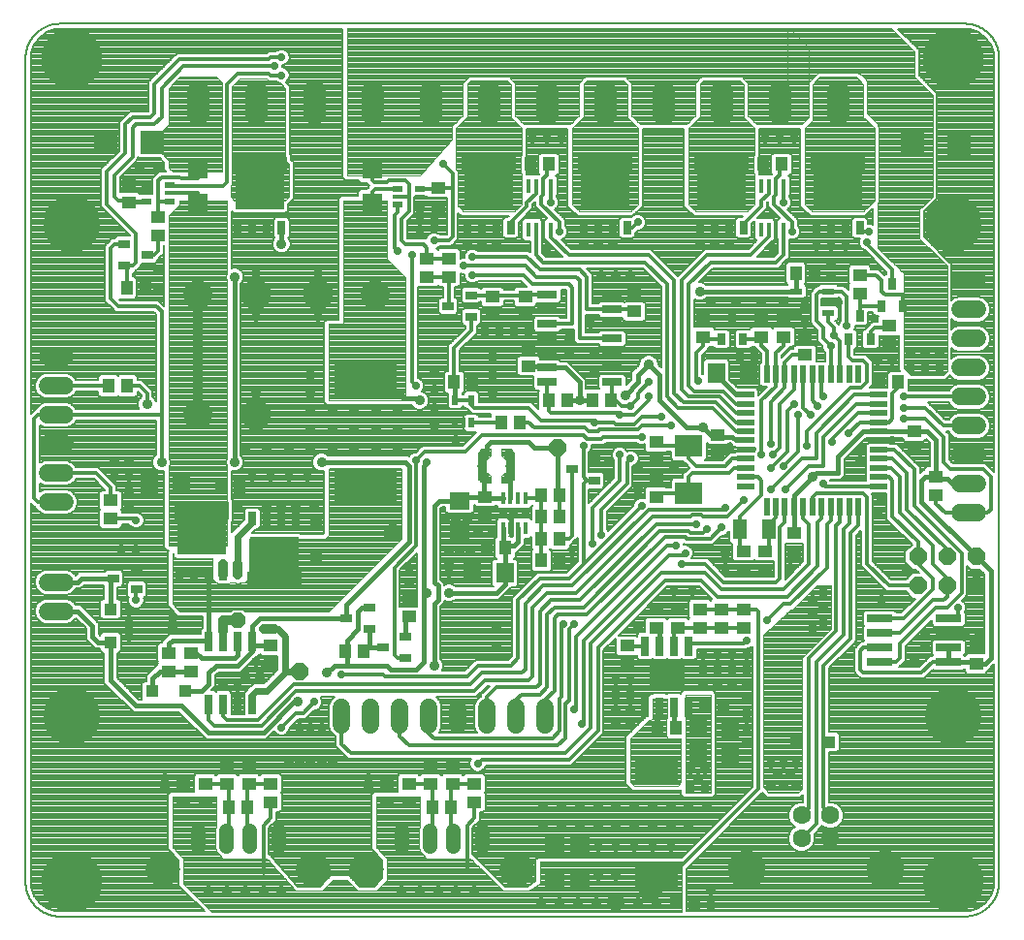
<source format=gtl>
G75*
%MOIN*%
%OFA0B0*%
%FSLAX25Y25*%
%IPPOS*%
%LPD*%
%AMOC8*
5,1,8,0,0,1.08239X$1,22.5*
%
%ADD10R,0.02756X0.04528*%
%ADD11R,0.16535X0.12205*%
%ADD12R,0.18504X0.05906*%
%ADD13R,0.03962X0.03962*%
%ADD14R,0.04331X0.04331*%
%ADD15R,0.21654X0.11811*%
%ADD16C,0.10000*%
%ADD17OC8,0.10000*%
%ADD18R,0.05118X0.04331*%
%ADD19R,0.04331X0.05118*%
%ADD20R,0.07098X0.06299*%
%ADD21R,0.03543X0.02362*%
%ADD22R,0.03543X0.01575*%
%ADD23R,0.02756X0.06890*%
%ADD24R,0.06890X0.02756*%
%ADD25C,0.06299*%
%ADD26C,0.13055*%
%ADD27R,0.01772X0.04331*%
%ADD28R,0.03150X0.09449*%
%ADD29C,0.00394*%
%ADD30C,0.03962*%
%ADD31C,0.03175*%
%ADD32C,0.01600*%
%ADD33R,0.06299X0.07087*%
%ADD34R,0.07087X0.06299*%
%ADD35R,0.03937X0.03150*%
%ADD36R,0.04724X0.07087*%
%ADD37R,0.14961X0.07874*%
%ADD38R,0.02362X0.03543*%
%ADD39R,0.01575X0.03543*%
%ADD40C,0.05118*%
%ADD41C,0.11811*%
%ADD42R,0.03150X0.03937*%
%ADD43R,0.05906X0.01969*%
%ADD44R,0.01969X0.05906*%
%ADD45R,0.09449X0.07480*%
%ADD46C,0.05906*%
%ADD47R,0.04331X0.02362*%
%ADD48R,0.01575X0.05118*%
%ADD49C,0.07677*%
%ADD50C,0.20929*%
%ADD51C,0.00787*%
%ADD52C,0.19685*%
%ADD53R,0.12205X0.09449*%
%ADD54R,0.07874X0.07874*%
%ADD55R,0.08858X0.02756*%
%ADD56OC8,0.05906*%
%ADD57C,0.03562*%
%ADD58C,0.01200*%
%ADD59C,0.02775*%
%ADD60C,0.03200*%
%ADD61C,0.00400*%
%ADD62OC8,0.06000*%
%ADD63C,0.02400*%
%ADD64OC8,0.05315*%
%ADD65C,0.07000*%
D10*
X0117028Y0146644D03*
X0122028Y0146644D03*
X0127028Y0146644D03*
X0132028Y0146644D03*
X0142028Y0165600D03*
X0147028Y0165600D03*
X0152028Y0165600D03*
X0157028Y0165600D03*
X0152028Y0265394D03*
X0147028Y0265394D03*
X0142028Y0265394D03*
X0137028Y0265394D03*
X0215778Y0265394D03*
X0220778Y0265394D03*
X0225778Y0265394D03*
X0230778Y0265394D03*
X0255778Y0265394D03*
X0260778Y0265394D03*
X0265778Y0265394D03*
X0270778Y0265394D03*
X0295778Y0265394D03*
X0300778Y0265394D03*
X0305778Y0265394D03*
X0310778Y0265394D03*
X0335778Y0265394D03*
X0340778Y0265394D03*
X0345778Y0265394D03*
X0350778Y0265394D03*
D11*
X0343278Y0277894D03*
X0303278Y0277894D03*
X0263278Y0277894D03*
X0223278Y0277894D03*
X0144528Y0277894D03*
X0124528Y0159144D03*
X0149528Y0153100D03*
D12*
X0149528Y0144045D03*
X0124528Y0168199D03*
X0144528Y0286949D03*
X0223278Y0286949D03*
X0263278Y0286949D03*
X0303278Y0286949D03*
X0343278Y0286949D03*
D13*
X0343278Y0285571D03*
X0348789Y0285571D03*
X0348789Y0280059D03*
X0343278Y0280059D03*
X0337766Y0280059D03*
X0337766Y0285571D03*
X0337766Y0274547D03*
X0343278Y0274547D03*
X0348789Y0274547D03*
X0308789Y0274547D03*
X0303278Y0274547D03*
X0303278Y0280059D03*
X0308789Y0280059D03*
X0308789Y0285571D03*
X0303278Y0285571D03*
X0297766Y0285571D03*
X0297766Y0280059D03*
X0297766Y0274547D03*
X0268789Y0274547D03*
X0263278Y0274547D03*
X0257766Y0274547D03*
X0257766Y0280059D03*
X0263278Y0280059D03*
X0268789Y0280059D03*
X0268789Y0285571D03*
X0263278Y0285571D03*
X0257766Y0285571D03*
X0228789Y0285571D03*
X0223278Y0285571D03*
X0223278Y0280059D03*
X0228789Y0280059D03*
X0228789Y0274547D03*
X0223278Y0274547D03*
X0217766Y0274547D03*
X0217766Y0280059D03*
X0217766Y0285571D03*
X0150039Y0285571D03*
X0144528Y0285571D03*
X0144528Y0280059D03*
X0150039Y0280059D03*
X0150039Y0274547D03*
X0144528Y0274547D03*
X0139016Y0274547D03*
X0139016Y0280059D03*
X0139016Y0285571D03*
X0174872Y0216526D03*
X0180778Y0216526D03*
X0186683Y0216526D03*
X0186683Y0210620D03*
X0180778Y0210620D03*
X0174872Y0210620D03*
X0174872Y0179124D03*
X0174872Y0173219D03*
X0180778Y0173219D03*
X0180778Y0179124D03*
X0186683Y0179124D03*
X0186683Y0173219D03*
X0155039Y0156447D03*
X0149528Y0156447D03*
X0149528Y0150935D03*
X0155039Y0150935D03*
X0155039Y0145423D03*
X0149528Y0145423D03*
X0144016Y0145423D03*
X0144016Y0150935D03*
X0144016Y0156447D03*
X0130039Y0155797D03*
X0124528Y0155797D03*
X0124528Y0161309D03*
X0130039Y0161309D03*
X0130039Y0166821D03*
X0124528Y0166821D03*
X0119016Y0166821D03*
X0119016Y0161309D03*
X0119016Y0155797D03*
X0276053Y0078770D03*
X0280778Y0078770D03*
X0285502Y0078770D03*
X0284528Y0108760D03*
X0288465Y0108760D03*
X0288465Y0113484D03*
X0284528Y0113484D03*
X0280591Y0113484D03*
X0280591Y0108760D03*
X0280778Y0040974D03*
X0285502Y0040974D03*
X0276053Y0040974D03*
D14*
X0328819Y0088622D03*
X0340236Y0088622D03*
X0163903Y0151663D03*
X0163903Y0163081D03*
X0118986Y0106122D03*
X0107569Y0106122D03*
X0093278Y0122913D03*
X0093278Y0134331D03*
D15*
X0180778Y0176171D03*
X0180778Y0213573D03*
D16*
X0184370Y0242372D03*
X0123435Y0242372D03*
X0123435Y0201122D03*
D17*
X0143120Y0201122D03*
X0143120Y0242372D03*
X0164685Y0242372D03*
D18*
X0202028Y0248597D03*
X0202028Y0254897D03*
X0209528Y0254897D03*
X0209528Y0248597D03*
X0224528Y0241772D03*
X0224528Y0235472D03*
X0235778Y0235472D03*
X0235778Y0241772D03*
X0237028Y0224272D03*
X0237028Y0217972D03*
X0273278Y0236722D03*
X0273278Y0243022D03*
X0297028Y0234272D03*
X0297028Y0227972D03*
X0317028Y0227972D03*
X0324528Y0227972D03*
X0324528Y0234272D03*
X0317028Y0234272D03*
X0332028Y0228022D03*
X0332028Y0221722D03*
X0350778Y0242972D03*
X0350778Y0249272D03*
X0360778Y0231772D03*
X0360778Y0225472D03*
X0369528Y0195522D03*
X0369528Y0189222D03*
X0377028Y0179897D03*
X0377028Y0173597D03*
X0328278Y0160522D03*
X0328278Y0154222D03*
X0318278Y0154272D03*
X0318278Y0147972D03*
X0310778Y0147972D03*
X0310778Y0154272D03*
X0310778Y0134272D03*
X0303278Y0134272D03*
X0303278Y0127972D03*
X0310778Y0127972D03*
X0295778Y0127972D03*
X0295778Y0134272D03*
X0288278Y0134272D03*
X0280778Y0134272D03*
X0280778Y0127972D03*
X0288278Y0127972D03*
X0270778Y0121772D03*
X0270778Y0115472D03*
X0218278Y0074272D03*
X0218278Y0067972D03*
X0210778Y0074222D03*
X0203278Y0074222D03*
X0203278Y0080522D03*
X0210778Y0080522D03*
X0195778Y0074272D03*
X0188278Y0074272D03*
X0188278Y0067972D03*
X0195778Y0067972D03*
X0148278Y0067972D03*
X0148278Y0074272D03*
X0140778Y0074222D03*
X0133278Y0074222D03*
X0133278Y0080522D03*
X0140778Y0080522D03*
X0125778Y0074272D03*
X0125778Y0067972D03*
X0118278Y0067972D03*
X0118278Y0074272D03*
X0120778Y0112972D03*
X0120778Y0119272D03*
X0113278Y0119272D03*
X0113278Y0112972D03*
X0148278Y0115472D03*
X0148278Y0121772D03*
X0195778Y0131722D03*
X0195778Y0138022D03*
X0222028Y0166722D03*
X0222028Y0173022D03*
X0280778Y0172972D03*
X0280778Y0179272D03*
X0280778Y0185472D03*
X0280778Y0191772D03*
X0302028Y0194272D03*
X0302028Y0187972D03*
X0390778Y0121772D03*
X0390778Y0115472D03*
X0205778Y0272972D03*
X0205778Y0279272D03*
X0109528Y0269272D03*
X0109528Y0262972D03*
X0099528Y0274222D03*
X0099528Y0280522D03*
X0093278Y0171772D03*
X0093278Y0165472D03*
D19*
X0131378Y0176122D03*
X0137677Y0176122D03*
X0098927Y0211122D03*
X0092628Y0211122D03*
X0098878Y0244872D03*
X0105177Y0244872D03*
X0211378Y0212372D03*
X0217677Y0212372D03*
X0227628Y0198622D03*
X0233927Y0198622D03*
X0243878Y0206122D03*
X0250177Y0206122D03*
X0258878Y0206122D03*
X0265177Y0206122D03*
X0247677Y0173622D03*
X0241378Y0173622D03*
X0241378Y0166122D03*
X0247677Y0166122D03*
X0247677Y0158622D03*
X0241378Y0158622D03*
X0241378Y0151122D03*
X0247677Y0151122D03*
X0228927Y0155497D03*
X0222628Y0155497D03*
X0180177Y0119872D03*
X0173878Y0119872D03*
X0203878Y0066122D03*
X0210177Y0066122D03*
X0140177Y0066122D03*
X0133878Y0066122D03*
X0281378Y0093622D03*
X0287677Y0093622D03*
X0297628Y0101122D03*
X0303927Y0101122D03*
X0293927Y0033622D03*
X0287628Y0033622D03*
X0357628Y0212372D03*
X0363927Y0212372D03*
X0335177Y0249872D03*
X0328878Y0249872D03*
X0323927Y0287372D03*
X0317628Y0287372D03*
X0243927Y0287372D03*
X0237628Y0287372D03*
D20*
X0183278Y0285470D03*
X0183278Y0274274D03*
X0123278Y0274274D03*
X0123278Y0285470D03*
D21*
X0113465Y0280128D03*
X0105591Y0280128D03*
X0105591Y0274616D03*
X0113465Y0274616D03*
X0191841Y0273366D03*
X0191841Y0278878D03*
X0199715Y0278878D03*
X0199715Y0273366D03*
D22*
X0199715Y0276122D03*
X0191841Y0276122D03*
X0113465Y0277372D03*
X0105591Y0277372D03*
D23*
X0127028Y0123199D03*
X0132028Y0123199D03*
X0137028Y0123199D03*
X0142028Y0123199D03*
X0142028Y0101545D03*
X0137028Y0101545D03*
X0132028Y0101545D03*
X0127028Y0101545D03*
X0277028Y0100689D03*
X0282028Y0100689D03*
X0287028Y0100689D03*
X0292028Y0100689D03*
X0292028Y0121555D03*
X0287028Y0121555D03*
X0282028Y0121555D03*
X0277028Y0121555D03*
D24*
X0265650Y0212372D03*
X0265650Y0217372D03*
X0265650Y0222372D03*
X0265650Y0227372D03*
X0265650Y0232372D03*
X0265650Y0237372D03*
X0265650Y0242372D03*
X0243406Y0242372D03*
X0243406Y0237372D03*
X0243406Y0232372D03*
X0243406Y0227372D03*
X0243406Y0222372D03*
X0243406Y0217372D03*
X0243406Y0212372D03*
D25*
X0330856Y0063415D03*
X0330856Y0055541D03*
X0340699Y0055541D03*
X0340699Y0063415D03*
D26*
X0359478Y0044872D03*
X0312077Y0044872D03*
D27*
X0235866Y0162254D03*
X0233307Y0162254D03*
X0230748Y0162254D03*
X0228189Y0162254D03*
X0228189Y0172490D03*
X0230748Y0172490D03*
X0233307Y0172490D03*
X0235866Y0172490D03*
D28*
X0230699Y0183622D03*
X0220856Y0183425D03*
D29*
X0219478Y0183546D02*
X0222234Y0183546D01*
X0222234Y0183938D02*
X0219478Y0183938D01*
X0219478Y0184330D02*
X0222234Y0184330D01*
X0222234Y0184722D02*
X0219478Y0184722D01*
X0219478Y0185115D02*
X0222234Y0185115D01*
X0222234Y0185507D02*
X0219478Y0185507D01*
X0219478Y0185899D02*
X0222543Y0185899D01*
X0222234Y0185591D02*
X0222234Y0181654D01*
X0223809Y0180079D01*
X0223809Y0177717D01*
X0220856Y0177717D01*
X0219478Y0179094D01*
X0219478Y0188150D01*
X0220856Y0189528D01*
X0223809Y0189528D01*
X0223809Y0187165D01*
X0222234Y0185591D01*
X0222935Y0186291D02*
X0219478Y0186291D01*
X0219478Y0186684D02*
X0223327Y0186684D01*
X0223719Y0187076D02*
X0219478Y0187076D01*
X0219478Y0187468D02*
X0223809Y0187468D01*
X0223809Y0187860D02*
X0219478Y0187860D01*
X0219581Y0188252D02*
X0223809Y0188252D01*
X0223809Y0188645D02*
X0219973Y0188645D01*
X0220366Y0189037D02*
X0223809Y0189037D01*
X0223809Y0189429D02*
X0220758Y0189429D01*
X0227746Y0189429D02*
X0230797Y0189429D01*
X0230699Y0189528D02*
X0232077Y0188150D01*
X0232077Y0179094D01*
X0230699Y0177717D01*
X0227746Y0177717D01*
X0227746Y0180079D01*
X0229321Y0181654D01*
X0229321Y0185591D01*
X0227746Y0187165D01*
X0227746Y0189528D01*
X0230699Y0189528D01*
X0231190Y0189037D02*
X0227746Y0189037D01*
X0227746Y0188645D02*
X0231582Y0188645D01*
X0231974Y0188252D02*
X0227746Y0188252D01*
X0227746Y0187860D02*
X0232077Y0187860D01*
X0232077Y0187468D02*
X0227746Y0187468D01*
X0227836Y0187076D02*
X0232077Y0187076D01*
X0232077Y0186684D02*
X0228228Y0186684D01*
X0228620Y0186291D02*
X0232077Y0186291D01*
X0232077Y0185899D02*
X0229012Y0185899D01*
X0229321Y0185507D02*
X0232077Y0185507D01*
X0232077Y0185115D02*
X0229321Y0185115D01*
X0229321Y0184722D02*
X0232077Y0184722D01*
X0232077Y0184330D02*
X0229321Y0184330D01*
X0229321Y0183938D02*
X0232077Y0183938D01*
X0232077Y0183546D02*
X0229321Y0183546D01*
X0229321Y0183154D02*
X0232077Y0183154D01*
X0232077Y0182761D02*
X0229321Y0182761D01*
X0229321Y0182369D02*
X0232077Y0182369D01*
X0232077Y0181977D02*
X0229321Y0181977D01*
X0229252Y0181585D02*
X0232077Y0181585D01*
X0232077Y0181193D02*
X0228860Y0181193D01*
X0228468Y0180800D02*
X0232077Y0180800D01*
X0232077Y0180408D02*
X0228075Y0180408D01*
X0227746Y0180016D02*
X0232077Y0180016D01*
X0232077Y0179624D02*
X0227746Y0179624D01*
X0227746Y0179231D02*
X0232077Y0179231D01*
X0231822Y0178839D02*
X0227746Y0178839D01*
X0227746Y0178447D02*
X0231429Y0178447D01*
X0231037Y0178055D02*
X0227746Y0178055D01*
X0223809Y0178055D02*
X0220518Y0178055D01*
X0220126Y0178447D02*
X0223809Y0178447D01*
X0223809Y0178839D02*
X0219734Y0178839D01*
X0219478Y0179231D02*
X0223809Y0179231D01*
X0223809Y0179624D02*
X0219478Y0179624D01*
X0219478Y0180016D02*
X0223809Y0180016D01*
X0223480Y0180408D02*
X0219478Y0180408D01*
X0219478Y0180800D02*
X0223087Y0180800D01*
X0222695Y0181193D02*
X0219478Y0181193D01*
X0219478Y0181585D02*
X0222303Y0181585D01*
X0222234Y0181977D02*
X0219478Y0181977D01*
X0219478Y0182369D02*
X0222234Y0182369D01*
X0222234Y0182761D02*
X0219478Y0182761D01*
X0219478Y0183154D02*
X0222234Y0183154D01*
D30*
X0221447Y0179685D03*
X0221447Y0187559D03*
X0230108Y0187559D03*
X0230108Y0179685D03*
D31*
X0230699Y0183622D03*
X0220856Y0183622D03*
D32*
X0221053Y0183622D02*
X0221447Y0183622D01*
X0221447Y0179685D01*
X0221447Y0173022D01*
X0222028Y0173022D01*
X0222028Y0172490D01*
X0228189Y0172490D01*
X0230748Y0172490D02*
X0230748Y0183474D01*
X0230502Y0183622D02*
X0230108Y0183622D01*
X0230108Y0179685D01*
X0230502Y0183622D02*
X0230502Y0187559D01*
X0230108Y0187559D01*
X0223903Y0191747D02*
X0237003Y0191747D01*
X0238878Y0189872D01*
X0247028Y0189872D01*
X0247028Y0173622D01*
X0247677Y0173622D01*
X0230778Y0167372D02*
X0230778Y0159872D01*
X0233307Y0162254D02*
X0233307Y0157402D01*
X0232028Y0156122D01*
X0229552Y0156122D01*
X0228927Y0155497D01*
X0228789Y0155359D01*
X0228789Y0146747D01*
X0228789Y0142884D01*
X0225778Y0139872D01*
X0209528Y0139872D01*
X0205778Y0137372D02*
X0205778Y0142372D01*
X0204528Y0143622D01*
X0204528Y0169872D01*
X0206289Y0171634D01*
X0213278Y0171634D01*
X0214665Y0173022D01*
X0222028Y0173022D01*
X0221053Y0183622D02*
X0221053Y0187559D01*
X0221447Y0187559D01*
X0222653Y0188765D01*
X0222653Y0190497D01*
X0223903Y0191747D01*
X0211772Y0206309D02*
X0211772Y0211978D01*
X0211378Y0212372D01*
X0199528Y0206122D02*
X0198903Y0206747D01*
X0193903Y0206747D01*
X0193278Y0207372D01*
X0193278Y0208622D01*
X0189400Y0208622D01*
X0194528Y0184872D02*
X0165778Y0184872D01*
X0194528Y0184872D02*
X0195778Y0183622D01*
X0195778Y0157372D01*
X0174341Y0135935D01*
X0174341Y0131122D01*
X0174528Y0131309D01*
X0174341Y0131122D02*
X0144528Y0131122D01*
X0142028Y0128622D01*
X0142028Y0123199D01*
X0142028Y0121772D01*
X0142028Y0119872D01*
X0137028Y0114872D01*
X0129528Y0114872D01*
X0127028Y0112372D01*
X0127028Y0108622D01*
X0124528Y0106122D01*
X0118986Y0106122D01*
X0117653Y0101122D02*
X0102028Y0101122D01*
X0093278Y0109872D01*
X0093278Y0122913D01*
X0088986Y0122913D01*
X0087028Y0124872D01*
X0087028Y0128622D01*
X0082028Y0133622D01*
X0074528Y0133622D01*
X0074528Y0143622D02*
X0082028Y0143622D01*
X0083278Y0144872D01*
X0094341Y0144872D01*
X0093278Y0143809D01*
X0093278Y0134331D01*
X0113278Y0122372D02*
X0113278Y0119272D01*
X0113278Y0122372D02*
X0114528Y0123622D01*
X0127028Y0123622D01*
X0127028Y0146644D01*
X0122028Y0146644D01*
X0117028Y0146644D01*
X0132028Y0146644D02*
X0132028Y0146122D01*
X0127028Y0123622D02*
X0127028Y0123199D01*
X0122628Y0119272D02*
X0124528Y0117372D01*
X0135778Y0117372D01*
X0137028Y0118622D01*
X0137028Y0123199D01*
X0142028Y0121772D02*
X0148278Y0121772D01*
X0148278Y0115472D02*
X0145128Y0115472D01*
X0156403Y0102372D02*
X0157653Y0102372D01*
X0156403Y0102372D02*
X0145778Y0091747D01*
X0127028Y0091747D01*
X0117653Y0101122D01*
X0107653Y0106206D02*
X0107653Y0110497D01*
X0110128Y0112972D01*
X0113278Y0112972D01*
X0112677Y0112372D01*
X0113278Y0112972D02*
X0120778Y0112972D01*
X0120778Y0119272D02*
X0122628Y0119272D01*
X0107653Y0106206D02*
X0107569Y0106122D01*
X0167653Y0112372D02*
X0170153Y0114872D01*
X0174528Y0114872D01*
X0174528Y0119222D01*
X0173878Y0119872D01*
X0174528Y0120522D01*
X0174528Y0123622D01*
X0178278Y0127372D01*
X0178278Y0133622D01*
X0179518Y0134862D01*
X0182215Y0134862D01*
X0182215Y0127382D02*
X0182215Y0121309D01*
X0182028Y0121122D01*
X0181427Y0121122D01*
X0180177Y0119872D01*
X0182028Y0121122D02*
X0186841Y0121122D01*
X0188278Y0114872D02*
X0189528Y0113622D01*
X0198278Y0113622D01*
X0200778Y0116122D01*
X0200778Y0139872D01*
X0200778Y0183622D01*
X0202028Y0184872D01*
X0228189Y0162254D02*
X0228189Y0156235D01*
X0228927Y0155497D01*
X0205778Y0137372D02*
X0204528Y0136122D01*
X0204528Y0114872D01*
X0194715Y0124862D02*
X0194715Y0130659D01*
X0195778Y0131722D01*
X0200778Y0139872D02*
X0202028Y0139872D01*
X0188278Y0114872D02*
X0174528Y0114872D01*
X0135778Y0184872D02*
X0135778Y0248622D01*
X0152028Y0259872D02*
X0152028Y0265394D01*
X0105591Y0274616D02*
X0099921Y0274616D01*
X0099528Y0274222D01*
X0237028Y0217972D02*
X0242805Y0217972D01*
X0243406Y0217372D01*
X0249528Y0217372D01*
X0254528Y0212372D01*
X0254528Y0206122D01*
X0258878Y0206122D01*
X0254528Y0206122D02*
X0250177Y0206122D01*
X0270153Y0207997D02*
X0274528Y0212372D01*
X0274528Y0214872D01*
X0278278Y0218622D01*
X0282028Y0214872D01*
X0282028Y0206122D01*
X0291403Y0196747D01*
X0297028Y0196747D01*
X0299503Y0194272D01*
X0302028Y0194272D01*
X0302677Y0193622D01*
X0307028Y0193622D01*
X0308278Y0192372D01*
X0311693Y0192372D01*
X0311693Y0208120D02*
X0308155Y0208120D01*
X0301516Y0214759D01*
X0301516Y0215497D01*
X0295778Y0243622D02*
X0329006Y0243622D01*
X0329016Y0243612D01*
X0329016Y0249734D01*
X0328878Y0249872D01*
X0352052Y0195522D02*
X0343278Y0186747D01*
X0343278Y0181122D01*
X0335778Y0181122D01*
X0334528Y0179872D01*
X0328278Y0173622D01*
X0328278Y0169587D01*
X0328228Y0169537D01*
X0328228Y0160571D01*
X0328278Y0160522D01*
X0352052Y0195522D02*
X0357362Y0195522D01*
X0369528Y0195522D01*
X0373878Y0195522D01*
X0377028Y0192372D01*
X0377028Y0179897D01*
X0377677Y0179247D01*
X0380778Y0179247D01*
X0382653Y0177372D01*
X0388278Y0177372D01*
X0377003Y0179872D02*
X0373278Y0179872D01*
X0372028Y0178622D01*
X0372028Y0171122D01*
X0390778Y0152372D01*
X0395778Y0147372D01*
X0395778Y0117372D01*
X0393878Y0115472D01*
X0390778Y0115472D01*
X0390128Y0116122D01*
X0381339Y0116122D01*
X0381339Y0121122D01*
X0287028Y0100689D02*
X0287028Y0094272D01*
X0287677Y0093622D01*
X0282028Y0097372D02*
X0280778Y0096122D01*
X0280778Y0094272D01*
X0282028Y0097372D02*
X0282028Y0100689D01*
X0282028Y0121555D02*
X0282028Y0126722D01*
X0280778Y0127972D01*
D33*
X0295266Y0093622D03*
X0295266Y0084872D03*
X0306289Y0084872D03*
X0306289Y0093622D03*
X0228789Y0146747D03*
X0217766Y0146747D03*
X0301516Y0215497D03*
X0312539Y0215497D03*
X0117539Y0177372D03*
X0106516Y0177372D03*
D34*
X0213278Y0171634D03*
X0213278Y0160610D03*
X0245778Y0052884D03*
X0254528Y0052884D03*
X0254528Y0041860D03*
X0245778Y0041860D03*
D35*
X0194715Y0117382D03*
X0194715Y0124862D03*
X0186841Y0121122D03*
X0182215Y0127382D03*
X0182215Y0134862D03*
X0174341Y0131122D03*
X0102215Y0141132D03*
X0102215Y0148612D03*
X0094341Y0144872D03*
X0209341Y0238622D03*
X0217215Y0234882D03*
X0217215Y0242362D03*
X0259715Y0186112D03*
X0259715Y0178632D03*
X0251841Y0182372D03*
X0105965Y0256122D03*
X0098091Y0252382D03*
X0098091Y0259862D03*
D36*
X0309606Y0161747D03*
X0319449Y0161747D03*
D37*
X0280778Y0078376D03*
X0280778Y0041368D03*
D38*
X0217283Y0198435D03*
X0211772Y0198435D03*
X0211772Y0206309D03*
X0217283Y0206309D03*
D39*
X0214528Y0198435D03*
D40*
X0210965Y0058100D02*
X0210965Y0052982D01*
X0203091Y0052982D02*
X0203091Y0058100D01*
X0193248Y0058100D02*
X0193248Y0052982D01*
X0220807Y0052982D02*
X0220807Y0058100D01*
X0150807Y0058100D02*
X0150807Y0052982D01*
X0140965Y0052982D02*
X0140965Y0058100D01*
X0133091Y0058100D02*
X0133091Y0052982D01*
X0123248Y0052982D02*
X0123248Y0058100D01*
D41*
X0111161Y0044872D03*
X0162894Y0044872D03*
X0181161Y0044872D03*
X0232894Y0044872D03*
D42*
X0303287Y0227185D03*
X0310768Y0227185D03*
X0307028Y0235059D03*
X0347037Y0227185D03*
X0354518Y0227185D03*
X0350778Y0235059D03*
X0358287Y0238435D03*
X0365768Y0238435D03*
X0362028Y0246309D03*
D43*
X0357362Y0208120D03*
X0357362Y0204970D03*
X0357362Y0201821D03*
X0357362Y0198671D03*
X0357362Y0195522D03*
X0357362Y0192372D03*
X0357362Y0189222D03*
X0357362Y0186073D03*
X0357362Y0182923D03*
X0357362Y0179774D03*
X0357362Y0176624D03*
X0311693Y0176624D03*
X0311693Y0179774D03*
X0311693Y0182923D03*
X0311693Y0186073D03*
X0311693Y0189222D03*
X0311693Y0192372D03*
X0311693Y0195522D03*
X0311693Y0198671D03*
X0311693Y0201821D03*
X0311693Y0204970D03*
X0311693Y0208120D03*
D44*
X0318780Y0215207D03*
X0321929Y0215207D03*
X0325079Y0215207D03*
X0328228Y0215207D03*
X0331378Y0215207D03*
X0334528Y0215207D03*
X0337677Y0215207D03*
X0340827Y0215207D03*
X0343976Y0215207D03*
X0347126Y0215207D03*
X0350276Y0215207D03*
X0350276Y0169537D03*
X0347126Y0169537D03*
X0343976Y0169537D03*
X0340827Y0169537D03*
X0337677Y0169537D03*
X0334528Y0169537D03*
X0331378Y0169537D03*
X0328228Y0169537D03*
X0325079Y0169537D03*
X0321929Y0169537D03*
X0318780Y0169537D03*
D45*
X0292028Y0174301D03*
X0292028Y0190443D03*
D46*
X0385325Y0187372D02*
X0391230Y0187372D01*
X0391230Y0197372D02*
X0385325Y0197372D01*
X0385325Y0207372D02*
X0391230Y0207372D01*
X0391230Y0217372D02*
X0385325Y0217372D01*
X0385325Y0227372D02*
X0391230Y0227372D01*
X0391230Y0237372D02*
X0385325Y0237372D01*
X0385325Y0247372D02*
X0391230Y0247372D01*
X0391230Y0177372D02*
X0385325Y0177372D01*
X0385325Y0167372D02*
X0391230Y0167372D01*
X0242756Y0100472D02*
X0242756Y0094567D01*
X0232756Y0094567D02*
X0232756Y0100472D01*
X0222756Y0100472D02*
X0222756Y0094567D01*
X0212756Y0094567D02*
X0212756Y0100472D01*
X0202756Y0100472D02*
X0202756Y0094567D01*
X0192756Y0094567D02*
X0192756Y0100472D01*
X0182756Y0100472D02*
X0182756Y0094567D01*
X0172756Y0094567D02*
X0172756Y0100472D01*
X0077480Y0133622D02*
X0071575Y0133622D01*
X0071575Y0143622D02*
X0077480Y0143622D01*
X0077480Y0171122D02*
X0071575Y0171122D01*
X0071575Y0181122D02*
X0077480Y0181122D01*
X0077480Y0191122D02*
X0071575Y0191122D01*
X0071575Y0201122D02*
X0077480Y0201122D01*
X0077480Y0211122D02*
X0071575Y0211122D01*
X0071575Y0221122D02*
X0077480Y0221122D01*
D47*
X0329016Y0236132D03*
X0329016Y0243612D03*
X0340039Y0243612D03*
X0340039Y0239872D03*
X0340039Y0236132D03*
D48*
X0324616Y0264892D03*
X0322057Y0264892D03*
X0319498Y0264892D03*
X0316939Y0264892D03*
X0316939Y0279852D03*
X0319498Y0279852D03*
X0322057Y0279852D03*
X0324616Y0279852D03*
X0244616Y0279852D03*
X0242057Y0279852D03*
X0239498Y0279852D03*
X0236939Y0279852D03*
X0236939Y0264892D03*
X0239498Y0264892D03*
X0242057Y0264892D03*
X0244616Y0264892D03*
D49*
X0243278Y0304783D02*
X0243278Y0312461D01*
X0263278Y0312461D02*
X0263278Y0304783D01*
X0283278Y0304783D02*
X0283278Y0312461D01*
X0303278Y0312461D02*
X0303278Y0304783D01*
X0323278Y0304783D02*
X0323278Y0312461D01*
X0343278Y0312461D02*
X0343278Y0304783D01*
X0223278Y0304783D02*
X0223278Y0312461D01*
X0203278Y0312461D02*
X0203278Y0304783D01*
X0183278Y0304783D02*
X0183278Y0312461D01*
X0163278Y0312461D02*
X0163278Y0304783D01*
X0143278Y0304783D02*
X0143278Y0312461D01*
X0123278Y0312461D02*
X0123278Y0304783D01*
D50*
X0079803Y0323898D03*
X0382953Y0323898D03*
X0382953Y0040433D03*
X0079803Y0040433D03*
D51*
X0064055Y0040433D02*
X0064055Y0323898D01*
X0065843Y0323898D02*
X0065966Y0325466D01*
X0066935Y0328448D01*
X0068778Y0330985D01*
X0071316Y0332829D01*
X0074298Y0333798D01*
X0075866Y0333921D01*
X0172934Y0333921D01*
X0172934Y0282962D01*
X0173867Y0282028D01*
X0178335Y0282028D01*
X0178335Y0281744D01*
X0179151Y0280927D01*
X0181284Y0280927D01*
X0181284Y0280921D01*
X0181909Y0280296D01*
X0182333Y0279872D01*
X0181284Y0278823D01*
X0181284Y0278817D01*
X0179151Y0278817D01*
X0178335Y0278001D01*
X0178335Y0276466D01*
X0172617Y0276466D01*
X0171684Y0275532D01*
X0171684Y0233966D01*
X0167617Y0233966D01*
X0166684Y0233032D01*
X0166684Y0205462D01*
X0167617Y0204528D01*
X0195188Y0204528D01*
X0195213Y0204553D01*
X0196741Y0204553D01*
X0196836Y0204324D01*
X0197729Y0203431D01*
X0198896Y0202947D01*
X0200159Y0202947D01*
X0201326Y0203431D01*
X0202219Y0204324D01*
X0202702Y0205491D01*
X0202702Y0206754D01*
X0202219Y0207920D01*
X0201326Y0208814D01*
X0200319Y0209231D01*
X0200635Y0209547D01*
X0201059Y0210569D01*
X0201059Y0211675D01*
X0200635Y0212697D01*
X0199853Y0213480D01*
X0199021Y0213824D01*
X0199021Y0245038D01*
X0205164Y0245038D01*
X0205778Y0245652D01*
X0206391Y0245038D01*
X0207534Y0245038D01*
X0207534Y0241591D01*
X0206795Y0241591D01*
X0205978Y0240774D01*
X0205978Y0236470D01*
X0206795Y0235654D01*
X0211886Y0235654D01*
X0212703Y0236470D01*
X0212703Y0240774D01*
X0211886Y0241591D01*
X0211521Y0241591D01*
X0211521Y0245038D01*
X0212664Y0245038D01*
X0213480Y0245855D01*
X0213480Y0249796D01*
X0213974Y0249591D01*
X0214871Y0249591D01*
X0214871Y0248694D01*
X0215295Y0247672D01*
X0216077Y0246889D01*
X0217099Y0246466D01*
X0218206Y0246466D01*
X0219228Y0246889D01*
X0219592Y0247253D01*
X0234327Y0247253D01*
X0236249Y0245331D01*
X0232641Y0245331D01*
X0231825Y0244514D01*
X0231825Y0244356D01*
X0228480Y0244356D01*
X0228480Y0244514D01*
X0227664Y0245331D01*
X0221391Y0245331D01*
X0220576Y0244515D01*
X0219760Y0245331D01*
X0214669Y0245331D01*
X0213852Y0244514D01*
X0213852Y0240210D01*
X0214669Y0239394D01*
X0219760Y0239394D01*
X0220575Y0240208D01*
X0220575Y0239029D01*
X0221391Y0238213D01*
X0227664Y0238213D01*
X0228480Y0239029D01*
X0228480Y0240369D01*
X0231825Y0240369D01*
X0231825Y0239029D01*
X0232641Y0238213D01*
X0238914Y0238213D01*
X0239730Y0239029D01*
X0239730Y0239600D01*
X0247428Y0239600D01*
X0248244Y0240417D01*
X0248244Y0244128D01*
X0249952Y0244128D01*
X0250034Y0244046D01*
X0250034Y0234366D01*
X0248206Y0234366D01*
X0247428Y0235144D01*
X0239383Y0235144D01*
X0238567Y0234327D01*
X0238567Y0230417D01*
X0239383Y0229600D01*
X0247428Y0229600D01*
X0248206Y0230378D01*
X0252534Y0230378D01*
X0252534Y0226546D01*
X0253702Y0225378D01*
X0260849Y0225378D01*
X0261627Y0224600D01*
X0269672Y0224600D01*
X0270488Y0225417D01*
X0270488Y0229327D01*
X0269672Y0230144D01*
X0261627Y0230144D01*
X0260849Y0229366D01*
X0256521Y0229366D01*
X0256521Y0235378D01*
X0260849Y0235378D01*
X0261627Y0234600D01*
X0269325Y0234600D01*
X0269325Y0233980D01*
X0270141Y0233163D01*
X0276414Y0233163D01*
X0277230Y0233980D01*
X0277230Y0239465D01*
X0276414Y0240281D01*
X0270141Y0240281D01*
X0269838Y0239978D01*
X0269672Y0240144D01*
X0261627Y0240144D01*
X0260849Y0239366D01*
X0259021Y0239366D01*
X0259021Y0249448D01*
X0256841Y0251628D01*
X0276202Y0251628D01*
X0282534Y0245296D01*
X0282534Y0217468D01*
X0281452Y0218550D01*
X0281452Y0219254D01*
X0280969Y0220420D01*
X0280076Y0221314D01*
X0278909Y0221797D01*
X0277646Y0221797D01*
X0276479Y0221314D01*
X0275586Y0220420D01*
X0275103Y0219254D01*
X0275103Y0218550D01*
X0272334Y0215781D01*
X0272334Y0213281D01*
X0270488Y0211435D01*
X0270488Y0214327D01*
X0269672Y0215144D01*
X0261627Y0215144D01*
X0260811Y0214327D01*
X0260811Y0210417D01*
X0261153Y0210075D01*
X0256721Y0210075D01*
X0256721Y0213281D01*
X0255436Y0214566D01*
X0250436Y0219566D01*
X0248006Y0219566D01*
X0247428Y0220144D01*
X0243736Y0220144D01*
X0243714Y0220166D01*
X0240980Y0220166D01*
X0240980Y0220715D01*
X0240164Y0221531D01*
X0233891Y0221531D01*
X0233075Y0220715D01*
X0233075Y0215230D01*
X0233891Y0214413D01*
X0238653Y0214413D01*
X0238567Y0214327D01*
X0238567Y0210417D01*
X0239383Y0209600D01*
X0240661Y0209600D01*
X0240319Y0209258D01*
X0240319Y0203150D01*
X0239021Y0204448D01*
X0237853Y0205616D01*
X0219858Y0205616D01*
X0219858Y0208658D01*
X0219042Y0209474D01*
X0215525Y0209474D01*
X0214709Y0208658D01*
X0214709Y0208303D01*
X0214346Y0208303D01*
X0214346Y0208645D01*
X0214937Y0209236D01*
X0214937Y0215508D01*
X0214121Y0216325D01*
X0213372Y0216325D01*
X0213372Y0223397D01*
X0219208Y0229233D01*
X0219208Y0231913D01*
X0219760Y0231913D01*
X0220577Y0232730D01*
X0220577Y0237034D01*
X0219760Y0237850D01*
X0214669Y0237850D01*
X0213852Y0237034D01*
X0213852Y0232730D01*
X0214669Y0231913D01*
X0215221Y0231913D01*
X0215221Y0230885D01*
X0209384Y0225048D01*
X0209384Y0216325D01*
X0208635Y0216325D01*
X0207819Y0215508D01*
X0207819Y0209236D01*
X0208635Y0208419D01*
X0209197Y0208419D01*
X0209197Y0203960D01*
X0210013Y0203144D01*
X0213530Y0203144D01*
X0214346Y0203960D01*
X0214346Y0204315D01*
X0214709Y0204315D01*
X0214709Y0203960D01*
X0215525Y0203144D01*
X0215936Y0203144D01*
X0216202Y0202878D01*
X0217452Y0201628D01*
X0224069Y0201628D01*
X0224069Y0200616D01*
X0219858Y0200616D01*
X0219858Y0200784D01*
X0219042Y0201600D01*
X0215525Y0201600D01*
X0214709Y0200784D01*
X0214709Y0196086D01*
X0215525Y0195270D01*
X0218981Y0195270D01*
X0214327Y0190616D01*
X0200577Y0190616D01*
X0199409Y0189448D01*
X0198239Y0188278D01*
X0197724Y0188278D01*
X0196702Y0187855D01*
X0195920Y0187072D01*
X0195776Y0186726D01*
X0195436Y0187066D01*
X0168074Y0187066D01*
X0167576Y0187564D01*
X0166409Y0188047D01*
X0165146Y0188047D01*
X0163979Y0187564D01*
X0163086Y0186670D01*
X0162603Y0185504D01*
X0162603Y0184241D01*
X0163086Y0183074D01*
X0163979Y0182181D01*
X0165146Y0181697D01*
X0166409Y0181697D01*
X0166684Y0181811D01*
X0166684Y0160532D01*
X0166367Y0160216D01*
X0158753Y0160216D01*
X0158373Y0160596D01*
X0142045Y0160596D01*
X0143391Y0161943D01*
X0143983Y0161943D01*
X0144799Y0162759D01*
X0144799Y0168441D01*
X0143983Y0169258D01*
X0140072Y0169258D01*
X0139256Y0168441D01*
X0139256Y0165143D01*
X0134871Y0160759D01*
X0134871Y0164367D01*
X0135173Y0164669D01*
X0135173Y0171729D01*
X0134871Y0172031D01*
X0134871Y0172920D01*
X0134937Y0172986D01*
X0134937Y0179258D01*
X0134871Y0179324D01*
X0134871Y0181811D01*
X0135146Y0181697D01*
X0136409Y0181697D01*
X0137576Y0182181D01*
X0138469Y0183074D01*
X0138952Y0184241D01*
X0138952Y0185504D01*
X0138469Y0186670D01*
X0137971Y0187168D01*
X0137971Y0246326D01*
X0138469Y0246824D01*
X0138952Y0247991D01*
X0138952Y0249254D01*
X0138469Y0250420D01*
X0137576Y0251314D01*
X0136409Y0251797D01*
X0135146Y0251797D01*
X0134871Y0251683D01*
X0134871Y0271209D01*
X0135683Y0270398D01*
X0153373Y0270398D01*
X0154189Y0271214D01*
X0154189Y0273530D01*
X0154871Y0274212D01*
X0156121Y0275462D01*
X0156121Y0288032D01*
X0155188Y0288966D01*
X0155188Y0288966D01*
X0155173Y0288980D01*
X0155173Y0290479D01*
X0154871Y0290781D01*
X0154871Y0314282D01*
X0153938Y0315216D01*
X0153540Y0315613D01*
X0153603Y0315639D01*
X0154385Y0316422D01*
X0154809Y0317444D01*
X0154809Y0318550D01*
X0154385Y0319572D01*
X0153603Y0320355D01*
X0152581Y0320778D01*
X0152309Y0320778D01*
X0152309Y0321466D01*
X0152581Y0321466D01*
X0153603Y0321889D01*
X0154385Y0322672D01*
X0154809Y0323694D01*
X0154809Y0324800D01*
X0154385Y0325822D01*
X0153603Y0326605D01*
X0152581Y0327028D01*
X0151474Y0327028D01*
X0150452Y0326605D01*
X0150088Y0326241D01*
X0147452Y0326241D01*
X0146827Y0325616D01*
X0116202Y0325616D01*
X0115034Y0324448D01*
X0106284Y0315698D01*
X0106284Y0305698D01*
X0106202Y0305616D01*
X0099952Y0305616D01*
X0098784Y0304448D01*
X0096284Y0301948D01*
X0096284Y0291948D01*
X0090034Y0285698D01*
X0090034Y0272796D01*
X0091202Y0271628D01*
X0099999Y0262831D01*
X0095545Y0262831D01*
X0094728Y0262014D01*
X0094728Y0261856D01*
X0093692Y0261856D01*
X0092452Y0260616D01*
X0091284Y0259448D01*
X0091284Y0240296D01*
X0093784Y0237796D01*
X0094952Y0236628D01*
X0108077Y0236628D01*
X0108784Y0235921D01*
X0108784Y0205910D01*
X0108469Y0206670D01*
X0107771Y0207368D01*
X0107771Y0209448D01*
X0106603Y0210616D01*
X0104103Y0213116D01*
X0102486Y0213116D01*
X0102486Y0214258D01*
X0101670Y0215075D01*
X0096185Y0215075D01*
X0095778Y0214668D01*
X0095371Y0215075D01*
X0089885Y0215075D01*
X0089069Y0214258D01*
X0089069Y0213116D01*
X0081359Y0213116D01*
X0081165Y0213584D01*
X0079942Y0214807D01*
X0078345Y0215468D01*
X0070710Y0215468D01*
X0069113Y0214807D01*
X0067890Y0213584D01*
X0067228Y0211987D01*
X0067228Y0210257D01*
X0067890Y0208660D01*
X0069113Y0207437D01*
X0070710Y0206776D01*
X0078345Y0206776D01*
X0079942Y0207437D01*
X0081165Y0208660D01*
X0081359Y0209128D01*
X0089069Y0209128D01*
X0089069Y0207986D01*
X0089885Y0207169D01*
X0095371Y0207169D01*
X0095778Y0207576D01*
X0096185Y0207169D01*
X0101670Y0207169D01*
X0102486Y0207986D01*
X0102486Y0209094D01*
X0103784Y0207796D01*
X0103784Y0207368D01*
X0103086Y0206670D01*
X0102603Y0205504D01*
X0102603Y0204241D01*
X0103069Y0203116D01*
X0081359Y0203116D01*
X0081165Y0203584D01*
X0079942Y0204807D01*
X0078345Y0205468D01*
X0070710Y0205468D01*
X0069113Y0204807D01*
X0067890Y0203584D01*
X0067696Y0203116D01*
X0067452Y0203116D01*
X0066202Y0201866D01*
X0065843Y0201506D01*
X0065843Y0323898D01*
X0065860Y0324125D02*
X0114711Y0324125D01*
X0113925Y0323339D02*
X0065843Y0323339D01*
X0065843Y0322553D02*
X0113139Y0322553D01*
X0112354Y0321768D02*
X0065843Y0321768D01*
X0065843Y0320982D02*
X0111568Y0320982D01*
X0110782Y0320196D02*
X0065843Y0320196D01*
X0065843Y0319410D02*
X0109996Y0319410D01*
X0109210Y0318624D02*
X0065843Y0318624D01*
X0065843Y0317838D02*
X0108424Y0317838D01*
X0107638Y0317052D02*
X0065843Y0317052D01*
X0065843Y0316266D02*
X0106852Y0316266D01*
X0106284Y0315480D02*
X0065843Y0315480D01*
X0065843Y0314694D02*
X0106284Y0314694D01*
X0106284Y0313908D02*
X0065843Y0313908D01*
X0065843Y0313123D02*
X0106284Y0313123D01*
X0106284Y0312337D02*
X0065843Y0312337D01*
X0065843Y0311551D02*
X0106284Y0311551D01*
X0106284Y0310765D02*
X0065843Y0310765D01*
X0065843Y0309979D02*
X0106284Y0309979D01*
X0106284Y0309193D02*
X0065843Y0309193D01*
X0065843Y0308407D02*
X0106284Y0308407D01*
X0106284Y0307621D02*
X0065843Y0307621D01*
X0065843Y0306835D02*
X0106284Y0306835D01*
X0106284Y0306049D02*
X0065843Y0306049D01*
X0065843Y0305263D02*
X0099599Y0305263D01*
X0098813Y0304477D02*
X0065843Y0304477D01*
X0065843Y0303692D02*
X0098028Y0303692D01*
X0098784Y0304448D02*
X0098784Y0304448D01*
X0097242Y0302906D02*
X0065843Y0302906D01*
X0065843Y0302120D02*
X0096456Y0302120D01*
X0096284Y0301334D02*
X0065843Y0301334D01*
X0065843Y0300548D02*
X0096284Y0300548D01*
X0096284Y0299762D02*
X0065843Y0299762D01*
X0065843Y0298976D02*
X0096284Y0298976D01*
X0096284Y0298190D02*
X0065843Y0298190D01*
X0065843Y0297404D02*
X0096284Y0297404D01*
X0096284Y0296618D02*
X0065843Y0296618D01*
X0065843Y0295832D02*
X0096284Y0295832D01*
X0096284Y0295047D02*
X0065843Y0295047D01*
X0065843Y0294261D02*
X0096284Y0294261D01*
X0096284Y0293475D02*
X0065843Y0293475D01*
X0065843Y0292689D02*
X0096284Y0292689D01*
X0096239Y0291903D02*
X0065843Y0291903D01*
X0065843Y0291117D02*
X0095453Y0291117D01*
X0094667Y0290331D02*
X0065843Y0290331D01*
X0065843Y0289545D02*
X0093881Y0289545D01*
X0093095Y0288759D02*
X0065843Y0288759D01*
X0065843Y0287973D02*
X0092309Y0287973D01*
X0091523Y0287187D02*
X0065843Y0287187D01*
X0065843Y0286401D02*
X0090737Y0286401D01*
X0090034Y0285616D02*
X0065843Y0285616D01*
X0065843Y0284830D02*
X0090034Y0284830D01*
X0090034Y0284044D02*
X0065843Y0284044D01*
X0065843Y0283258D02*
X0090034Y0283258D01*
X0090034Y0282472D02*
X0065843Y0282472D01*
X0065843Y0281686D02*
X0090034Y0281686D01*
X0090034Y0280900D02*
X0065843Y0280900D01*
X0065843Y0280114D02*
X0090034Y0280114D01*
X0090034Y0279328D02*
X0065843Y0279328D01*
X0065843Y0278542D02*
X0090034Y0278542D01*
X0090034Y0277756D02*
X0065843Y0277756D01*
X0065843Y0276971D02*
X0090034Y0276971D01*
X0090034Y0276185D02*
X0065843Y0276185D01*
X0065843Y0275399D02*
X0090034Y0275399D01*
X0090034Y0274613D02*
X0065843Y0274613D01*
X0065843Y0273827D02*
X0090034Y0273827D01*
X0090034Y0273041D02*
X0065843Y0273041D01*
X0065843Y0272255D02*
X0090575Y0272255D01*
X0091361Y0271469D02*
X0065843Y0271469D01*
X0065843Y0270683D02*
X0092147Y0270683D01*
X0092933Y0269897D02*
X0065843Y0269897D01*
X0065843Y0269111D02*
X0093719Y0269111D01*
X0094505Y0268325D02*
X0065843Y0268325D01*
X0065843Y0267540D02*
X0095291Y0267540D01*
X0096076Y0266754D02*
X0065843Y0266754D01*
X0065843Y0265968D02*
X0096862Y0265968D01*
X0097648Y0265182D02*
X0065843Y0265182D01*
X0065843Y0264396D02*
X0098434Y0264396D01*
X0099220Y0263610D02*
X0065843Y0263610D01*
X0065843Y0262824D02*
X0095538Y0262824D01*
X0094752Y0262038D02*
X0065843Y0262038D01*
X0065843Y0261252D02*
X0093088Y0261252D01*
X0092302Y0260466D02*
X0065843Y0260466D01*
X0065843Y0259680D02*
X0091516Y0259680D01*
X0091284Y0258895D02*
X0065843Y0258895D01*
X0065843Y0258109D02*
X0091284Y0258109D01*
X0091284Y0257323D02*
X0065843Y0257323D01*
X0065843Y0256537D02*
X0091284Y0256537D01*
X0091284Y0255751D02*
X0065843Y0255751D01*
X0065843Y0254965D02*
X0091284Y0254965D01*
X0091284Y0254179D02*
X0065843Y0254179D01*
X0065843Y0253393D02*
X0091284Y0253393D01*
X0091284Y0252607D02*
X0065843Y0252607D01*
X0065843Y0251821D02*
X0091284Y0251821D01*
X0091284Y0251035D02*
X0065843Y0251035D01*
X0065843Y0250249D02*
X0091284Y0250249D01*
X0091284Y0249464D02*
X0065843Y0249464D01*
X0065843Y0248678D02*
X0091284Y0248678D01*
X0091284Y0247892D02*
X0065843Y0247892D01*
X0065843Y0247106D02*
X0091284Y0247106D01*
X0091284Y0246320D02*
X0065843Y0246320D01*
X0065843Y0245534D02*
X0091284Y0245534D01*
X0091284Y0244748D02*
X0065843Y0244748D01*
X0065843Y0243962D02*
X0091284Y0243962D01*
X0091284Y0243176D02*
X0065843Y0243176D01*
X0065843Y0242390D02*
X0091284Y0242390D01*
X0091284Y0241604D02*
X0065843Y0241604D01*
X0065843Y0240819D02*
X0091284Y0240819D01*
X0091547Y0240033D02*
X0065843Y0240033D01*
X0065843Y0239247D02*
X0092333Y0239247D01*
X0093119Y0238461D02*
X0065843Y0238461D01*
X0065843Y0237675D02*
X0093905Y0237675D01*
X0094691Y0236889D02*
X0065843Y0236889D01*
X0065843Y0236103D02*
X0108602Y0236103D01*
X0108784Y0235317D02*
X0065843Y0235317D01*
X0065843Y0234531D02*
X0108784Y0234531D01*
X0108784Y0233745D02*
X0065843Y0233745D01*
X0065843Y0232959D02*
X0108784Y0232959D01*
X0108784Y0232173D02*
X0065843Y0232173D01*
X0065843Y0231388D02*
X0108784Y0231388D01*
X0108784Y0230602D02*
X0065843Y0230602D01*
X0065843Y0229816D02*
X0108784Y0229816D01*
X0108784Y0229030D02*
X0065843Y0229030D01*
X0065843Y0228244D02*
X0108784Y0228244D01*
X0108784Y0227458D02*
X0065843Y0227458D01*
X0065843Y0226672D02*
X0108784Y0226672D01*
X0108784Y0225886D02*
X0065843Y0225886D01*
X0065843Y0225100D02*
X0108784Y0225100D01*
X0108784Y0224314D02*
X0065843Y0224314D01*
X0065843Y0223528D02*
X0108784Y0223528D01*
X0108784Y0222743D02*
X0065843Y0222743D01*
X0065843Y0221957D02*
X0108784Y0221957D01*
X0108784Y0221171D02*
X0065843Y0221171D01*
X0065843Y0220385D02*
X0108784Y0220385D01*
X0108784Y0219599D02*
X0065843Y0219599D01*
X0065843Y0218813D02*
X0108784Y0218813D01*
X0108784Y0218027D02*
X0065843Y0218027D01*
X0065843Y0217241D02*
X0108784Y0217241D01*
X0108784Y0216455D02*
X0065843Y0216455D01*
X0065843Y0215669D02*
X0108784Y0215669D01*
X0108784Y0214883D02*
X0101861Y0214883D01*
X0102486Y0214097D02*
X0108784Y0214097D01*
X0108784Y0213312D02*
X0102486Y0213312D01*
X0104693Y0212526D02*
X0108784Y0212526D01*
X0108784Y0211740D02*
X0105479Y0211740D01*
X0106265Y0210954D02*
X0108784Y0210954D01*
X0108784Y0210168D02*
X0107051Y0210168D01*
X0107771Y0209382D02*
X0108784Y0209382D01*
X0108784Y0208596D02*
X0107771Y0208596D01*
X0107771Y0207810D02*
X0108784Y0207810D01*
X0108784Y0207024D02*
X0108115Y0207024D01*
X0108648Y0206238D02*
X0108784Y0206238D01*
X0103770Y0207810D02*
X0102311Y0207810D01*
X0102486Y0208596D02*
X0102984Y0208596D01*
X0103440Y0207024D02*
X0078945Y0207024D01*
X0080315Y0207810D02*
X0089244Y0207810D01*
X0089069Y0208596D02*
X0081101Y0208596D01*
X0080083Y0204667D02*
X0102603Y0204667D01*
X0102603Y0205452D02*
X0078384Y0205452D01*
X0080869Y0203881D02*
X0102752Y0203881D01*
X0102907Y0206238D02*
X0065843Y0206238D01*
X0065843Y0205452D02*
X0070671Y0205452D01*
X0070110Y0207024D02*
X0065843Y0207024D01*
X0065843Y0207810D02*
X0068740Y0207810D01*
X0067954Y0208596D02*
X0065843Y0208596D01*
X0065843Y0209382D02*
X0067591Y0209382D01*
X0067265Y0210168D02*
X0065843Y0210168D01*
X0065843Y0210954D02*
X0067228Y0210954D01*
X0067228Y0211740D02*
X0065843Y0211740D01*
X0065843Y0212526D02*
X0067452Y0212526D01*
X0067777Y0213312D02*
X0065843Y0213312D01*
X0065843Y0214097D02*
X0068403Y0214097D01*
X0069298Y0214883D02*
X0065843Y0214883D01*
X0065843Y0204667D02*
X0068972Y0204667D01*
X0068187Y0203881D02*
X0065843Y0203881D01*
X0065843Y0203095D02*
X0067431Y0203095D01*
X0066645Y0202309D02*
X0065843Y0202309D01*
X0065843Y0201523D02*
X0065859Y0201523D01*
X0069021Y0197529D02*
X0069113Y0197437D01*
X0070710Y0196776D01*
X0078345Y0196776D01*
X0079942Y0197437D01*
X0081165Y0198660D01*
X0081359Y0199128D01*
X0108784Y0199128D01*
X0108784Y0187368D01*
X0108086Y0186670D01*
X0107603Y0185504D01*
X0107603Y0184241D01*
X0108086Y0183074D01*
X0108979Y0182181D01*
X0110146Y0181697D01*
X0111409Y0181697D01*
X0111684Y0181811D01*
X0111684Y0155462D01*
X0112617Y0154528D01*
X0113180Y0154528D01*
X0112934Y0154282D01*
X0112934Y0135462D01*
X0113867Y0134528D01*
X0116367Y0132028D01*
X0124834Y0132028D01*
X0124834Y0127799D01*
X0124256Y0127221D01*
X0124256Y0125816D01*
X0113619Y0125816D01*
X0112334Y0124531D01*
X0111084Y0123281D01*
X0111084Y0122831D01*
X0110141Y0122831D01*
X0109325Y0122014D01*
X0109325Y0116529D01*
X0109732Y0116122D01*
X0109325Y0115715D01*
X0109325Y0115166D01*
X0109219Y0115166D01*
X0107934Y0113881D01*
X0105459Y0111406D01*
X0105459Y0109681D01*
X0104826Y0109681D01*
X0104010Y0108865D01*
X0104010Y0103379D01*
X0104074Y0103316D01*
X0102936Y0103316D01*
X0095471Y0110781D01*
X0095471Y0119354D01*
X0096020Y0119354D01*
X0096837Y0120171D01*
X0096837Y0125656D01*
X0096020Y0126472D01*
X0090535Y0126472D01*
X0089719Y0125656D01*
X0089719Y0125283D01*
X0089221Y0125781D01*
X0089221Y0129531D01*
X0084221Y0134531D01*
X0082936Y0135816D01*
X0081276Y0135816D01*
X0081165Y0136084D01*
X0079942Y0137307D01*
X0078345Y0137968D01*
X0070710Y0137968D01*
X0069113Y0137307D01*
X0067890Y0136084D01*
X0067228Y0134487D01*
X0067228Y0132757D01*
X0067890Y0131160D01*
X0069113Y0129937D01*
X0070710Y0129276D01*
X0078345Y0129276D01*
X0079942Y0129937D01*
X0081165Y0131160D01*
X0081230Y0131317D01*
X0084834Y0127713D01*
X0084834Y0123963D01*
X0086119Y0122678D01*
X0088078Y0120720D01*
X0089719Y0120720D01*
X0089719Y0120171D01*
X0090535Y0119354D01*
X0091084Y0119354D01*
X0091084Y0108963D01*
X0101119Y0098928D01*
X0116744Y0098928D01*
X0126119Y0089553D01*
X0146686Y0089553D01*
X0147971Y0090838D01*
X0149526Y0092393D01*
X0149670Y0092047D01*
X0150452Y0091264D01*
X0151474Y0090841D01*
X0152581Y0090841D01*
X0153603Y0091264D01*
X0154385Y0092047D01*
X0154809Y0093069D01*
X0154809Y0093584D01*
X0157853Y0096628D01*
X0160353Y0096628D01*
X0163316Y0099591D01*
X0163831Y0099591D01*
X0164853Y0100014D01*
X0165635Y0100797D01*
X0166059Y0101819D01*
X0166059Y0102925D01*
X0165635Y0103947D01*
X0165454Y0104128D01*
X0170265Y0104128D01*
X0169071Y0102934D01*
X0168409Y0101337D01*
X0168409Y0093702D01*
X0169071Y0092105D01*
X0170294Y0090882D01*
X0170762Y0090688D01*
X0170762Y0087068D01*
X0171930Y0085900D01*
X0174952Y0082878D01*
X0217351Y0082878D01*
X0217170Y0082697D01*
X0216746Y0081675D01*
X0216746Y0080569D01*
X0217170Y0079547D01*
X0217952Y0078764D01*
X0218974Y0078341D01*
X0220081Y0078341D01*
X0221103Y0078764D01*
X0221885Y0079547D01*
X0222230Y0080378D01*
X0251603Y0080378D01*
X0252771Y0081546D01*
X0262771Y0091546D01*
X0262771Y0120296D01*
X0266825Y0124350D01*
X0266825Y0119029D01*
X0267641Y0118213D01*
X0273914Y0118213D01*
X0274256Y0118555D01*
X0274256Y0117533D01*
X0275072Y0116717D01*
X0278983Y0116717D01*
X0279528Y0117261D01*
X0280072Y0116717D01*
X0283983Y0116717D01*
X0284528Y0117261D01*
X0285072Y0116717D01*
X0288983Y0116717D01*
X0289528Y0117261D01*
X0290072Y0116717D01*
X0293983Y0116717D01*
X0294799Y0117533D01*
X0294799Y0120378D01*
X0311603Y0120378D01*
X0312066Y0120841D01*
X0312581Y0120841D01*
X0313603Y0121264D01*
X0313784Y0121445D01*
X0313784Y0073198D01*
X0289552Y0048966D01*
X0240117Y0048966D01*
X0239184Y0048032D01*
X0239184Y0040725D01*
X0236545Y0038966D01*
X0228938Y0038966D01*
X0217771Y0050132D01*
X0217771Y0059046D01*
X0220271Y0061546D01*
X0220271Y0064413D01*
X0221414Y0064413D01*
X0222230Y0065230D01*
X0222230Y0070715D01*
X0221823Y0071122D01*
X0222230Y0071529D01*
X0222230Y0077014D01*
X0221414Y0077831D01*
X0215141Y0077831D01*
X0214503Y0077192D01*
X0213914Y0077781D01*
X0207641Y0077781D01*
X0207028Y0077168D01*
X0206414Y0077781D01*
X0200141Y0077781D01*
X0199552Y0077192D01*
X0198914Y0077831D01*
X0192641Y0077831D01*
X0191825Y0077014D01*
X0191825Y0071529D01*
X0191888Y0071466D01*
X0191480Y0071466D01*
X0191414Y0071531D01*
X0185141Y0071531D01*
X0185075Y0071466D01*
X0183867Y0071466D01*
X0182934Y0070532D01*
X0182934Y0051712D01*
X0183867Y0050778D01*
X0186684Y0047962D01*
X0186684Y0041782D01*
X0183867Y0038966D01*
X0178938Y0038966D01*
X0175188Y0042716D01*
X0168867Y0042716D01*
X0167934Y0041782D01*
X0165117Y0038966D01*
X0157743Y0038966D01*
X0148621Y0049228D01*
X0148621Y0049282D01*
X0148188Y0049716D01*
X0147780Y0050174D01*
X0147771Y0050175D01*
X0147771Y0059046D01*
X0150271Y0061546D01*
X0150271Y0064413D01*
X0151414Y0064413D01*
X0152230Y0065230D01*
X0152230Y0070715D01*
X0151823Y0071122D01*
X0152230Y0071529D01*
X0152230Y0077014D01*
X0151414Y0077831D01*
X0145141Y0077831D01*
X0144503Y0077192D01*
X0143914Y0077781D01*
X0137641Y0077781D01*
X0137028Y0077168D01*
X0136414Y0077781D01*
X0130141Y0077781D01*
X0129552Y0077192D01*
X0128914Y0077831D01*
X0122641Y0077831D01*
X0121825Y0077014D01*
X0121825Y0071529D01*
X0121888Y0071466D01*
X0121480Y0071466D01*
X0121414Y0071531D01*
X0115141Y0071531D01*
X0115075Y0071466D01*
X0113867Y0071466D01*
X0112934Y0070532D01*
X0112934Y0051712D01*
X0113867Y0050778D01*
X0116684Y0047962D01*
X0116684Y0039212D01*
X0117617Y0038278D01*
X0125486Y0030409D01*
X0075866Y0030409D01*
X0074298Y0030533D01*
X0071316Y0031502D01*
X0068778Y0033345D01*
X0066935Y0035882D01*
X0065966Y0038865D01*
X0065843Y0040433D01*
X0065843Y0170738D01*
X0066284Y0170296D01*
X0067452Y0169128D01*
X0067696Y0169128D01*
X0067890Y0168660D01*
X0069113Y0167437D01*
X0070710Y0166776D01*
X0078345Y0166776D01*
X0079942Y0167437D01*
X0081165Y0168660D01*
X0081827Y0170257D01*
X0081827Y0171987D01*
X0081165Y0173584D01*
X0079942Y0174807D01*
X0078345Y0175468D01*
X0070710Y0175468D01*
X0069113Y0174807D01*
X0069021Y0174715D01*
X0069021Y0177529D01*
X0069113Y0177437D01*
X0070710Y0176776D01*
X0078345Y0176776D01*
X0079942Y0177437D01*
X0081165Y0178660D01*
X0081359Y0179128D01*
X0087452Y0179128D01*
X0091249Y0175331D01*
X0090141Y0175331D01*
X0089325Y0174514D01*
X0089325Y0169029D01*
X0089732Y0168622D01*
X0089325Y0168215D01*
X0089325Y0162730D01*
X0090141Y0161913D01*
X0096414Y0161913D01*
X0097230Y0162730D01*
X0097230Y0163479D01*
X0099594Y0163479D01*
X0099670Y0163297D01*
X0100452Y0162514D01*
X0101474Y0162091D01*
X0102581Y0162091D01*
X0103603Y0162514D01*
X0104385Y0163297D01*
X0104809Y0164319D01*
X0104809Y0165425D01*
X0104385Y0166447D01*
X0103603Y0167230D01*
X0102581Y0167653D01*
X0101474Y0167653D01*
X0101023Y0167466D01*
X0097230Y0167466D01*
X0097230Y0168215D01*
X0096823Y0168622D01*
X0097230Y0169029D01*
X0097230Y0174514D01*
X0096414Y0175331D01*
X0095271Y0175331D01*
X0095271Y0176948D01*
X0094103Y0178116D01*
X0089103Y0183116D01*
X0081359Y0183116D01*
X0081165Y0183584D01*
X0079942Y0184807D01*
X0078345Y0185468D01*
X0070710Y0185468D01*
X0069113Y0184807D01*
X0069021Y0184715D01*
X0069021Y0197529D01*
X0069021Y0196807D02*
X0070633Y0196807D01*
X0069021Y0196021D02*
X0108784Y0196021D01*
X0108784Y0195236D02*
X0069021Y0195236D01*
X0069021Y0194450D02*
X0108784Y0194450D01*
X0108784Y0193664D02*
X0069021Y0193664D01*
X0069021Y0192878D02*
X0108784Y0192878D01*
X0108784Y0192092D02*
X0069021Y0192092D01*
X0069021Y0191306D02*
X0108784Y0191306D01*
X0108784Y0190520D02*
X0069021Y0190520D01*
X0069021Y0189734D02*
X0108784Y0189734D01*
X0108784Y0188948D02*
X0069021Y0188948D01*
X0069021Y0188162D02*
X0108784Y0188162D01*
X0108784Y0187376D02*
X0069021Y0187376D01*
X0069021Y0186591D02*
X0108053Y0186591D01*
X0107727Y0185805D02*
X0069021Y0185805D01*
X0069021Y0185019D02*
X0069624Y0185019D01*
X0069783Y0177160D02*
X0069021Y0177160D01*
X0069021Y0176374D02*
X0090206Y0176374D01*
X0089420Y0177160D02*
X0079272Y0177160D01*
X0080451Y0177945D02*
X0088635Y0177945D01*
X0087849Y0178731D02*
X0081195Y0178731D01*
X0079947Y0174802D02*
X0089612Y0174802D01*
X0089325Y0174016D02*
X0080733Y0174016D01*
X0081312Y0173230D02*
X0089325Y0173230D01*
X0089325Y0172444D02*
X0081637Y0172444D01*
X0081827Y0171658D02*
X0089325Y0171658D01*
X0089325Y0170872D02*
X0081827Y0170872D01*
X0081756Y0170086D02*
X0089325Y0170086D01*
X0089325Y0169300D02*
X0081430Y0169300D01*
X0081020Y0168515D02*
X0089624Y0168515D01*
X0089325Y0167729D02*
X0080234Y0167729D01*
X0078748Y0166943D02*
X0089325Y0166943D01*
X0089325Y0166157D02*
X0065843Y0166157D01*
X0065843Y0166943D02*
X0070307Y0166943D01*
X0068821Y0167729D02*
X0065843Y0167729D01*
X0065843Y0168515D02*
X0068035Y0168515D01*
X0067280Y0169300D02*
X0065843Y0169300D01*
X0065843Y0170086D02*
X0066494Y0170086D01*
X0065843Y0165371D02*
X0089325Y0165371D01*
X0089325Y0164585D02*
X0065843Y0164585D01*
X0065843Y0163799D02*
X0089325Y0163799D01*
X0089325Y0163013D02*
X0065843Y0163013D01*
X0065843Y0162227D02*
X0089827Y0162227D01*
X0096728Y0162227D02*
X0101145Y0162227D01*
X0099953Y0163013D02*
X0097230Y0163013D01*
X0097230Y0167729D02*
X0111684Y0167729D01*
X0111684Y0168515D02*
X0096931Y0168515D01*
X0097230Y0169300D02*
X0111684Y0169300D01*
X0111684Y0170086D02*
X0097230Y0170086D01*
X0097230Y0170872D02*
X0111684Y0170872D01*
X0111684Y0171658D02*
X0097230Y0171658D01*
X0097230Y0172444D02*
X0111684Y0172444D01*
X0111684Y0173230D02*
X0097230Y0173230D01*
X0097230Y0174016D02*
X0111684Y0174016D01*
X0111684Y0174802D02*
X0096943Y0174802D01*
X0095271Y0175588D02*
X0111684Y0175588D01*
X0111684Y0176374D02*
X0095271Y0176374D01*
X0095060Y0177160D02*
X0111684Y0177160D01*
X0111684Y0177945D02*
X0094274Y0177945D01*
X0093488Y0178731D02*
X0111684Y0178731D01*
X0111684Y0179517D02*
X0092702Y0179517D01*
X0091916Y0180303D02*
X0111684Y0180303D01*
X0111684Y0181089D02*
X0091130Y0181089D01*
X0090344Y0181875D02*
X0109717Y0181875D01*
X0108499Y0182661D02*
X0089558Y0182661D01*
X0090992Y0175588D02*
X0069021Y0175588D01*
X0069021Y0174802D02*
X0069108Y0174802D01*
X0065843Y0161441D02*
X0111684Y0161441D01*
X0111684Y0160655D02*
X0065843Y0160655D01*
X0065843Y0159870D02*
X0111684Y0159870D01*
X0111684Y0159084D02*
X0065843Y0159084D01*
X0065843Y0158298D02*
X0111684Y0158298D01*
X0111684Y0157512D02*
X0065843Y0157512D01*
X0065843Y0156726D02*
X0111684Y0156726D01*
X0111684Y0155940D02*
X0065843Y0155940D01*
X0065843Y0155154D02*
X0111992Y0155154D01*
X0113020Y0154368D02*
X0065843Y0154368D01*
X0065843Y0153582D02*
X0112934Y0153582D01*
X0112934Y0152796D02*
X0065843Y0152796D01*
X0065843Y0152010D02*
X0112934Y0152010D01*
X0112934Y0151224D02*
X0065843Y0151224D01*
X0065843Y0150439D02*
X0112934Y0150439D01*
X0112934Y0149653D02*
X0065843Y0149653D01*
X0065843Y0148867D02*
X0112934Y0148867D01*
X0112934Y0148081D02*
X0065843Y0148081D01*
X0065843Y0147295D02*
X0069101Y0147295D01*
X0069113Y0147307D02*
X0067890Y0146084D01*
X0067228Y0144487D01*
X0067228Y0142757D01*
X0067890Y0141160D01*
X0069113Y0139937D01*
X0070710Y0139276D01*
X0078345Y0139276D01*
X0079942Y0139937D01*
X0081165Y0141160D01*
X0081276Y0141428D01*
X0082936Y0141428D01*
X0084186Y0142678D01*
X0091020Y0142678D01*
X0091084Y0142614D01*
X0091084Y0137890D01*
X0090535Y0137890D01*
X0089719Y0137073D01*
X0089719Y0131588D01*
X0090535Y0130772D01*
X0096020Y0130772D01*
X0096837Y0131588D01*
X0096837Y0137073D01*
X0096020Y0137890D01*
X0095471Y0137890D01*
X0095471Y0141904D01*
X0096886Y0141904D01*
X0097703Y0142720D01*
X0097703Y0147024D01*
X0096886Y0147841D01*
X0091795Y0147841D01*
X0091020Y0147066D01*
X0082369Y0147066D01*
X0081230Y0145927D01*
X0081165Y0146084D01*
X0079942Y0147307D01*
X0078345Y0147968D01*
X0070710Y0147968D01*
X0069113Y0147307D01*
X0068315Y0146509D02*
X0065843Y0146509D01*
X0065843Y0145723D02*
X0067741Y0145723D01*
X0067415Y0144937D02*
X0065843Y0144937D01*
X0065843Y0144151D02*
X0067228Y0144151D01*
X0067228Y0143365D02*
X0065843Y0143365D01*
X0065843Y0142579D02*
X0067302Y0142579D01*
X0067628Y0141794D02*
X0065843Y0141794D01*
X0065843Y0141008D02*
X0068042Y0141008D01*
X0068828Y0140222D02*
X0065843Y0140222D01*
X0065843Y0139436D02*
X0070324Y0139436D01*
X0070458Y0137864D02*
X0065843Y0137864D01*
X0065843Y0138650D02*
X0091084Y0138650D01*
X0091084Y0139436D02*
X0078732Y0139436D01*
X0078597Y0137864D02*
X0090509Y0137864D01*
X0089723Y0137078D02*
X0080171Y0137078D01*
X0080957Y0136292D02*
X0089719Y0136292D01*
X0089719Y0135506D02*
X0083246Y0135506D01*
X0084032Y0134720D02*
X0089719Y0134720D01*
X0089719Y0133934D02*
X0084818Y0133934D01*
X0085603Y0133148D02*
X0089719Y0133148D01*
X0089719Y0132363D02*
X0086389Y0132363D01*
X0087175Y0131577D02*
X0089730Y0131577D01*
X0090516Y0130791D02*
X0087961Y0130791D01*
X0088747Y0130005D02*
X0124834Y0130005D01*
X0124834Y0130791D02*
X0096039Y0130791D01*
X0096825Y0131577D02*
X0124834Y0131577D01*
X0124834Y0129219D02*
X0089221Y0129219D01*
X0089221Y0128433D02*
X0124834Y0128433D01*
X0124682Y0127647D02*
X0089221Y0127647D01*
X0089221Y0126861D02*
X0124256Y0126861D01*
X0124256Y0126075D02*
X0096417Y0126075D01*
X0096837Y0125289D02*
X0113092Y0125289D01*
X0112307Y0124503D02*
X0096837Y0124503D01*
X0096837Y0123718D02*
X0111521Y0123718D01*
X0111084Y0122932D02*
X0096837Y0122932D01*
X0096837Y0122146D02*
X0109456Y0122146D01*
X0109325Y0121360D02*
X0096837Y0121360D01*
X0096837Y0120574D02*
X0109325Y0120574D01*
X0109325Y0119788D02*
X0096454Y0119788D01*
X0095471Y0119002D02*
X0109325Y0119002D01*
X0109325Y0118216D02*
X0095471Y0118216D01*
X0095471Y0117430D02*
X0109325Y0117430D01*
X0109325Y0116644D02*
X0095471Y0116644D01*
X0095471Y0115858D02*
X0109468Y0115858D01*
X0109126Y0115072D02*
X0095471Y0115072D01*
X0095471Y0114287D02*
X0108340Y0114287D01*
X0107554Y0113501D02*
X0095471Y0113501D01*
X0095471Y0112715D02*
X0106768Y0112715D01*
X0105982Y0111929D02*
X0095471Y0111929D01*
X0095471Y0111143D02*
X0105459Y0111143D01*
X0105459Y0110357D02*
X0095895Y0110357D01*
X0096681Y0109571D02*
X0104716Y0109571D01*
X0104010Y0108785D02*
X0097467Y0108785D01*
X0098253Y0107999D02*
X0104010Y0107999D01*
X0104010Y0107213D02*
X0099039Y0107213D01*
X0099825Y0106427D02*
X0104010Y0106427D01*
X0104010Y0105642D02*
X0100610Y0105642D01*
X0101396Y0104856D02*
X0104010Y0104856D01*
X0104010Y0104070D02*
X0102182Y0104070D01*
X0099121Y0100926D02*
X0065843Y0100926D01*
X0065843Y0100140D02*
X0099907Y0100140D01*
X0100693Y0099354D02*
X0065843Y0099354D01*
X0065843Y0098568D02*
X0117104Y0098568D01*
X0117890Y0097782D02*
X0065843Y0097782D01*
X0065843Y0096996D02*
X0118676Y0096996D01*
X0119462Y0096211D02*
X0065843Y0096211D01*
X0065843Y0095425D02*
X0120248Y0095425D01*
X0121034Y0094639D02*
X0065843Y0094639D01*
X0065843Y0093853D02*
X0121819Y0093853D01*
X0122605Y0093067D02*
X0065843Y0093067D01*
X0065843Y0092281D02*
X0123391Y0092281D01*
X0124177Y0091495D02*
X0065843Y0091495D01*
X0065843Y0090709D02*
X0124963Y0090709D01*
X0125749Y0089923D02*
X0065843Y0089923D01*
X0065843Y0089137D02*
X0170762Y0089137D01*
X0170762Y0088351D02*
X0065843Y0088351D01*
X0065843Y0087566D02*
X0170762Y0087566D01*
X0171050Y0086780D02*
X0065843Y0086780D01*
X0065843Y0085994D02*
X0171836Y0085994D01*
X0172622Y0085208D02*
X0065843Y0085208D01*
X0065843Y0084422D02*
X0173408Y0084422D01*
X0174194Y0083636D02*
X0065843Y0083636D01*
X0065843Y0082850D02*
X0217323Y0082850D01*
X0216908Y0082064D02*
X0065843Y0082064D01*
X0065843Y0081278D02*
X0216746Y0081278D01*
X0216778Y0080492D02*
X0065843Y0080492D01*
X0065843Y0079706D02*
X0217104Y0079706D01*
X0217796Y0078920D02*
X0065843Y0078920D01*
X0065843Y0078135D02*
X0270434Y0078135D01*
X0270434Y0078920D02*
X0221259Y0078920D01*
X0221951Y0079706D02*
X0270434Y0079706D01*
X0270434Y0080492D02*
X0251717Y0080492D01*
X0252503Y0081278D02*
X0270434Y0081278D01*
X0270434Y0082064D02*
X0253289Y0082064D01*
X0254075Y0082850D02*
X0270434Y0082850D01*
X0270434Y0083636D02*
X0254861Y0083636D01*
X0255647Y0084422D02*
X0270434Y0084422D01*
X0270434Y0085208D02*
X0256433Y0085208D01*
X0257219Y0085994D02*
X0270434Y0085994D01*
X0270434Y0086780D02*
X0258005Y0086780D01*
X0258791Y0087566D02*
X0270434Y0087566D01*
X0270434Y0088351D02*
X0259576Y0088351D01*
X0260362Y0089137D02*
X0270434Y0089137D01*
X0270434Y0089923D02*
X0261148Y0089923D01*
X0261934Y0090709D02*
X0270611Y0090709D01*
X0270434Y0090532D02*
X0270434Y0074212D01*
X0271367Y0073278D01*
X0272617Y0072028D01*
X0288938Y0072028D01*
X0289184Y0072275D01*
X0289184Y0070462D01*
X0290117Y0069528D01*
X0300188Y0069528D01*
X0301121Y0070462D01*
X0301121Y0097920D01*
X0301187Y0097986D01*
X0301187Y0104258D01*
X0301121Y0104324D01*
X0301121Y0105532D01*
X0300188Y0106466D01*
X0290117Y0106466D01*
X0289184Y0105532D01*
X0289184Y0105326D01*
X0288983Y0105528D01*
X0285072Y0105528D01*
X0284761Y0105216D01*
X0284295Y0105216D01*
X0283983Y0105528D01*
X0280072Y0105528D01*
X0279761Y0105216D01*
X0278867Y0105216D01*
X0277934Y0104282D01*
X0277934Y0098032D01*
X0270434Y0090532D01*
X0271397Y0091495D02*
X0262720Y0091495D01*
X0262771Y0092281D02*
X0272183Y0092281D01*
X0272969Y0093067D02*
X0262771Y0093067D01*
X0262771Y0093853D02*
X0273755Y0093853D01*
X0274540Y0094639D02*
X0262771Y0094639D01*
X0262771Y0095425D02*
X0275326Y0095425D01*
X0276112Y0096211D02*
X0262771Y0096211D01*
X0262771Y0096996D02*
X0276898Y0096996D01*
X0277684Y0097782D02*
X0262771Y0097782D01*
X0262771Y0098568D02*
X0277934Y0098568D01*
X0277934Y0099354D02*
X0262771Y0099354D01*
X0262771Y0100140D02*
X0277934Y0100140D01*
X0277934Y0100926D02*
X0262771Y0100926D01*
X0262771Y0101712D02*
X0277934Y0101712D01*
X0277934Y0102498D02*
X0262771Y0102498D01*
X0262771Y0103284D02*
X0277934Y0103284D01*
X0277934Y0104070D02*
X0262771Y0104070D01*
X0262771Y0104856D02*
X0278507Y0104856D01*
X0289293Y0105642D02*
X0262771Y0105642D01*
X0262771Y0106427D02*
X0290079Y0106427D01*
X0300226Y0106427D02*
X0313784Y0106427D01*
X0313784Y0105642D02*
X0301012Y0105642D01*
X0301121Y0104856D02*
X0313784Y0104856D01*
X0313784Y0104070D02*
X0301187Y0104070D01*
X0301187Y0103284D02*
X0313784Y0103284D01*
X0313784Y0102498D02*
X0301187Y0102498D01*
X0301187Y0101712D02*
X0313784Y0101712D01*
X0313784Y0100926D02*
X0301187Y0100926D01*
X0301187Y0100140D02*
X0313784Y0100140D01*
X0313784Y0099354D02*
X0301187Y0099354D01*
X0301187Y0098568D02*
X0313784Y0098568D01*
X0313784Y0097782D02*
X0301121Y0097782D01*
X0301121Y0096996D02*
X0313784Y0096996D01*
X0313784Y0096211D02*
X0301121Y0096211D01*
X0301121Y0095425D02*
X0313784Y0095425D01*
X0313784Y0094639D02*
X0301121Y0094639D01*
X0301121Y0093853D02*
X0313784Y0093853D01*
X0313784Y0093067D02*
X0301121Y0093067D01*
X0301121Y0092281D02*
X0313784Y0092281D01*
X0313784Y0091495D02*
X0301121Y0091495D01*
X0301121Y0090709D02*
X0313784Y0090709D01*
X0313784Y0089923D02*
X0301121Y0089923D01*
X0301121Y0089137D02*
X0313784Y0089137D01*
X0313784Y0088351D02*
X0301121Y0088351D01*
X0301121Y0087566D02*
X0313784Y0087566D01*
X0313784Y0086780D02*
X0301121Y0086780D01*
X0301121Y0085994D02*
X0313784Y0085994D01*
X0313784Y0085208D02*
X0301121Y0085208D01*
X0301121Y0084422D02*
X0313784Y0084422D01*
X0313784Y0083636D02*
X0301121Y0083636D01*
X0301121Y0082850D02*
X0313784Y0082850D01*
X0313784Y0082064D02*
X0301121Y0082064D01*
X0301121Y0081278D02*
X0313784Y0081278D01*
X0313784Y0080492D02*
X0301121Y0080492D01*
X0301121Y0079706D02*
X0313784Y0079706D01*
X0313784Y0078920D02*
X0301121Y0078920D01*
X0301121Y0078135D02*
X0313784Y0078135D01*
X0313784Y0077349D02*
X0301121Y0077349D01*
X0301121Y0076563D02*
X0313784Y0076563D01*
X0313784Y0075777D02*
X0301121Y0075777D01*
X0301121Y0074991D02*
X0313784Y0074991D01*
X0313784Y0074205D02*
X0301121Y0074205D01*
X0301121Y0073419D02*
X0313784Y0073419D01*
X0313219Y0072633D02*
X0301121Y0072633D01*
X0301121Y0071847D02*
X0312433Y0071847D01*
X0311647Y0071061D02*
X0301121Y0071061D01*
X0300935Y0070275D02*
X0310861Y0070275D01*
X0310076Y0069490D02*
X0222230Y0069490D01*
X0222230Y0070275D02*
X0289370Y0070275D01*
X0289184Y0071061D02*
X0221884Y0071061D01*
X0222230Y0071847D02*
X0289184Y0071847D01*
X0302216Y0061630D02*
X0220271Y0061630D01*
X0220271Y0062416D02*
X0303002Y0062416D01*
X0303788Y0063202D02*
X0220271Y0063202D01*
X0220271Y0063988D02*
X0304574Y0063988D01*
X0305360Y0064774D02*
X0221775Y0064774D01*
X0222230Y0065560D02*
X0306146Y0065560D01*
X0306932Y0066346D02*
X0222230Y0066346D01*
X0222230Y0067132D02*
X0307718Y0067132D01*
X0308504Y0067918D02*
X0222230Y0067918D01*
X0222230Y0068704D02*
X0309290Y0068704D01*
X0311785Y0065560D02*
X0326827Y0065560D01*
X0327005Y0065989D02*
X0326313Y0064319D01*
X0326313Y0062512D01*
X0327005Y0060842D01*
X0328283Y0059564D01*
X0328489Y0059478D01*
X0328283Y0059393D01*
X0327005Y0058115D01*
X0326313Y0056445D01*
X0326313Y0054638D01*
X0327005Y0052968D01*
X0328283Y0051690D01*
X0329953Y0050998D01*
X0331760Y0050998D01*
X0333430Y0051690D01*
X0334708Y0052968D01*
X0335400Y0054638D01*
X0335400Y0056445D01*
X0335159Y0057025D01*
X0337771Y0059637D01*
X0337771Y0059918D01*
X0338125Y0059564D01*
X0339795Y0058872D01*
X0341603Y0058872D01*
X0343272Y0059564D01*
X0344550Y0060842D01*
X0345242Y0062512D01*
X0345242Y0064319D01*
X0344550Y0065989D01*
X0343272Y0067267D01*
X0341603Y0067959D01*
X0340271Y0067959D01*
X0340271Y0085063D01*
X0342979Y0085063D01*
X0343795Y0085879D01*
X0343795Y0091365D01*
X0342979Y0092181D01*
X0340271Y0092181D01*
X0340271Y0114046D01*
X0348478Y0122253D01*
X0348478Y0122253D01*
X0349646Y0123421D01*
X0349646Y0159671D01*
X0351101Y0161126D01*
X0351101Y0161126D01*
X0351284Y0161309D01*
X0351284Y0149046D01*
X0358784Y0141546D01*
X0359952Y0140378D01*
X0366624Y0140378D01*
X0368977Y0138026D01*
X0369862Y0138026D01*
X0364952Y0133116D01*
X0363501Y0133116D01*
X0362723Y0133894D01*
X0352710Y0133894D01*
X0351894Y0133077D01*
X0351894Y0129167D01*
X0352438Y0128622D01*
X0351894Y0128077D01*
X0351894Y0124167D01*
X0352438Y0123622D01*
X0351932Y0123116D01*
X0351202Y0123116D01*
X0350034Y0121948D01*
X0348784Y0120698D01*
X0348784Y0112796D01*
X0349952Y0111628D01*
X0351202Y0110378D01*
X0372853Y0110378D01*
X0374021Y0111546D01*
X0376079Y0113604D01*
X0376332Y0113350D01*
X0386345Y0113350D01*
X0386825Y0113830D01*
X0386825Y0112730D01*
X0387641Y0111913D01*
X0393914Y0111913D01*
X0394730Y0112730D01*
X0394730Y0113279D01*
X0394787Y0113279D01*
X0396686Y0115178D01*
X0396913Y0115406D01*
X0396913Y0040433D01*
X0396790Y0038865D01*
X0395821Y0035882D01*
X0393978Y0033345D01*
X0391440Y0031502D01*
X0388458Y0030533D01*
X0386890Y0030409D01*
X0291121Y0030409D01*
X0291121Y0030420D01*
X0291187Y0030486D01*
X0291187Y0036758D01*
X0291121Y0036824D01*
X0291121Y0044896D01*
X0316603Y0070378D01*
X0316603Y0070378D01*
X0317310Y0071085D01*
X0318867Y0069528D01*
X0330188Y0069528D01*
X0331121Y0070462D01*
X0331284Y0070625D01*
X0331284Y0067959D01*
X0329953Y0067959D01*
X0328283Y0067267D01*
X0327005Y0065989D01*
X0327362Y0066346D02*
X0312571Y0066346D01*
X0313357Y0067132D02*
X0328148Y0067132D01*
X0329854Y0067918D02*
X0314143Y0067918D01*
X0314929Y0068704D02*
X0331284Y0068704D01*
X0331284Y0069490D02*
X0315715Y0069490D01*
X0316500Y0070275D02*
X0318120Y0070275D01*
X0317334Y0071061D02*
X0317286Y0071061D01*
X0310999Y0064774D02*
X0326501Y0064774D01*
X0326313Y0063988D02*
X0310213Y0063988D01*
X0309427Y0063202D02*
X0326313Y0063202D01*
X0326352Y0062416D02*
X0308641Y0062416D01*
X0307855Y0061630D02*
X0326678Y0061630D01*
X0327004Y0060844D02*
X0307069Y0060844D01*
X0306284Y0060059D02*
X0327788Y0060059D01*
X0328162Y0059273D02*
X0305498Y0059273D01*
X0304712Y0058487D02*
X0327376Y0058487D01*
X0326833Y0057701D02*
X0303926Y0057701D01*
X0303140Y0056915D02*
X0326508Y0056915D01*
X0326313Y0056129D02*
X0302354Y0056129D01*
X0301568Y0055343D02*
X0326313Y0055343D01*
X0326346Y0054557D02*
X0300782Y0054557D01*
X0299996Y0053771D02*
X0326672Y0053771D01*
X0326997Y0052985D02*
X0299210Y0052985D01*
X0298424Y0052199D02*
X0327773Y0052199D01*
X0328949Y0051414D02*
X0297639Y0051414D01*
X0296853Y0050628D02*
X0396913Y0050628D01*
X0396913Y0051414D02*
X0332763Y0051414D01*
X0333940Y0052199D02*
X0396913Y0052199D01*
X0396913Y0052985D02*
X0334715Y0052985D01*
X0335041Y0053771D02*
X0396913Y0053771D01*
X0396913Y0054557D02*
X0335366Y0054557D01*
X0335400Y0055343D02*
X0396913Y0055343D01*
X0396913Y0056129D02*
X0335400Y0056129D01*
X0335205Y0056915D02*
X0396913Y0056915D01*
X0396913Y0057701D02*
X0335835Y0057701D01*
X0336621Y0058487D02*
X0396913Y0058487D01*
X0396913Y0059273D02*
X0342570Y0059273D01*
X0343767Y0060059D02*
X0396913Y0060059D01*
X0396913Y0060844D02*
X0344552Y0060844D01*
X0344877Y0061630D02*
X0396913Y0061630D01*
X0396913Y0062416D02*
X0345203Y0062416D01*
X0345242Y0063202D02*
X0396913Y0063202D01*
X0396913Y0063988D02*
X0345242Y0063988D01*
X0345054Y0064774D02*
X0396913Y0064774D01*
X0396913Y0065560D02*
X0344728Y0065560D01*
X0344194Y0066346D02*
X0396913Y0066346D01*
X0396913Y0067132D02*
X0343408Y0067132D01*
X0341701Y0067918D02*
X0396913Y0067918D01*
X0396913Y0068704D02*
X0340271Y0068704D01*
X0340271Y0069490D02*
X0396913Y0069490D01*
X0396913Y0070275D02*
X0340271Y0070275D01*
X0340271Y0071061D02*
X0396913Y0071061D01*
X0396913Y0071847D02*
X0340271Y0071847D01*
X0340271Y0072633D02*
X0396913Y0072633D01*
X0396913Y0073419D02*
X0340271Y0073419D01*
X0340271Y0074205D02*
X0396913Y0074205D01*
X0396913Y0074991D02*
X0340271Y0074991D01*
X0340271Y0075777D02*
X0396913Y0075777D01*
X0396913Y0076563D02*
X0340271Y0076563D01*
X0340271Y0077349D02*
X0396913Y0077349D01*
X0396913Y0078135D02*
X0340271Y0078135D01*
X0340271Y0078920D02*
X0396913Y0078920D01*
X0396913Y0079706D02*
X0340271Y0079706D01*
X0340271Y0080492D02*
X0396913Y0080492D01*
X0396913Y0081278D02*
X0340271Y0081278D01*
X0340271Y0082064D02*
X0396913Y0082064D01*
X0396913Y0082850D02*
X0340271Y0082850D01*
X0340271Y0083636D02*
X0396913Y0083636D01*
X0396913Y0084422D02*
X0340271Y0084422D01*
X0343124Y0085208D02*
X0396913Y0085208D01*
X0396913Y0085994D02*
X0343795Y0085994D01*
X0343795Y0086780D02*
X0396913Y0086780D01*
X0396913Y0087566D02*
X0343795Y0087566D01*
X0343795Y0088351D02*
X0396913Y0088351D01*
X0396913Y0089137D02*
X0343795Y0089137D01*
X0343795Y0089923D02*
X0396913Y0089923D01*
X0396913Y0090709D02*
X0343795Y0090709D01*
X0343665Y0091495D02*
X0396913Y0091495D01*
X0396913Y0092281D02*
X0340271Y0092281D01*
X0340271Y0093067D02*
X0396913Y0093067D01*
X0396913Y0093853D02*
X0340271Y0093853D01*
X0340271Y0094639D02*
X0396913Y0094639D01*
X0396913Y0095425D02*
X0340271Y0095425D01*
X0340271Y0096211D02*
X0396913Y0096211D01*
X0396913Y0096996D02*
X0340271Y0096996D01*
X0340271Y0097782D02*
X0396913Y0097782D01*
X0396913Y0098568D02*
X0340271Y0098568D01*
X0340271Y0099354D02*
X0396913Y0099354D01*
X0396913Y0100140D02*
X0340271Y0100140D01*
X0340271Y0100926D02*
X0396913Y0100926D01*
X0396913Y0101712D02*
X0340271Y0101712D01*
X0340271Y0102498D02*
X0396913Y0102498D01*
X0396913Y0103284D02*
X0340271Y0103284D01*
X0340271Y0104070D02*
X0396913Y0104070D01*
X0396913Y0104856D02*
X0340271Y0104856D01*
X0340271Y0105642D02*
X0396913Y0105642D01*
X0396913Y0106427D02*
X0340271Y0106427D01*
X0340271Y0107213D02*
X0396913Y0107213D01*
X0396913Y0107999D02*
X0340271Y0107999D01*
X0340271Y0108785D02*
X0396913Y0108785D01*
X0396913Y0109571D02*
X0340271Y0109571D01*
X0340271Y0110357D02*
X0396913Y0110357D01*
X0396913Y0111143D02*
X0373618Y0111143D01*
X0374404Y0111929D02*
X0387626Y0111929D01*
X0386840Y0112715D02*
X0375190Y0112715D01*
X0375976Y0113501D02*
X0376182Y0113501D01*
X0373480Y0116644D02*
X0366521Y0116644D01*
X0366521Y0116546D02*
X0366521Y0121546D01*
X0375516Y0130541D01*
X0375516Y0129167D01*
X0376332Y0128350D01*
X0386345Y0128350D01*
X0387161Y0129167D01*
X0387161Y0133077D01*
X0386902Y0133337D01*
X0387309Y0134319D01*
X0387309Y0135425D01*
X0386885Y0136447D01*
X0386103Y0137230D01*
X0385998Y0137273D01*
X0386603Y0137878D01*
X0387771Y0139046D01*
X0387771Y0149232D01*
X0388977Y0148026D01*
X0392022Y0148026D01*
X0393584Y0146463D01*
X0393584Y0119031D01*
X0387641Y0119031D01*
X0386925Y0118316D01*
X0386923Y0118316D01*
X0386617Y0118622D01*
X0387161Y0119167D01*
X0387161Y0123077D01*
X0386345Y0123894D01*
X0376332Y0123894D01*
X0375516Y0123077D01*
X0375516Y0119167D01*
X0376061Y0118622D01*
X0375554Y0118116D01*
X0374952Y0118116D01*
X0371202Y0114366D01*
X0364341Y0114366D01*
X0365271Y0115296D01*
X0366521Y0116546D01*
X0366521Y0117430D02*
X0374266Y0117430D01*
X0375655Y0118216D02*
X0366521Y0118216D01*
X0366521Y0119002D02*
X0375681Y0119002D01*
X0375516Y0119788D02*
X0366521Y0119788D01*
X0366521Y0120574D02*
X0375516Y0120574D01*
X0375516Y0121360D02*
X0366521Y0121360D01*
X0367121Y0122146D02*
X0375516Y0122146D01*
X0375516Y0122932D02*
X0367907Y0122932D01*
X0368693Y0123718D02*
X0376156Y0123718D01*
X0376250Y0128433D02*
X0373408Y0128433D01*
X0374194Y0129219D02*
X0375516Y0129219D01*
X0375516Y0130005D02*
X0374980Y0130005D01*
X0372622Y0127647D02*
X0393584Y0127647D01*
X0393584Y0126861D02*
X0371836Y0126861D01*
X0371050Y0126075D02*
X0393584Y0126075D01*
X0393584Y0125289D02*
X0370264Y0125289D01*
X0369478Y0124503D02*
X0393584Y0124503D01*
X0393584Y0123718D02*
X0386521Y0123718D01*
X0387161Y0122932D02*
X0393584Y0122932D01*
X0393584Y0122146D02*
X0387161Y0122146D01*
X0387161Y0121360D02*
X0393584Y0121360D01*
X0393584Y0120574D02*
X0387161Y0120574D01*
X0387161Y0119788D02*
X0393584Y0119788D01*
X0396580Y0115072D02*
X0396913Y0115072D01*
X0396913Y0114287D02*
X0395794Y0114287D01*
X0395009Y0113501D02*
X0396913Y0113501D01*
X0396913Y0112715D02*
X0394715Y0112715D01*
X0393929Y0111929D02*
X0396913Y0111929D01*
X0386825Y0113501D02*
X0386495Y0113501D01*
X0386997Y0119002D02*
X0387612Y0119002D01*
X0386428Y0128433D02*
X0393584Y0128433D01*
X0393584Y0129219D02*
X0387161Y0129219D01*
X0387161Y0130005D02*
X0393584Y0130005D01*
X0393584Y0130791D02*
X0387161Y0130791D01*
X0387161Y0131577D02*
X0393584Y0131577D01*
X0393584Y0132363D02*
X0387161Y0132363D01*
X0387090Y0133148D02*
X0393584Y0133148D01*
X0393584Y0133934D02*
X0387149Y0133934D01*
X0387309Y0134720D02*
X0393584Y0134720D01*
X0393584Y0135506D02*
X0387275Y0135506D01*
X0386950Y0136292D02*
X0393584Y0136292D01*
X0393584Y0137078D02*
X0386255Y0137078D01*
X0386589Y0137864D02*
X0393584Y0137864D01*
X0393584Y0138650D02*
X0387375Y0138650D01*
X0387771Y0139436D02*
X0393584Y0139436D01*
X0393584Y0140222D02*
X0387771Y0140222D01*
X0387771Y0141008D02*
X0393584Y0141008D01*
X0393584Y0141794D02*
X0387771Y0141794D01*
X0387771Y0142579D02*
X0393584Y0142579D01*
X0393584Y0143365D02*
X0387771Y0143365D01*
X0387771Y0144151D02*
X0393584Y0144151D01*
X0393584Y0144937D02*
X0387771Y0144937D01*
X0387771Y0145723D02*
X0393584Y0145723D01*
X0393538Y0146509D02*
X0387771Y0146509D01*
X0387771Y0147295D02*
X0392752Y0147295D01*
X0388922Y0148081D02*
X0387771Y0148081D01*
X0387771Y0148867D02*
X0388136Y0148867D01*
X0371112Y0146718D02*
X0368977Y0146718D01*
X0366624Y0144366D01*
X0361603Y0144366D01*
X0355271Y0150698D01*
X0355271Y0173823D01*
X0354848Y0174246D01*
X0360034Y0174246D01*
X0360034Y0165296D01*
X0368784Y0156546D01*
X0368784Y0156525D01*
X0366431Y0154172D01*
X0366431Y0150572D01*
X0368977Y0148026D01*
X0369804Y0148026D01*
X0371112Y0146718D01*
X0370535Y0147295D02*
X0358674Y0147295D01*
X0357888Y0148081D02*
X0368922Y0148081D01*
X0368136Y0148867D02*
X0357102Y0148867D01*
X0356316Y0149653D02*
X0367350Y0149653D01*
X0366564Y0150439D02*
X0355531Y0150439D01*
X0355271Y0151224D02*
X0366431Y0151224D01*
X0366431Y0152010D02*
X0355271Y0152010D01*
X0355271Y0152796D02*
X0366431Y0152796D01*
X0366431Y0153582D02*
X0355271Y0153582D01*
X0355271Y0154368D02*
X0366627Y0154368D01*
X0367413Y0155154D02*
X0355271Y0155154D01*
X0355271Y0155940D02*
X0368199Y0155940D01*
X0368604Y0156726D02*
X0355271Y0156726D01*
X0355271Y0157512D02*
X0367818Y0157512D01*
X0367032Y0158298D02*
X0355271Y0158298D01*
X0355271Y0159084D02*
X0366246Y0159084D01*
X0365461Y0159870D02*
X0355271Y0159870D01*
X0355271Y0160655D02*
X0364675Y0160655D01*
X0363889Y0161441D02*
X0355271Y0161441D01*
X0355271Y0162227D02*
X0363103Y0162227D01*
X0362317Y0163013D02*
X0355271Y0163013D01*
X0355271Y0163799D02*
X0361531Y0163799D01*
X0360745Y0164585D02*
X0355271Y0164585D01*
X0355271Y0165371D02*
X0360034Y0165371D01*
X0360034Y0166157D02*
X0355271Y0166157D01*
X0355271Y0166943D02*
X0360034Y0166943D01*
X0360034Y0167729D02*
X0355271Y0167729D01*
X0355271Y0168515D02*
X0360034Y0168515D01*
X0360034Y0169300D02*
X0355271Y0169300D01*
X0355271Y0170086D02*
X0360034Y0170086D01*
X0360034Y0170872D02*
X0355271Y0170872D01*
X0355271Y0171658D02*
X0360034Y0171658D01*
X0360034Y0172444D02*
X0355271Y0172444D01*
X0355271Y0173230D02*
X0360034Y0173230D01*
X0360034Y0174016D02*
X0355078Y0174016D01*
X0353016Y0178618D02*
X0340772Y0178618D01*
X0340643Y0178928D01*
X0344186Y0178928D01*
X0345471Y0180213D01*
X0345471Y0185838D01*
X0352961Y0193328D01*
X0353648Y0193328D01*
X0353832Y0193144D01*
X0360892Y0193144D01*
X0361077Y0193328D01*
X0365575Y0193328D01*
X0365575Y0192779D01*
X0366391Y0191963D01*
X0372664Y0191963D01*
X0373480Y0192779D01*
X0373480Y0192817D01*
X0374834Y0191463D01*
X0374834Y0183456D01*
X0373891Y0183456D01*
X0373075Y0182639D01*
X0373075Y0182066D01*
X0372369Y0182066D01*
X0371521Y0181218D01*
X0371521Y0183198D01*
X0370353Y0184366D01*
X0363503Y0191216D01*
X0361277Y0191216D01*
X0360892Y0191600D01*
X0353832Y0191600D01*
X0353016Y0190784D01*
X0353016Y0187661D01*
X0353029Y0187648D01*
X0353016Y0187634D01*
X0353016Y0184511D01*
X0353029Y0184498D01*
X0353016Y0184485D01*
X0353016Y0181362D01*
X0353029Y0181348D01*
X0353016Y0181335D01*
X0353016Y0178618D01*
X0353016Y0178731D02*
X0340725Y0178731D01*
X0344775Y0179517D02*
X0353016Y0179517D01*
X0353016Y0180303D02*
X0345471Y0180303D01*
X0345471Y0181089D02*
X0353016Y0181089D01*
X0353016Y0181875D02*
X0345471Y0181875D01*
X0345471Y0182661D02*
X0353016Y0182661D01*
X0353016Y0183447D02*
X0345471Y0183447D01*
X0345471Y0184233D02*
X0353016Y0184233D01*
X0353016Y0185019D02*
X0345471Y0185019D01*
X0345471Y0185805D02*
X0353016Y0185805D01*
X0353016Y0186591D02*
X0346223Y0186591D01*
X0347009Y0187376D02*
X0353016Y0187376D01*
X0353016Y0188162D02*
X0347795Y0188162D01*
X0348581Y0188948D02*
X0353016Y0188948D01*
X0353016Y0189734D02*
X0349367Y0189734D01*
X0350153Y0190520D02*
X0353016Y0190520D01*
X0353538Y0191306D02*
X0350939Y0191306D01*
X0351725Y0192092D02*
X0366262Y0192092D01*
X0365575Y0192878D02*
X0352511Y0192878D01*
X0361187Y0191306D02*
X0374834Y0191306D01*
X0374834Y0190520D02*
X0364199Y0190520D01*
X0364985Y0189734D02*
X0374834Y0189734D01*
X0374834Y0188948D02*
X0365771Y0188948D01*
X0366557Y0188162D02*
X0374834Y0188162D01*
X0374834Y0187376D02*
X0367343Y0187376D01*
X0368129Y0186591D02*
X0374834Y0186591D01*
X0374834Y0185805D02*
X0368914Y0185805D01*
X0369700Y0185019D02*
X0374834Y0185019D01*
X0374834Y0184233D02*
X0370486Y0184233D01*
X0371272Y0183447D02*
X0373882Y0183447D01*
X0373096Y0182661D02*
X0371521Y0182661D01*
X0371521Y0181875D02*
X0372178Y0181875D01*
X0381521Y0185698D02*
X0381521Y0194448D01*
X0380591Y0195378D01*
X0381446Y0195378D01*
X0381640Y0194910D01*
X0382863Y0193687D01*
X0384460Y0193026D01*
X0392095Y0193026D01*
X0393692Y0193687D01*
X0394915Y0194910D01*
X0395577Y0196507D01*
X0395577Y0198237D01*
X0394915Y0199834D01*
X0393692Y0201057D01*
X0392095Y0201718D01*
X0384460Y0201718D01*
X0382863Y0201057D01*
X0381640Y0199834D01*
X0381446Y0199366D01*
X0380353Y0199366D01*
X0374341Y0205378D01*
X0381446Y0205378D01*
X0381640Y0204910D01*
X0382863Y0203687D01*
X0384460Y0203026D01*
X0392095Y0203026D01*
X0393692Y0203687D01*
X0394915Y0204910D01*
X0395577Y0206507D01*
X0395577Y0208237D01*
X0394915Y0209834D01*
X0393692Y0211057D01*
X0392095Y0211718D01*
X0384460Y0211718D01*
X0382863Y0211057D01*
X0381640Y0209834D01*
X0381446Y0209366D01*
X0367717Y0209366D01*
X0367486Y0209596D01*
X0367486Y0213410D01*
X0367617Y0213278D01*
X0380188Y0213278D01*
X0381121Y0214212D01*
X0381730Y0214820D01*
X0382863Y0213687D01*
X0384460Y0213026D01*
X0392095Y0213026D01*
X0393692Y0213687D01*
X0394915Y0214910D01*
X0395577Y0216507D01*
X0395577Y0218237D01*
X0394915Y0219834D01*
X0393692Y0221057D01*
X0392095Y0221718D01*
X0384460Y0221718D01*
X0382863Y0221057D01*
X0382371Y0220565D01*
X0382371Y0224179D01*
X0382863Y0223687D01*
X0384460Y0223026D01*
X0392095Y0223026D01*
X0393692Y0223687D01*
X0394915Y0224910D01*
X0395577Y0226507D01*
X0395577Y0228237D01*
X0394915Y0229834D01*
X0393692Y0231057D01*
X0392095Y0231718D01*
X0384460Y0231718D01*
X0382863Y0231057D01*
X0382371Y0230565D01*
X0382371Y0234179D01*
X0382863Y0233687D01*
X0384460Y0233026D01*
X0392095Y0233026D01*
X0393692Y0233687D01*
X0394915Y0234910D01*
X0395577Y0236507D01*
X0395577Y0238237D01*
X0394915Y0239834D01*
X0393692Y0241057D01*
X0392095Y0241718D01*
X0384460Y0241718D01*
X0382863Y0241057D01*
X0382371Y0240565D01*
X0382371Y0253032D01*
X0381438Y0253966D01*
X0372996Y0262407D01*
X0372996Y0271087D01*
X0377371Y0275462D01*
X0377371Y0311782D01*
X0376438Y0312716D01*
X0371121Y0318032D01*
X0371121Y0326782D01*
X0370188Y0327716D01*
X0370188Y0327716D01*
X0363982Y0333921D01*
X0386890Y0333921D01*
X0388458Y0333798D01*
X0391440Y0332829D01*
X0393978Y0330985D01*
X0395821Y0328448D01*
X0396790Y0325466D01*
X0396913Y0323898D01*
X0396913Y0181556D01*
X0396603Y0181866D01*
X0394103Y0184366D01*
X0382853Y0184366D01*
X0381521Y0185698D01*
X0381521Y0185805D02*
X0396913Y0185805D01*
X0396913Y0186591D02*
X0381521Y0186591D01*
X0381521Y0187376D02*
X0396913Y0187376D01*
X0396913Y0188162D02*
X0381521Y0188162D01*
X0381521Y0188948D02*
X0396913Y0188948D01*
X0396913Y0189734D02*
X0381521Y0189734D01*
X0381521Y0190520D02*
X0396913Y0190520D01*
X0396913Y0191306D02*
X0381521Y0191306D01*
X0381521Y0192092D02*
X0396913Y0192092D01*
X0396913Y0192878D02*
X0381521Y0192878D01*
X0381521Y0193664D02*
X0382920Y0193664D01*
X0382100Y0194450D02*
X0381519Y0194450D01*
X0381505Y0195236D02*
X0380734Y0195236D01*
X0379768Y0199951D02*
X0381757Y0199951D01*
X0382543Y0200737D02*
X0378982Y0200737D01*
X0378196Y0201523D02*
X0383988Y0201523D01*
X0384293Y0203095D02*
X0376624Y0203095D01*
X0375838Y0203881D02*
X0382669Y0203881D01*
X0381884Y0204667D02*
X0375053Y0204667D01*
X0377410Y0202309D02*
X0396913Y0202309D01*
X0396913Y0203095D02*
X0392262Y0203095D01*
X0392567Y0201523D02*
X0396913Y0201523D01*
X0396913Y0200737D02*
X0394012Y0200737D01*
X0394798Y0199951D02*
X0396913Y0199951D01*
X0396913Y0199165D02*
X0395192Y0199165D01*
X0395518Y0198379D02*
X0396913Y0198379D01*
X0396913Y0197593D02*
X0395577Y0197593D01*
X0395577Y0196807D02*
X0396913Y0196807D01*
X0396913Y0196021D02*
X0395375Y0196021D01*
X0395050Y0195236D02*
X0396913Y0195236D01*
X0396913Y0194450D02*
X0394455Y0194450D01*
X0393636Y0193664D02*
X0396913Y0193664D01*
X0396913Y0185019D02*
X0382200Y0185019D01*
X0374205Y0192092D02*
X0372793Y0192092D01*
X0367701Y0209382D02*
X0381453Y0209382D01*
X0381974Y0210168D02*
X0367486Y0210168D01*
X0367486Y0210954D02*
X0382760Y0210954D01*
X0383770Y0213312D02*
X0380221Y0213312D01*
X0381007Y0214097D02*
X0382453Y0214097D01*
X0382371Y0221171D02*
X0383138Y0221171D01*
X0382371Y0221957D02*
X0396913Y0221957D01*
X0396913Y0222743D02*
X0382371Y0222743D01*
X0382371Y0223528D02*
X0383246Y0223528D01*
X0382408Y0230602D02*
X0382371Y0230602D01*
X0382371Y0231388D02*
X0383661Y0231388D01*
X0382371Y0232173D02*
X0396913Y0232173D01*
X0396913Y0231388D02*
X0392894Y0231388D01*
X0394147Y0230602D02*
X0396913Y0230602D01*
X0396913Y0229816D02*
X0394923Y0229816D01*
X0395248Y0229030D02*
X0396913Y0229030D01*
X0396913Y0228244D02*
X0395574Y0228244D01*
X0395577Y0227458D02*
X0396913Y0227458D01*
X0396913Y0226672D02*
X0395577Y0226672D01*
X0395319Y0225886D02*
X0396913Y0225886D01*
X0396913Y0225100D02*
X0394994Y0225100D01*
X0394319Y0224314D02*
X0396913Y0224314D01*
X0396913Y0223528D02*
X0393309Y0223528D01*
X0393417Y0221171D02*
X0396913Y0221171D01*
X0396913Y0220385D02*
X0394364Y0220385D01*
X0395012Y0219599D02*
X0396913Y0219599D01*
X0396913Y0218813D02*
X0395338Y0218813D01*
X0395577Y0218027D02*
X0396913Y0218027D01*
X0396913Y0217241D02*
X0395577Y0217241D01*
X0395555Y0216455D02*
X0396913Y0216455D01*
X0396913Y0215669D02*
X0395230Y0215669D01*
X0394888Y0214883D02*
X0396913Y0214883D01*
X0396913Y0214097D02*
X0394103Y0214097D01*
X0392785Y0213312D02*
X0396913Y0213312D01*
X0396913Y0212526D02*
X0367486Y0212526D01*
X0367486Y0213312D02*
X0367584Y0213312D01*
X0367486Y0211740D02*
X0396913Y0211740D01*
X0396913Y0210954D02*
X0393795Y0210954D01*
X0394581Y0210168D02*
X0396913Y0210168D01*
X0396913Y0209382D02*
X0395102Y0209382D01*
X0395428Y0208596D02*
X0396913Y0208596D01*
X0396913Y0207810D02*
X0395577Y0207810D01*
X0395577Y0207024D02*
X0396913Y0207024D01*
X0396913Y0206238D02*
X0395465Y0206238D01*
X0395140Y0205452D02*
X0396913Y0205452D01*
X0396913Y0204667D02*
X0394672Y0204667D01*
X0393886Y0203881D02*
X0396913Y0203881D01*
X0396913Y0184233D02*
X0394236Y0184233D01*
X0395022Y0183447D02*
X0396913Y0183447D01*
X0396913Y0182661D02*
X0395808Y0182661D01*
X0396594Y0181875D02*
X0396913Y0181875D01*
X0360368Y0210498D02*
X0354223Y0210498D01*
X0355271Y0211546D01*
X0355271Y0219448D01*
X0354021Y0220698D01*
X0352853Y0221866D01*
X0349103Y0221866D01*
X0349031Y0221938D01*
X0349031Y0223823D01*
X0349189Y0223823D01*
X0350006Y0224639D01*
X0350006Y0229731D01*
X0349189Y0230547D01*
X0348916Y0230547D01*
X0349184Y0231194D01*
X0349184Y0231697D01*
X0352930Y0231697D01*
X0353746Y0232513D01*
X0353746Y0236441D01*
X0355319Y0236441D01*
X0355319Y0235889D01*
X0356135Y0235073D01*
X0357383Y0235073D01*
X0356825Y0234514D01*
X0356825Y0233116D01*
X0354952Y0233116D01*
X0353784Y0231948D01*
X0352524Y0230688D01*
X0352524Y0230547D01*
X0352366Y0230547D01*
X0351549Y0229731D01*
X0351549Y0224639D01*
X0352366Y0223823D01*
X0356670Y0223823D01*
X0357486Y0224639D01*
X0357486Y0228368D01*
X0357641Y0228213D01*
X0363914Y0228213D01*
X0364184Y0228483D01*
X0364184Y0216712D01*
X0364571Y0216325D01*
X0361185Y0216325D01*
X0360368Y0215508D01*
X0360368Y0210498D01*
X0360368Y0210954D02*
X0354679Y0210954D01*
X0355271Y0211740D02*
X0360368Y0211740D01*
X0360368Y0212526D02*
X0355271Y0212526D01*
X0355271Y0213312D02*
X0360368Y0213312D01*
X0360368Y0214097D02*
X0355271Y0214097D01*
X0355271Y0214883D02*
X0360368Y0214883D01*
X0360529Y0215669D02*
X0355271Y0215669D01*
X0355271Y0216455D02*
X0364441Y0216455D01*
X0364184Y0217241D02*
X0355271Y0217241D01*
X0355271Y0218027D02*
X0364184Y0218027D01*
X0364184Y0218813D02*
X0355271Y0218813D01*
X0355120Y0219599D02*
X0364184Y0219599D01*
X0364184Y0220385D02*
X0354334Y0220385D01*
X0353548Y0221171D02*
X0364184Y0221171D01*
X0364184Y0221957D02*
X0349031Y0221957D01*
X0349031Y0222743D02*
X0364184Y0222743D01*
X0364184Y0223528D02*
X0349031Y0223528D01*
X0349681Y0224314D02*
X0351874Y0224314D01*
X0351549Y0225100D02*
X0350006Y0225100D01*
X0350006Y0225886D02*
X0351549Y0225886D01*
X0351549Y0226672D02*
X0350006Y0226672D01*
X0350006Y0227458D02*
X0351549Y0227458D01*
X0351549Y0228244D02*
X0350006Y0228244D01*
X0350006Y0229030D02*
X0351549Y0229030D01*
X0351634Y0229816D02*
X0349921Y0229816D01*
X0348938Y0230602D02*
X0352524Y0230602D01*
X0353224Y0231388D02*
X0349184Y0231388D01*
X0353406Y0232173D02*
X0354009Y0232173D01*
X0353746Y0232959D02*
X0354795Y0232959D01*
X0353746Y0233745D02*
X0356825Y0233745D01*
X0356842Y0234531D02*
X0353746Y0234531D01*
X0353746Y0235317D02*
X0355891Y0235317D01*
X0355319Y0236103D02*
X0353746Y0236103D01*
X0357486Y0228244D02*
X0357610Y0228244D01*
X0357486Y0227458D02*
X0364184Y0227458D01*
X0364184Y0226672D02*
X0357486Y0226672D01*
X0357486Y0225886D02*
X0364184Y0225886D01*
X0364184Y0225100D02*
X0357486Y0225100D01*
X0357161Y0224314D02*
X0364184Y0224314D01*
X0364184Y0228244D02*
X0363945Y0228244D01*
X0382371Y0232959D02*
X0396913Y0232959D01*
X0396913Y0233745D02*
X0393750Y0233745D01*
X0394536Y0234531D02*
X0396913Y0234531D01*
X0396913Y0235317D02*
X0395084Y0235317D01*
X0395409Y0236103D02*
X0396913Y0236103D01*
X0396913Y0236889D02*
X0395577Y0236889D01*
X0395577Y0237675D02*
X0396913Y0237675D01*
X0396913Y0238461D02*
X0395484Y0238461D01*
X0395158Y0239247D02*
X0396913Y0239247D01*
X0396913Y0240033D02*
X0394717Y0240033D01*
X0393931Y0240819D02*
X0396913Y0240819D01*
X0396913Y0241604D02*
X0392370Y0241604D01*
X0396913Y0242390D02*
X0382371Y0242390D01*
X0382371Y0241604D02*
X0384185Y0241604D01*
X0382624Y0240819D02*
X0382371Y0240819D01*
X0382371Y0243176D02*
X0396913Y0243176D01*
X0396913Y0243962D02*
X0382371Y0243962D01*
X0382371Y0244748D02*
X0396913Y0244748D01*
X0396913Y0245534D02*
X0382371Y0245534D01*
X0382371Y0246320D02*
X0396913Y0246320D01*
X0396913Y0247106D02*
X0382371Y0247106D01*
X0382371Y0247892D02*
X0396913Y0247892D01*
X0396913Y0248678D02*
X0382371Y0248678D01*
X0382371Y0249464D02*
X0396913Y0249464D01*
X0396913Y0250249D02*
X0382371Y0250249D01*
X0382371Y0251035D02*
X0396913Y0251035D01*
X0396913Y0251821D02*
X0382371Y0251821D01*
X0382371Y0252607D02*
X0396913Y0252607D01*
X0396913Y0253393D02*
X0382010Y0253393D01*
X0381224Y0254179D02*
X0396913Y0254179D01*
X0396913Y0254965D02*
X0380438Y0254965D01*
X0379653Y0255751D02*
X0396913Y0255751D01*
X0396913Y0256537D02*
X0378867Y0256537D01*
X0378081Y0257323D02*
X0396913Y0257323D01*
X0396913Y0258109D02*
X0377295Y0258109D01*
X0376509Y0258895D02*
X0396913Y0258895D01*
X0396913Y0259680D02*
X0375723Y0259680D01*
X0374937Y0260466D02*
X0396913Y0260466D01*
X0396913Y0261252D02*
X0374151Y0261252D01*
X0373365Y0262038D02*
X0396913Y0262038D01*
X0396913Y0262824D02*
X0372996Y0262824D01*
X0372996Y0263610D02*
X0396913Y0263610D01*
X0396913Y0264396D02*
X0372996Y0264396D01*
X0372996Y0265182D02*
X0396913Y0265182D01*
X0396913Y0265968D02*
X0372996Y0265968D01*
X0372996Y0266754D02*
X0396913Y0266754D01*
X0396913Y0267540D02*
X0372996Y0267540D01*
X0372996Y0268325D02*
X0396913Y0268325D01*
X0396913Y0269111D02*
X0372996Y0269111D01*
X0372996Y0269897D02*
X0396913Y0269897D01*
X0396913Y0270683D02*
X0372996Y0270683D01*
X0373378Y0271469D02*
X0396913Y0271469D01*
X0396913Y0272255D02*
X0374164Y0272255D01*
X0374950Y0273041D02*
X0396913Y0273041D01*
X0396913Y0273827D02*
X0375736Y0273827D01*
X0376522Y0274613D02*
X0396913Y0274613D01*
X0396913Y0275399D02*
X0377308Y0275399D01*
X0377371Y0276185D02*
X0396913Y0276185D01*
X0396913Y0276971D02*
X0377371Y0276971D01*
X0377371Y0277756D02*
X0396913Y0277756D01*
X0396913Y0278542D02*
X0377371Y0278542D01*
X0377371Y0279328D02*
X0396913Y0279328D01*
X0396913Y0280114D02*
X0377371Y0280114D01*
X0377371Y0280900D02*
X0396913Y0280900D01*
X0396913Y0281686D02*
X0377371Y0281686D01*
X0377371Y0282472D02*
X0396913Y0282472D01*
X0396913Y0283258D02*
X0377371Y0283258D01*
X0377371Y0284044D02*
X0396913Y0284044D01*
X0396913Y0284830D02*
X0377371Y0284830D01*
X0377371Y0285616D02*
X0396913Y0285616D01*
X0396913Y0286401D02*
X0377371Y0286401D01*
X0377371Y0287187D02*
X0396913Y0287187D01*
X0396913Y0287973D02*
X0377371Y0287973D01*
X0377371Y0288759D02*
X0396913Y0288759D01*
X0396913Y0289545D02*
X0377371Y0289545D01*
X0377371Y0290331D02*
X0396913Y0290331D01*
X0396913Y0291117D02*
X0377371Y0291117D01*
X0377371Y0291903D02*
X0396913Y0291903D01*
X0396913Y0292689D02*
X0377371Y0292689D01*
X0377371Y0293475D02*
X0396913Y0293475D01*
X0396913Y0294261D02*
X0377371Y0294261D01*
X0377371Y0295047D02*
X0396913Y0295047D01*
X0396913Y0295832D02*
X0377371Y0295832D01*
X0377371Y0296618D02*
X0396913Y0296618D01*
X0396913Y0297404D02*
X0377371Y0297404D01*
X0377371Y0298190D02*
X0396913Y0298190D01*
X0396913Y0298976D02*
X0377371Y0298976D01*
X0377371Y0299762D02*
X0396913Y0299762D01*
X0396913Y0300548D02*
X0377371Y0300548D01*
X0377371Y0301334D02*
X0396913Y0301334D01*
X0396913Y0302120D02*
X0377371Y0302120D01*
X0377371Y0302906D02*
X0396913Y0302906D01*
X0396913Y0303692D02*
X0377371Y0303692D01*
X0377371Y0304477D02*
X0396913Y0304477D01*
X0396913Y0305263D02*
X0377371Y0305263D01*
X0377371Y0306049D02*
X0396913Y0306049D01*
X0396913Y0306835D02*
X0377371Y0306835D01*
X0377371Y0307621D02*
X0396913Y0307621D01*
X0396913Y0308407D02*
X0377371Y0308407D01*
X0377371Y0309193D02*
X0396913Y0309193D01*
X0396913Y0309979D02*
X0377371Y0309979D01*
X0377371Y0310765D02*
X0396913Y0310765D01*
X0396913Y0311551D02*
X0377371Y0311551D01*
X0376817Y0312337D02*
X0396913Y0312337D01*
X0396913Y0313123D02*
X0376031Y0313123D01*
X0375245Y0313908D02*
X0396913Y0313908D01*
X0396913Y0314694D02*
X0374459Y0314694D01*
X0373673Y0315480D02*
X0396913Y0315480D01*
X0396913Y0316266D02*
X0372887Y0316266D01*
X0372101Y0317052D02*
X0396913Y0317052D01*
X0396913Y0317838D02*
X0371315Y0317838D01*
X0371121Y0318624D02*
X0396913Y0318624D01*
X0396913Y0319410D02*
X0371121Y0319410D01*
X0371121Y0320196D02*
X0396913Y0320196D01*
X0396913Y0320982D02*
X0371121Y0320982D01*
X0371121Y0321768D02*
X0396913Y0321768D01*
X0396913Y0322553D02*
X0371121Y0322553D01*
X0371121Y0323339D02*
X0396913Y0323339D01*
X0396895Y0324125D02*
X0371121Y0324125D01*
X0371121Y0324911D02*
X0396834Y0324911D01*
X0396715Y0325697D02*
X0371121Y0325697D01*
X0371121Y0326483D02*
X0396459Y0326483D01*
X0396204Y0327269D02*
X0370634Y0327269D01*
X0369849Y0328055D02*
X0395949Y0328055D01*
X0395536Y0328841D02*
X0369063Y0328841D01*
X0368277Y0329627D02*
X0394965Y0329627D01*
X0394394Y0330413D02*
X0367491Y0330413D01*
X0366705Y0331199D02*
X0393684Y0331199D01*
X0392602Y0331984D02*
X0365919Y0331984D01*
X0365133Y0332770D02*
X0391521Y0332770D01*
X0389201Y0333556D02*
X0364347Y0333556D01*
X0386890Y0335709D02*
X0075866Y0335709D01*
X0073555Y0333556D02*
X0172934Y0333556D01*
X0172934Y0332770D02*
X0071235Y0332770D01*
X0070153Y0331984D02*
X0172934Y0331984D01*
X0172934Y0331199D02*
X0069072Y0331199D01*
X0068362Y0330413D02*
X0172934Y0330413D01*
X0172934Y0329627D02*
X0067791Y0329627D01*
X0067220Y0328841D02*
X0172934Y0328841D01*
X0172934Y0328055D02*
X0066807Y0328055D01*
X0066552Y0327269D02*
X0172934Y0327269D01*
X0172934Y0326483D02*
X0153725Y0326483D01*
X0154437Y0325697D02*
X0172934Y0325697D01*
X0172934Y0324911D02*
X0154763Y0324911D01*
X0154809Y0324125D02*
X0172934Y0324125D01*
X0172934Y0323339D02*
X0154662Y0323339D01*
X0154267Y0322553D02*
X0172934Y0322553D01*
X0172934Y0321768D02*
X0153309Y0321768D01*
X0152309Y0320982D02*
X0172934Y0320982D01*
X0172934Y0320196D02*
X0153762Y0320196D01*
X0154453Y0319410D02*
X0172934Y0319410D01*
X0172934Y0318624D02*
X0154778Y0318624D01*
X0154809Y0317838D02*
X0172934Y0317838D01*
X0172934Y0317052D02*
X0154646Y0317052D01*
X0154230Y0316266D02*
X0172934Y0316266D01*
X0172934Y0315480D02*
X0153673Y0315480D01*
X0154459Y0314694D02*
X0172934Y0314694D01*
X0172934Y0313908D02*
X0154871Y0313908D01*
X0154871Y0313123D02*
X0172934Y0313123D01*
X0172934Y0312337D02*
X0154871Y0312337D01*
X0154871Y0311551D02*
X0172934Y0311551D01*
X0172934Y0310765D02*
X0154871Y0310765D01*
X0154871Y0309979D02*
X0172934Y0309979D01*
X0172934Y0309193D02*
X0154871Y0309193D01*
X0154871Y0308407D02*
X0172934Y0308407D01*
X0172934Y0307621D02*
X0154871Y0307621D01*
X0154871Y0306835D02*
X0172934Y0306835D01*
X0172934Y0306049D02*
X0154871Y0306049D01*
X0154871Y0305263D02*
X0172934Y0305263D01*
X0172934Y0304477D02*
X0154871Y0304477D01*
X0154871Y0303692D02*
X0172934Y0303692D01*
X0172934Y0302906D02*
X0154871Y0302906D01*
X0154871Y0302120D02*
X0172934Y0302120D01*
X0172934Y0301334D02*
X0154871Y0301334D01*
X0154871Y0300548D02*
X0172934Y0300548D01*
X0172934Y0299762D02*
X0154871Y0299762D01*
X0154871Y0298976D02*
X0172934Y0298976D01*
X0172934Y0298190D02*
X0154871Y0298190D01*
X0154871Y0297404D02*
X0172934Y0297404D01*
X0172934Y0296618D02*
X0154871Y0296618D01*
X0154871Y0295832D02*
X0172934Y0295832D01*
X0172934Y0295047D02*
X0154871Y0295047D01*
X0154871Y0294261D02*
X0172934Y0294261D01*
X0172934Y0293475D02*
X0154871Y0293475D01*
X0154871Y0292689D02*
X0172934Y0292689D01*
X0172934Y0291903D02*
X0154871Y0291903D01*
X0154871Y0291117D02*
X0172934Y0291117D01*
X0172934Y0290331D02*
X0155173Y0290331D01*
X0155173Y0289545D02*
X0172934Y0289545D01*
X0172934Y0288759D02*
X0155394Y0288759D01*
X0156121Y0287973D02*
X0172934Y0287973D01*
X0172934Y0287187D02*
X0156121Y0287187D01*
X0156121Y0286401D02*
X0172934Y0286401D01*
X0172934Y0285616D02*
X0156121Y0285616D01*
X0156121Y0284830D02*
X0172934Y0284830D01*
X0172934Y0284044D02*
X0156121Y0284044D01*
X0156121Y0283258D02*
X0172934Y0283258D01*
X0173424Y0282472D02*
X0156121Y0282472D01*
X0156121Y0281686D02*
X0178392Y0281686D01*
X0181305Y0280900D02*
X0156121Y0280900D01*
X0156121Y0280114D02*
X0182091Y0280114D01*
X0181789Y0279328D02*
X0156121Y0279328D01*
X0156121Y0278542D02*
X0178876Y0278542D01*
X0178335Y0277756D02*
X0156121Y0277756D01*
X0156121Y0276971D02*
X0178335Y0276971D01*
X0172336Y0276185D02*
X0156121Y0276185D01*
X0156058Y0275399D02*
X0171684Y0275399D01*
X0171684Y0274613D02*
X0155272Y0274613D01*
X0154486Y0273827D02*
X0171684Y0273827D01*
X0171684Y0273041D02*
X0154189Y0273041D01*
X0154189Y0272255D02*
X0171684Y0272255D01*
X0171684Y0271469D02*
X0154189Y0271469D01*
X0153658Y0270683D02*
X0171684Y0270683D01*
X0171684Y0269897D02*
X0134871Y0269897D01*
X0134871Y0269111D02*
X0171684Y0269111D01*
X0171684Y0268325D02*
X0154708Y0268325D01*
X0154799Y0268235D02*
X0153983Y0269051D01*
X0150072Y0269051D01*
X0149256Y0268235D01*
X0149256Y0262553D01*
X0149737Y0262071D01*
X0149336Y0261670D01*
X0148853Y0260504D01*
X0148853Y0259241D01*
X0149336Y0258074D01*
X0150229Y0257181D01*
X0151396Y0256697D01*
X0152659Y0256697D01*
X0153826Y0257181D01*
X0154719Y0258074D01*
X0155202Y0259241D01*
X0155202Y0260504D01*
X0154719Y0261670D01*
X0154318Y0262071D01*
X0154799Y0262553D01*
X0154799Y0268235D01*
X0154799Y0267540D02*
X0171684Y0267540D01*
X0171684Y0266754D02*
X0154799Y0266754D01*
X0154799Y0265968D02*
X0171684Y0265968D01*
X0171684Y0265182D02*
X0154799Y0265182D01*
X0154799Y0264396D02*
X0171684Y0264396D01*
X0171684Y0263610D02*
X0154799Y0263610D01*
X0154799Y0262824D02*
X0171684Y0262824D01*
X0171684Y0262038D02*
X0154351Y0262038D01*
X0154892Y0261252D02*
X0171684Y0261252D01*
X0171684Y0260466D02*
X0155202Y0260466D01*
X0155202Y0259680D02*
X0171684Y0259680D01*
X0171684Y0258895D02*
X0155059Y0258895D01*
X0154733Y0258109D02*
X0171684Y0258109D01*
X0171684Y0257323D02*
X0153968Y0257323D01*
X0150087Y0257323D02*
X0134871Y0257323D01*
X0134871Y0258109D02*
X0149322Y0258109D01*
X0148996Y0258895D02*
X0134871Y0258895D01*
X0134871Y0259680D02*
X0148853Y0259680D01*
X0148853Y0260466D02*
X0134871Y0260466D01*
X0134871Y0261252D02*
X0149163Y0261252D01*
X0149704Y0262038D02*
X0134871Y0262038D01*
X0134871Y0262824D02*
X0149256Y0262824D01*
X0149256Y0263610D02*
X0134871Y0263610D01*
X0134871Y0264396D02*
X0149256Y0264396D01*
X0149256Y0265182D02*
X0134871Y0265182D01*
X0134871Y0265968D02*
X0149256Y0265968D01*
X0149256Y0266754D02*
X0134871Y0266754D01*
X0134871Y0267540D02*
X0149256Y0267540D01*
X0149347Y0268325D02*
X0134871Y0268325D01*
X0134871Y0270683D02*
X0135397Y0270683D01*
X0134871Y0256537D02*
X0171684Y0256537D01*
X0171684Y0255751D02*
X0134871Y0255751D01*
X0134871Y0254965D02*
X0171684Y0254965D01*
X0171684Y0254179D02*
X0134871Y0254179D01*
X0134871Y0253393D02*
X0171684Y0253393D01*
X0171684Y0252607D02*
X0134871Y0252607D01*
X0134871Y0251821D02*
X0171684Y0251821D01*
X0171684Y0251035D02*
X0137854Y0251035D01*
X0138540Y0250249D02*
X0171684Y0250249D01*
X0171684Y0249464D02*
X0138865Y0249464D01*
X0138952Y0248678D02*
X0171684Y0248678D01*
X0171684Y0247892D02*
X0138911Y0247892D01*
X0138586Y0247106D02*
X0171684Y0247106D01*
X0171684Y0246320D02*
X0137971Y0246320D01*
X0137971Y0245534D02*
X0171684Y0245534D01*
X0171684Y0244748D02*
X0137971Y0244748D01*
X0137971Y0243962D02*
X0171684Y0243962D01*
X0171684Y0243176D02*
X0137971Y0243176D01*
X0137971Y0242390D02*
X0171684Y0242390D01*
X0171684Y0241604D02*
X0137971Y0241604D01*
X0137971Y0240819D02*
X0171684Y0240819D01*
X0171684Y0240033D02*
X0137971Y0240033D01*
X0137971Y0239247D02*
X0171684Y0239247D01*
X0171684Y0238461D02*
X0137971Y0238461D01*
X0137971Y0237675D02*
X0171684Y0237675D01*
X0171684Y0236889D02*
X0137971Y0236889D01*
X0137971Y0236103D02*
X0171684Y0236103D01*
X0171684Y0235317D02*
X0137971Y0235317D01*
X0137971Y0234531D02*
X0171684Y0234531D01*
X0167397Y0233745D02*
X0137971Y0233745D01*
X0137971Y0232959D02*
X0166684Y0232959D01*
X0166684Y0232173D02*
X0137971Y0232173D01*
X0137971Y0231388D02*
X0166684Y0231388D01*
X0166684Y0230602D02*
X0137971Y0230602D01*
X0137971Y0229816D02*
X0166684Y0229816D01*
X0166684Y0229030D02*
X0137971Y0229030D01*
X0137971Y0228244D02*
X0166684Y0228244D01*
X0166684Y0227458D02*
X0137971Y0227458D01*
X0137971Y0226672D02*
X0166684Y0226672D01*
X0166684Y0225886D02*
X0137971Y0225886D01*
X0137971Y0225100D02*
X0166684Y0225100D01*
X0166684Y0224314D02*
X0137971Y0224314D01*
X0137971Y0223528D02*
X0166684Y0223528D01*
X0166684Y0222743D02*
X0137971Y0222743D01*
X0137971Y0221957D02*
X0166684Y0221957D01*
X0166684Y0221171D02*
X0137971Y0221171D01*
X0137971Y0220385D02*
X0166684Y0220385D01*
X0166684Y0219599D02*
X0137971Y0219599D01*
X0137971Y0218813D02*
X0166684Y0218813D01*
X0166684Y0218027D02*
X0137971Y0218027D01*
X0137971Y0217241D02*
X0166684Y0217241D01*
X0166684Y0216455D02*
X0137971Y0216455D01*
X0137971Y0215669D02*
X0166684Y0215669D01*
X0166684Y0214883D02*
X0137971Y0214883D01*
X0137971Y0214097D02*
X0166684Y0214097D01*
X0166684Y0213312D02*
X0137971Y0213312D01*
X0137971Y0212526D02*
X0166684Y0212526D01*
X0166684Y0211740D02*
X0137971Y0211740D01*
X0137971Y0210954D02*
X0166684Y0210954D01*
X0166684Y0210168D02*
X0137971Y0210168D01*
X0137971Y0209382D02*
X0166684Y0209382D01*
X0166684Y0208596D02*
X0137971Y0208596D01*
X0137971Y0207810D02*
X0166684Y0207810D01*
X0166684Y0207024D02*
X0137971Y0207024D01*
X0137971Y0206238D02*
X0166684Y0206238D01*
X0166693Y0205452D02*
X0137971Y0205452D01*
X0137971Y0204667D02*
X0167479Y0204667D01*
X0167763Y0187376D02*
X0196224Y0187376D01*
X0197445Y0188162D02*
X0137971Y0188162D01*
X0137971Y0187376D02*
X0163792Y0187376D01*
X0163053Y0186591D02*
X0138502Y0186591D01*
X0138828Y0185805D02*
X0162727Y0185805D01*
X0162603Y0185019D02*
X0138952Y0185019D01*
X0138949Y0184233D02*
X0162606Y0184233D01*
X0162931Y0183447D02*
X0138624Y0183447D01*
X0138056Y0182661D02*
X0163499Y0182661D01*
X0164717Y0181875D02*
X0136838Y0181875D01*
X0134871Y0181089D02*
X0166684Y0181089D01*
X0166684Y0180303D02*
X0134871Y0180303D01*
X0134871Y0179517D02*
X0166684Y0179517D01*
X0166684Y0178731D02*
X0134937Y0178731D01*
X0134937Y0177945D02*
X0166684Y0177945D01*
X0166684Y0177160D02*
X0134937Y0177160D01*
X0134937Y0176374D02*
X0166684Y0176374D01*
X0166684Y0175588D02*
X0134937Y0175588D01*
X0134937Y0174802D02*
X0166684Y0174802D01*
X0166684Y0174016D02*
X0134937Y0174016D01*
X0134937Y0173230D02*
X0166684Y0173230D01*
X0166684Y0172444D02*
X0134871Y0172444D01*
X0135173Y0171658D02*
X0166684Y0171658D01*
X0166684Y0170872D02*
X0135173Y0170872D01*
X0135173Y0170086D02*
X0166684Y0170086D01*
X0166684Y0169300D02*
X0135173Y0169300D01*
X0135173Y0168515D02*
X0139329Y0168515D01*
X0139256Y0167729D02*
X0135173Y0167729D01*
X0135173Y0166943D02*
X0139256Y0166943D01*
X0139256Y0166157D02*
X0135173Y0166157D01*
X0135173Y0165371D02*
X0139256Y0165371D01*
X0138697Y0164585D02*
X0135089Y0164585D01*
X0134871Y0163799D02*
X0137912Y0163799D01*
X0137126Y0163013D02*
X0134871Y0163013D01*
X0134871Y0162227D02*
X0136340Y0162227D01*
X0135554Y0161441D02*
X0134871Y0161441D01*
X0142104Y0160655D02*
X0166684Y0160655D01*
X0166684Y0161441D02*
X0142890Y0161441D01*
X0144267Y0162227D02*
X0166684Y0162227D01*
X0166684Y0163013D02*
X0144799Y0163013D01*
X0144799Y0163799D02*
X0166684Y0163799D01*
X0166684Y0164585D02*
X0144799Y0164585D01*
X0144799Y0165371D02*
X0166684Y0165371D01*
X0166684Y0166157D02*
X0144799Y0166157D01*
X0144799Y0166943D02*
X0166684Y0166943D01*
X0166684Y0167729D02*
X0144799Y0167729D01*
X0144726Y0168515D02*
X0166684Y0168515D01*
X0192771Y0147796D02*
X0198584Y0153609D01*
X0198584Y0135281D01*
X0192771Y0135281D01*
X0192771Y0147796D01*
X0193056Y0148081D02*
X0198584Y0148081D01*
X0198584Y0148867D02*
X0193842Y0148867D01*
X0194628Y0149653D02*
X0198584Y0149653D01*
X0198584Y0150439D02*
X0195414Y0150439D01*
X0196199Y0151224D02*
X0198584Y0151224D01*
X0198584Y0152010D02*
X0196985Y0152010D01*
X0197771Y0152796D02*
X0198584Y0152796D01*
X0198557Y0153582D02*
X0198584Y0153582D01*
X0198584Y0147295D02*
X0192771Y0147295D01*
X0192771Y0146509D02*
X0198584Y0146509D01*
X0198584Y0145723D02*
X0192771Y0145723D01*
X0192771Y0144937D02*
X0198584Y0144937D01*
X0198584Y0144151D02*
X0192771Y0144151D01*
X0192771Y0143365D02*
X0198584Y0143365D01*
X0198584Y0142579D02*
X0192771Y0142579D01*
X0192771Y0141794D02*
X0198584Y0141794D01*
X0198584Y0141008D02*
X0192771Y0141008D01*
X0192771Y0140222D02*
X0198584Y0140222D01*
X0198584Y0139436D02*
X0192771Y0139436D01*
X0192771Y0138650D02*
X0198584Y0138650D01*
X0198584Y0137864D02*
X0192771Y0137864D01*
X0192771Y0137078D02*
X0198584Y0137078D01*
X0198584Y0136292D02*
X0192771Y0136292D01*
X0192771Y0135506D02*
X0198584Y0135506D01*
X0206721Y0135213D02*
X0207971Y0136463D01*
X0207971Y0137080D01*
X0208896Y0136697D01*
X0210159Y0136697D01*
X0211326Y0137181D01*
X0211824Y0137678D01*
X0226686Y0137678D01*
X0229698Y0140690D01*
X0230818Y0141810D01*
X0232516Y0141810D01*
X0233333Y0142626D01*
X0233333Y0150868D01*
X0232516Y0151684D01*
X0231810Y0151684D01*
X0232486Y0152361D01*
X0232486Y0153928D01*
X0232936Y0153928D01*
X0234221Y0155213D01*
X0235501Y0156493D01*
X0235501Y0158695D01*
X0237329Y0158695D01*
X0237819Y0159185D01*
X0237819Y0155486D01*
X0238433Y0154872D01*
X0237819Y0154258D01*
X0237819Y0147986D01*
X0238635Y0147169D01*
X0244121Y0147169D01*
X0244937Y0147986D01*
X0244937Y0154258D01*
X0244323Y0154872D01*
X0244528Y0155076D01*
X0244935Y0154669D01*
X0250420Y0154669D01*
X0251236Y0155486D01*
X0251236Y0156628D01*
X0251603Y0156628D01*
X0252771Y0157796D01*
X0253784Y0158809D01*
X0253784Y0150698D01*
X0249952Y0146866D01*
X0239952Y0146866D01*
X0232452Y0139366D01*
X0231284Y0138198D01*
X0231284Y0118198D01*
X0229952Y0116866D01*
X0218702Y0116866D01*
X0214952Y0113116D01*
X0207236Y0113116D01*
X0207702Y0114241D01*
X0207702Y0115504D01*
X0207219Y0116670D01*
X0206721Y0117168D01*
X0206721Y0135213D01*
X0207014Y0135506D02*
X0231284Y0135506D01*
X0231284Y0134720D02*
X0206721Y0134720D01*
X0206721Y0133934D02*
X0231284Y0133934D01*
X0231284Y0133148D02*
X0206721Y0133148D01*
X0206721Y0132363D02*
X0231284Y0132363D01*
X0231284Y0131577D02*
X0206721Y0131577D01*
X0206721Y0130791D02*
X0231284Y0130791D01*
X0231284Y0130005D02*
X0206721Y0130005D01*
X0206721Y0129219D02*
X0231284Y0129219D01*
X0231284Y0128433D02*
X0206721Y0128433D01*
X0206721Y0127647D02*
X0231284Y0127647D01*
X0231284Y0126861D02*
X0206721Y0126861D01*
X0206721Y0126075D02*
X0231284Y0126075D01*
X0231284Y0125289D02*
X0206721Y0125289D01*
X0206721Y0124503D02*
X0231284Y0124503D01*
X0231284Y0123718D02*
X0206721Y0123718D01*
X0206721Y0122932D02*
X0231284Y0122932D01*
X0231284Y0122146D02*
X0206721Y0122146D01*
X0206721Y0121360D02*
X0231284Y0121360D01*
X0231284Y0120574D02*
X0206721Y0120574D01*
X0206721Y0119788D02*
X0231284Y0119788D01*
X0231284Y0119002D02*
X0206721Y0119002D01*
X0206721Y0118216D02*
X0231284Y0118216D01*
X0230516Y0117430D02*
X0206721Y0117430D01*
X0207230Y0116644D02*
X0218480Y0116644D01*
X0217694Y0115858D02*
X0207555Y0115858D01*
X0207702Y0115072D02*
X0216908Y0115072D01*
X0216123Y0114287D02*
X0207702Y0114287D01*
X0207396Y0113501D02*
X0215337Y0113501D01*
X0222188Y0107213D02*
X0222799Y0107213D01*
X0222853Y0107878D02*
X0223464Y0107878D01*
X0221930Y0106344D01*
X0220762Y0105176D01*
X0220762Y0104351D01*
X0220294Y0104157D01*
X0219071Y0102934D01*
X0218409Y0101337D01*
X0218409Y0093702D01*
X0219071Y0092105D01*
X0219310Y0091866D01*
X0206202Y0091866D01*
X0206441Y0092105D01*
X0207102Y0093702D01*
X0207102Y0101337D01*
X0206441Y0102934D01*
X0205247Y0104128D01*
X0219103Y0104128D01*
X0222853Y0107878D01*
X0222013Y0106427D02*
X0221402Y0106427D01*
X0221228Y0105642D02*
X0220617Y0105642D01*
X0220762Y0104856D02*
X0219831Y0104856D01*
X0220206Y0104070D02*
X0205305Y0104070D01*
X0206091Y0103284D02*
X0219420Y0103284D01*
X0218890Y0102498D02*
X0206622Y0102498D01*
X0206947Y0101712D02*
X0218565Y0101712D01*
X0218409Y0100926D02*
X0207102Y0100926D01*
X0207102Y0100140D02*
X0218409Y0100140D01*
X0218409Y0099354D02*
X0207102Y0099354D01*
X0207102Y0098568D02*
X0218409Y0098568D01*
X0218409Y0097782D02*
X0207102Y0097782D01*
X0207102Y0096996D02*
X0218409Y0096996D01*
X0218409Y0096211D02*
X0207102Y0096211D01*
X0207102Y0095425D02*
X0218409Y0095425D01*
X0218409Y0094639D02*
X0207102Y0094639D01*
X0207102Y0093853D02*
X0218409Y0093853D01*
X0218673Y0093067D02*
X0206839Y0093067D01*
X0206514Y0092281D02*
X0218998Y0092281D01*
X0221896Y0077349D02*
X0270434Y0077349D01*
X0270434Y0076563D02*
X0222230Y0076563D01*
X0222230Y0075777D02*
X0270434Y0075777D01*
X0270434Y0074991D02*
X0222230Y0074991D01*
X0222230Y0074205D02*
X0270441Y0074205D01*
X0271227Y0073419D02*
X0222230Y0073419D01*
X0222230Y0072633D02*
X0272013Y0072633D01*
X0294357Y0053771D02*
X0217771Y0053771D01*
X0217771Y0052985D02*
X0293571Y0052985D01*
X0292785Y0052199D02*
X0217771Y0052199D01*
X0217771Y0051414D02*
X0292000Y0051414D01*
X0291214Y0050628D02*
X0217771Y0050628D01*
X0218062Y0049842D02*
X0290428Y0049842D01*
X0289642Y0049056D02*
X0218848Y0049056D01*
X0219634Y0048270D02*
X0239422Y0048270D01*
X0239184Y0047484D02*
X0220419Y0047484D01*
X0221205Y0046698D02*
X0239184Y0046698D01*
X0239184Y0045912D02*
X0221991Y0045912D01*
X0222777Y0045126D02*
X0239184Y0045126D01*
X0239184Y0044340D02*
X0223563Y0044340D01*
X0224349Y0043554D02*
X0239184Y0043554D01*
X0239184Y0042768D02*
X0225135Y0042768D01*
X0225921Y0041983D02*
X0239184Y0041983D01*
X0239184Y0041197D02*
X0226707Y0041197D01*
X0227493Y0040411D02*
X0238713Y0040411D01*
X0237534Y0039625D02*
X0228279Y0039625D01*
X0217771Y0054557D02*
X0295143Y0054557D01*
X0295929Y0055343D02*
X0217771Y0055343D01*
X0217771Y0056129D02*
X0296715Y0056129D01*
X0297501Y0056915D02*
X0217771Y0056915D01*
X0217771Y0057701D02*
X0298287Y0057701D01*
X0299073Y0058487D02*
X0217771Y0058487D01*
X0217998Y0059273D02*
X0299859Y0059273D01*
X0300645Y0060059D02*
X0218784Y0060059D01*
X0219569Y0060844D02*
X0301430Y0060844D01*
X0296067Y0049842D02*
X0396913Y0049842D01*
X0396913Y0049056D02*
X0295281Y0049056D01*
X0294495Y0048270D02*
X0396913Y0048270D01*
X0396913Y0047484D02*
X0293709Y0047484D01*
X0292923Y0046698D02*
X0396913Y0046698D01*
X0396913Y0045912D02*
X0292137Y0045912D01*
X0291351Y0045126D02*
X0396913Y0045126D01*
X0396913Y0044340D02*
X0291121Y0044340D01*
X0291121Y0043554D02*
X0396913Y0043554D01*
X0396913Y0042768D02*
X0291121Y0042768D01*
X0291121Y0041983D02*
X0396913Y0041983D01*
X0396913Y0041197D02*
X0291121Y0041197D01*
X0291121Y0040411D02*
X0396912Y0040411D01*
X0396850Y0039625D02*
X0291121Y0039625D01*
X0291121Y0038839D02*
X0396781Y0038839D01*
X0396526Y0038053D02*
X0291121Y0038053D01*
X0291121Y0037267D02*
X0396271Y0037267D01*
X0396015Y0036481D02*
X0291187Y0036481D01*
X0291187Y0035695D02*
X0395685Y0035695D01*
X0395114Y0034909D02*
X0291187Y0034909D01*
X0291187Y0034123D02*
X0394543Y0034123D01*
X0393967Y0033338D02*
X0291187Y0033338D01*
X0291187Y0032552D02*
X0392885Y0032552D01*
X0391803Y0031766D02*
X0291187Y0031766D01*
X0291187Y0030980D02*
X0389833Y0030980D01*
X0386890Y0028622D02*
X0075866Y0028622D01*
X0072923Y0030980D02*
X0124916Y0030980D01*
X0124130Y0031766D02*
X0070952Y0031766D01*
X0069871Y0032552D02*
X0123344Y0032552D01*
X0122558Y0033338D02*
X0068789Y0033338D01*
X0068213Y0034123D02*
X0121772Y0034123D01*
X0120986Y0034909D02*
X0067642Y0034909D01*
X0067071Y0035695D02*
X0120201Y0035695D01*
X0119415Y0036481D02*
X0066740Y0036481D01*
X0066485Y0037267D02*
X0118629Y0037267D01*
X0117843Y0038053D02*
X0066230Y0038053D01*
X0065974Y0038839D02*
X0117057Y0038839D01*
X0116684Y0039625D02*
X0065906Y0039625D01*
X0065844Y0040411D02*
X0116684Y0040411D01*
X0116684Y0041197D02*
X0065843Y0041197D01*
X0065843Y0041983D02*
X0116684Y0041983D01*
X0116684Y0042768D02*
X0065843Y0042768D01*
X0065843Y0043554D02*
X0116684Y0043554D01*
X0116684Y0044340D02*
X0065843Y0044340D01*
X0065843Y0045126D02*
X0116684Y0045126D01*
X0116684Y0045912D02*
X0065843Y0045912D01*
X0065843Y0046698D02*
X0116684Y0046698D01*
X0116684Y0047484D02*
X0065843Y0047484D01*
X0065843Y0048270D02*
X0116376Y0048270D01*
X0115590Y0049056D02*
X0065843Y0049056D01*
X0065843Y0049842D02*
X0114804Y0049842D01*
X0114018Y0050628D02*
X0065843Y0050628D01*
X0065843Y0051414D02*
X0113232Y0051414D01*
X0112934Y0052199D02*
X0065843Y0052199D01*
X0065843Y0052985D02*
X0112934Y0052985D01*
X0112934Y0053771D02*
X0065843Y0053771D01*
X0065843Y0054557D02*
X0112934Y0054557D01*
X0112934Y0055343D02*
X0065843Y0055343D01*
X0065843Y0056129D02*
X0112934Y0056129D01*
X0112934Y0056915D02*
X0065843Y0056915D01*
X0065843Y0057701D02*
X0112934Y0057701D01*
X0112934Y0058487D02*
X0065843Y0058487D01*
X0065843Y0059273D02*
X0112934Y0059273D01*
X0112934Y0060059D02*
X0065843Y0060059D01*
X0065843Y0060844D02*
X0112934Y0060844D01*
X0112934Y0061630D02*
X0065843Y0061630D01*
X0065843Y0062416D02*
X0112934Y0062416D01*
X0112934Y0063202D02*
X0065843Y0063202D01*
X0065843Y0063988D02*
X0112934Y0063988D01*
X0112934Y0064774D02*
X0065843Y0064774D01*
X0065843Y0065560D02*
X0112934Y0065560D01*
X0112934Y0066346D02*
X0065843Y0066346D01*
X0065843Y0067132D02*
X0112934Y0067132D01*
X0112934Y0067918D02*
X0065843Y0067918D01*
X0065843Y0068704D02*
X0112934Y0068704D01*
X0112934Y0069490D02*
X0065843Y0069490D01*
X0065843Y0070275D02*
X0112934Y0070275D01*
X0113463Y0071061D02*
X0065843Y0071061D01*
X0065843Y0071847D02*
X0121825Y0071847D01*
X0121825Y0072633D02*
X0065843Y0072633D01*
X0065843Y0073419D02*
X0121825Y0073419D01*
X0121825Y0074205D02*
X0065843Y0074205D01*
X0065843Y0074991D02*
X0121825Y0074991D01*
X0121825Y0075777D02*
X0065843Y0075777D01*
X0065843Y0076563D02*
X0121825Y0076563D01*
X0122159Y0077349D02*
X0065843Y0077349D01*
X0065843Y0101712D02*
X0098335Y0101712D01*
X0097549Y0102498D02*
X0065843Y0102498D01*
X0065843Y0103284D02*
X0096763Y0103284D01*
X0095978Y0104070D02*
X0065843Y0104070D01*
X0065843Y0104856D02*
X0095192Y0104856D01*
X0094406Y0105642D02*
X0065843Y0105642D01*
X0065843Y0106427D02*
X0093620Y0106427D01*
X0092834Y0107213D02*
X0065843Y0107213D01*
X0065843Y0107999D02*
X0092048Y0107999D01*
X0091262Y0108785D02*
X0065843Y0108785D01*
X0065843Y0109571D02*
X0091084Y0109571D01*
X0091084Y0110357D02*
X0065843Y0110357D01*
X0065843Y0111143D02*
X0091084Y0111143D01*
X0091084Y0111929D02*
X0065843Y0111929D01*
X0065843Y0112715D02*
X0091084Y0112715D01*
X0091084Y0113501D02*
X0065843Y0113501D01*
X0065843Y0114287D02*
X0091084Y0114287D01*
X0091084Y0115072D02*
X0065843Y0115072D01*
X0065843Y0115858D02*
X0091084Y0115858D01*
X0091084Y0116644D02*
X0065843Y0116644D01*
X0065843Y0117430D02*
X0091084Y0117430D01*
X0091084Y0118216D02*
X0065843Y0118216D01*
X0065843Y0119002D02*
X0091084Y0119002D01*
X0090101Y0119788D02*
X0065843Y0119788D01*
X0065843Y0120574D02*
X0089719Y0120574D01*
X0087437Y0121360D02*
X0065843Y0121360D01*
X0065843Y0122146D02*
X0086652Y0122146D01*
X0085866Y0122932D02*
X0065843Y0122932D01*
X0065843Y0123718D02*
X0085080Y0123718D01*
X0084834Y0124503D02*
X0065843Y0124503D01*
X0065843Y0125289D02*
X0084834Y0125289D01*
X0084834Y0126075D02*
X0065843Y0126075D01*
X0065843Y0126861D02*
X0084834Y0126861D01*
X0084834Y0127647D02*
X0065843Y0127647D01*
X0065843Y0128433D02*
X0084114Y0128433D01*
X0083328Y0129219D02*
X0065843Y0129219D01*
X0065843Y0130005D02*
X0069045Y0130005D01*
X0068259Y0130791D02*
X0065843Y0130791D01*
X0065843Y0131577D02*
X0067717Y0131577D01*
X0067392Y0132363D02*
X0065843Y0132363D01*
X0065843Y0133148D02*
X0067228Y0133148D01*
X0067228Y0133934D02*
X0065843Y0133934D01*
X0065843Y0134720D02*
X0067325Y0134720D01*
X0067651Y0135506D02*
X0065843Y0135506D01*
X0065843Y0136292D02*
X0068098Y0136292D01*
X0068884Y0137078D02*
X0065843Y0137078D01*
X0080227Y0140222D02*
X0091084Y0140222D01*
X0091084Y0141008D02*
X0081013Y0141008D01*
X0083301Y0141794D02*
X0091084Y0141794D01*
X0091084Y0142579D02*
X0084087Y0142579D01*
X0081812Y0146509D02*
X0080740Y0146509D01*
X0079954Y0147295D02*
X0091249Y0147295D01*
X0095471Y0141794D02*
X0098852Y0141794D01*
X0098852Y0142579D02*
X0097562Y0142579D01*
X0097703Y0143365D02*
X0098934Y0143365D01*
X0098852Y0143284D02*
X0098852Y0138980D01*
X0099440Y0138392D01*
X0099246Y0137925D01*
X0099246Y0136819D01*
X0099670Y0135797D01*
X0100452Y0135014D01*
X0101474Y0134591D01*
X0102581Y0134591D01*
X0103603Y0135014D01*
X0104385Y0135797D01*
X0104809Y0136819D01*
X0104809Y0137925D01*
X0104710Y0138163D01*
X0104760Y0138163D01*
X0105577Y0138980D01*
X0105577Y0143284D01*
X0104760Y0144100D01*
X0099669Y0144100D01*
X0098852Y0143284D01*
X0097703Y0144151D02*
X0112934Y0144151D01*
X0112934Y0143365D02*
X0105495Y0143365D01*
X0105577Y0142579D02*
X0112934Y0142579D01*
X0112934Y0141794D02*
X0105577Y0141794D01*
X0105577Y0141008D02*
X0112934Y0141008D01*
X0112934Y0140222D02*
X0105577Y0140222D01*
X0105577Y0139436D02*
X0112934Y0139436D01*
X0112934Y0138650D02*
X0105247Y0138650D01*
X0104809Y0137864D02*
X0112934Y0137864D01*
X0112934Y0137078D02*
X0104809Y0137078D01*
X0104590Y0136292D02*
X0112934Y0136292D01*
X0112934Y0135506D02*
X0104095Y0135506D01*
X0102893Y0134720D02*
X0113675Y0134720D01*
X0114461Y0133934D02*
X0096837Y0133934D01*
X0096837Y0133148D02*
X0115247Y0133148D01*
X0116033Y0132363D02*
X0096837Y0132363D01*
X0096837Y0134720D02*
X0101162Y0134720D01*
X0099960Y0135506D02*
X0096837Y0135506D01*
X0096837Y0136292D02*
X0099465Y0136292D01*
X0099246Y0137078D02*
X0096832Y0137078D01*
X0096046Y0137864D02*
X0099246Y0137864D01*
X0099182Y0138650D02*
X0095471Y0138650D01*
X0095471Y0139436D02*
X0098852Y0139436D01*
X0098852Y0140222D02*
X0095471Y0140222D01*
X0095471Y0141008D02*
X0098852Y0141008D01*
X0097703Y0144937D02*
X0112934Y0144937D01*
X0112934Y0145723D02*
X0097703Y0145723D01*
X0097703Y0146509D02*
X0112934Y0146509D01*
X0112934Y0147295D02*
X0097432Y0147295D01*
X0102910Y0162227D02*
X0111684Y0162227D01*
X0111684Y0163013D02*
X0104102Y0163013D01*
X0104593Y0163799D02*
X0111684Y0163799D01*
X0111684Y0164585D02*
X0104809Y0164585D01*
X0104809Y0165371D02*
X0111684Y0165371D01*
X0111684Y0166157D02*
X0104506Y0166157D01*
X0103890Y0166943D02*
X0111684Y0166943D01*
X0107931Y0183447D02*
X0081222Y0183447D01*
X0080516Y0184233D02*
X0107606Y0184233D01*
X0107603Y0185019D02*
X0079431Y0185019D01*
X0078422Y0196807D02*
X0108784Y0196807D01*
X0108784Y0197593D02*
X0080098Y0197593D01*
X0080884Y0198379D02*
X0108784Y0198379D01*
X0089069Y0213312D02*
X0081278Y0213312D01*
X0080652Y0214097D02*
X0089069Y0214097D01*
X0089694Y0214883D02*
X0079757Y0214883D01*
X0095562Y0214883D02*
X0095993Y0214883D01*
X0111684Y0238660D02*
X0109728Y0240616D01*
X0096603Y0240616D01*
X0096300Y0240919D01*
X0101621Y0240919D01*
X0102437Y0241736D01*
X0102437Y0248008D01*
X0101621Y0248825D01*
X0100872Y0248825D01*
X0100872Y0249649D01*
X0101453Y0250230D01*
X0101453Y0250388D01*
X0101613Y0250388D01*
X0102853Y0251628D01*
X0104021Y0252796D01*
X0104021Y0253154D01*
X0108510Y0253154D01*
X0109327Y0253970D01*
X0109327Y0254352D01*
X0110353Y0255378D01*
X0111521Y0256546D01*
X0111521Y0259413D01*
X0111684Y0259413D01*
X0111684Y0238660D01*
X0111684Y0239247D02*
X0111097Y0239247D01*
X0111684Y0240033D02*
X0110311Y0240033D01*
X0111684Y0240819D02*
X0096401Y0240819D01*
X0102306Y0241604D02*
X0111684Y0241604D01*
X0111684Y0242390D02*
X0102437Y0242390D01*
X0102437Y0243176D02*
X0111684Y0243176D01*
X0111684Y0243962D02*
X0102437Y0243962D01*
X0102437Y0244748D02*
X0111684Y0244748D01*
X0111684Y0245534D02*
X0102437Y0245534D01*
X0102437Y0246320D02*
X0111684Y0246320D01*
X0111684Y0247106D02*
X0102437Y0247106D01*
X0102437Y0247892D02*
X0111684Y0247892D01*
X0111684Y0248678D02*
X0101768Y0248678D01*
X0100872Y0249464D02*
X0111684Y0249464D01*
X0111684Y0250249D02*
X0101453Y0250249D01*
X0102260Y0251035D02*
X0111684Y0251035D01*
X0111684Y0251821D02*
X0103046Y0251821D01*
X0103832Y0252607D02*
X0111684Y0252607D01*
X0111684Y0253393D02*
X0108750Y0253393D01*
X0109327Y0254179D02*
X0111684Y0254179D01*
X0111684Y0254965D02*
X0109940Y0254965D01*
X0110726Y0255751D02*
X0111684Y0255751D01*
X0111684Y0256537D02*
X0111512Y0256537D01*
X0111521Y0257323D02*
X0111684Y0257323D01*
X0111684Y0258109D02*
X0111521Y0258109D01*
X0111521Y0258895D02*
X0111684Y0258895D01*
X0107534Y0277191D02*
X0103254Y0277191D01*
X0102664Y0277781D01*
X0096521Y0277781D01*
X0096521Y0282796D01*
X0101603Y0287878D01*
X0102771Y0289046D01*
X0102771Y0289854D01*
X0103084Y0289541D01*
X0105104Y0289541D01*
X0105117Y0289528D01*
X0110117Y0289528D01*
X0111684Y0287962D01*
X0111684Y0285462D01*
X0112155Y0284991D01*
X0109952Y0284991D01*
X0108784Y0283823D01*
X0107534Y0282573D01*
X0107534Y0277191D01*
X0107534Y0277756D02*
X0102689Y0277756D01*
X0107534Y0278542D02*
X0096521Y0278542D01*
X0096521Y0279328D02*
X0107534Y0279328D01*
X0107534Y0280114D02*
X0096521Y0280114D01*
X0096521Y0280900D02*
X0107534Y0280900D01*
X0107534Y0281686D02*
X0096521Y0281686D01*
X0096521Y0282472D02*
X0107534Y0282472D01*
X0108219Y0283258D02*
X0096983Y0283258D01*
X0097769Y0284044D02*
X0109005Y0284044D01*
X0109791Y0284830D02*
X0098555Y0284830D01*
X0099341Y0285616D02*
X0111684Y0285616D01*
X0111684Y0286401D02*
X0100126Y0286401D01*
X0100912Y0287187D02*
X0111684Y0287187D01*
X0111672Y0287973D02*
X0101698Y0287973D01*
X0102484Y0288759D02*
X0110887Y0288759D01*
X0103080Y0289545D02*
X0102771Y0289545D01*
X0064055Y0323898D02*
X0064058Y0324183D01*
X0064069Y0324469D01*
X0064086Y0324754D01*
X0064110Y0325038D01*
X0064141Y0325322D01*
X0064179Y0325605D01*
X0064224Y0325886D01*
X0064275Y0326167D01*
X0064333Y0326447D01*
X0064398Y0326725D01*
X0064470Y0327001D01*
X0064548Y0327275D01*
X0064633Y0327548D01*
X0064725Y0327818D01*
X0064823Y0328086D01*
X0064927Y0328352D01*
X0065038Y0328615D01*
X0065155Y0328875D01*
X0065278Y0329133D01*
X0065408Y0329387D01*
X0065544Y0329638D01*
X0065685Y0329886D01*
X0065833Y0330130D01*
X0065986Y0330371D01*
X0066146Y0330607D01*
X0066311Y0330840D01*
X0066481Y0331069D01*
X0066657Y0331294D01*
X0066839Y0331514D01*
X0067025Y0331730D01*
X0067217Y0331941D01*
X0067414Y0332148D01*
X0067616Y0332350D01*
X0067823Y0332547D01*
X0068034Y0332739D01*
X0068250Y0332925D01*
X0068470Y0333107D01*
X0068695Y0333283D01*
X0068924Y0333453D01*
X0069157Y0333618D01*
X0069393Y0333778D01*
X0069634Y0333931D01*
X0069878Y0334079D01*
X0070126Y0334220D01*
X0070377Y0334356D01*
X0070631Y0334486D01*
X0070889Y0334609D01*
X0071149Y0334726D01*
X0071412Y0334837D01*
X0071678Y0334941D01*
X0071946Y0335039D01*
X0072216Y0335131D01*
X0072489Y0335216D01*
X0072763Y0335294D01*
X0073039Y0335366D01*
X0073317Y0335431D01*
X0073597Y0335489D01*
X0073878Y0335540D01*
X0074159Y0335585D01*
X0074442Y0335623D01*
X0074726Y0335654D01*
X0075010Y0335678D01*
X0075295Y0335695D01*
X0075581Y0335706D01*
X0075866Y0335709D01*
X0066296Y0326483D02*
X0150330Y0326483D01*
X0146908Y0325697D02*
X0066041Y0325697D01*
X0065922Y0324911D02*
X0115497Y0324911D01*
X0195271Y0267796D02*
X0195271Y0261948D01*
X0195353Y0261866D01*
X0201603Y0261866D01*
X0201760Y0261709D01*
X0202170Y0262697D01*
X0202952Y0263480D01*
X0203974Y0263903D01*
X0205081Y0263903D01*
X0206103Y0263480D01*
X0206467Y0263116D01*
X0208702Y0263116D01*
X0208784Y0263198D01*
X0208784Y0275713D01*
X0202641Y0275713D01*
X0202051Y0276303D01*
X0197771Y0276303D01*
X0197771Y0270296D01*
X0195271Y0267796D01*
X0195271Y0267540D02*
X0208784Y0267540D01*
X0208784Y0268325D02*
X0195801Y0268325D01*
X0196586Y0269111D02*
X0208784Y0269111D01*
X0208784Y0269897D02*
X0197372Y0269897D01*
X0197771Y0270683D02*
X0208784Y0270683D01*
X0208784Y0271469D02*
X0197771Y0271469D01*
X0197771Y0272255D02*
X0208784Y0272255D01*
X0208784Y0273041D02*
X0197771Y0273041D01*
X0197771Y0273827D02*
X0208784Y0273827D01*
X0208784Y0274613D02*
X0197771Y0274613D01*
X0197771Y0275399D02*
X0208784Y0275399D01*
X0202169Y0276185D02*
X0197771Y0276185D01*
X0195271Y0266754D02*
X0208784Y0266754D01*
X0208784Y0265968D02*
X0195271Y0265968D01*
X0195271Y0265182D02*
X0208784Y0265182D01*
X0208784Y0264396D02*
X0195271Y0264396D01*
X0195271Y0263610D02*
X0203267Y0263610D01*
X0202297Y0262824D02*
X0195271Y0262824D01*
X0195271Y0262038D02*
X0201897Y0262038D01*
X0205788Y0263610D02*
X0208784Y0263610D01*
X0212771Y0263610D02*
X0228006Y0263610D01*
X0228006Y0264396D02*
X0212771Y0264396D01*
X0212771Y0265182D02*
X0228006Y0265182D01*
X0228006Y0265968D02*
X0212771Y0265968D01*
X0212771Y0266754D02*
X0228006Y0266754D01*
X0228006Y0267540D02*
X0212771Y0267540D01*
X0212771Y0268325D02*
X0228097Y0268325D01*
X0228006Y0268235D02*
X0228006Y0262553D01*
X0228822Y0261736D01*
X0232733Y0261736D01*
X0233549Y0262553D01*
X0233549Y0267324D01*
X0238396Y0272171D01*
X0238396Y0273421D01*
X0239409Y0274434D01*
X0239409Y0272796D01*
X0243361Y0268844D01*
X0243251Y0268844D01*
X0242435Y0268028D01*
X0242435Y0261755D01*
X0242622Y0261568D01*
X0242622Y0261458D01*
X0243790Y0260290D01*
X0248464Y0255616D01*
X0242853Y0255616D01*
X0241521Y0256948D01*
X0241521Y0261598D01*
X0241679Y0261755D01*
X0241679Y0268028D01*
X0240863Y0268844D01*
X0235574Y0268844D01*
X0234758Y0268028D01*
X0234758Y0261755D01*
X0235574Y0260939D01*
X0237534Y0260939D01*
X0237534Y0257185D01*
X0237228Y0257491D01*
X0219592Y0257491D01*
X0219228Y0257855D01*
X0218206Y0258278D01*
X0217099Y0258278D01*
X0216077Y0257855D01*
X0215295Y0257072D01*
X0214871Y0256050D01*
X0214871Y0255153D01*
X0213974Y0255153D01*
X0213480Y0254948D01*
X0213480Y0257639D01*
X0212664Y0258456D01*
X0206391Y0258456D01*
X0205778Y0257842D01*
X0205221Y0258399D01*
X0206103Y0258764D01*
X0206467Y0259128D01*
X0210353Y0259128D01*
X0211521Y0260296D01*
X0211603Y0260378D01*
X0211603Y0260378D01*
X0212771Y0261546D01*
X0212771Y0270625D01*
X0213867Y0269528D01*
X0230114Y0269528D01*
X0229952Y0269366D01*
X0229637Y0269051D01*
X0228822Y0269051D01*
X0228006Y0268235D01*
X0229697Y0269111D02*
X0212771Y0269111D01*
X0212771Y0269897D02*
X0213498Y0269897D01*
X0212771Y0262824D02*
X0228006Y0262824D01*
X0228520Y0262038D02*
X0212771Y0262038D01*
X0212477Y0261252D02*
X0235261Y0261252D01*
X0234758Y0262038D02*
X0233035Y0262038D01*
X0233549Y0262824D02*
X0234758Y0262824D01*
X0234758Y0263610D02*
X0233549Y0263610D01*
X0233549Y0264396D02*
X0234758Y0264396D01*
X0234758Y0265182D02*
X0233549Y0265182D01*
X0233549Y0265968D02*
X0234758Y0265968D01*
X0234758Y0266754D02*
X0233549Y0266754D01*
X0233765Y0267540D02*
X0234758Y0267540D01*
X0234551Y0268325D02*
X0235055Y0268325D01*
X0235336Y0269111D02*
X0243094Y0269111D01*
X0242732Y0268325D02*
X0241382Y0268325D01*
X0241679Y0267540D02*
X0242435Y0267540D01*
X0242435Y0266754D02*
X0241679Y0266754D01*
X0241679Y0265968D02*
X0242435Y0265968D01*
X0242435Y0265182D02*
X0241679Y0265182D01*
X0241679Y0264396D02*
X0242435Y0264396D01*
X0242435Y0263610D02*
X0241679Y0263610D01*
X0241679Y0262824D02*
X0242435Y0262824D01*
X0242435Y0262038D02*
X0241679Y0262038D01*
X0241521Y0261252D02*
X0242828Y0261252D01*
X0243614Y0260466D02*
X0241521Y0260466D01*
X0241521Y0259680D02*
X0244400Y0259680D01*
X0245186Y0258895D02*
X0241521Y0258895D01*
X0241521Y0258109D02*
X0245971Y0258109D01*
X0246757Y0257323D02*
X0241521Y0257323D01*
X0241932Y0256537D02*
X0247543Y0256537D01*
X0248329Y0255751D02*
X0242718Y0255751D01*
X0237534Y0257323D02*
X0237396Y0257323D01*
X0237534Y0258109D02*
X0218615Y0258109D01*
X0216690Y0258109D02*
X0213011Y0258109D01*
X0213480Y0257323D02*
X0215545Y0257323D01*
X0215073Y0256537D02*
X0213480Y0256537D01*
X0213480Y0255751D02*
X0214871Y0255751D01*
X0213520Y0254965D02*
X0213480Y0254965D01*
X0213480Y0249464D02*
X0214871Y0249464D01*
X0214878Y0248678D02*
X0213480Y0248678D01*
X0213480Y0247892D02*
X0215204Y0247892D01*
X0215861Y0247106D02*
X0213480Y0247106D01*
X0213480Y0246320D02*
X0235260Y0246320D01*
X0234474Y0247106D02*
X0219444Y0247106D01*
X0220343Y0244748D02*
X0220809Y0244748D01*
X0228247Y0244748D02*
X0232059Y0244748D01*
X0236046Y0245534D02*
X0213160Y0245534D01*
X0214086Y0244748D02*
X0211521Y0244748D01*
X0211521Y0243962D02*
X0213852Y0243962D01*
X0213852Y0243176D02*
X0211521Y0243176D01*
X0211521Y0242390D02*
X0213852Y0242390D01*
X0213852Y0241604D02*
X0211521Y0241604D01*
X0212658Y0240819D02*
X0213852Y0240819D01*
X0214030Y0240033D02*
X0212703Y0240033D01*
X0212703Y0239247D02*
X0220575Y0239247D01*
X0220575Y0240033D02*
X0220399Y0240033D01*
X0221143Y0238461D02*
X0212703Y0238461D01*
X0212703Y0237675D02*
X0214493Y0237675D01*
X0213852Y0236889D02*
X0212703Y0236889D01*
X0212336Y0236103D02*
X0213852Y0236103D01*
X0213852Y0235317D02*
X0199021Y0235317D01*
X0199021Y0234531D02*
X0213852Y0234531D01*
X0213852Y0233745D02*
X0199021Y0233745D01*
X0199021Y0232959D02*
X0213852Y0232959D01*
X0214409Y0232173D02*
X0199021Y0232173D01*
X0199021Y0231388D02*
X0215221Y0231388D01*
X0214938Y0230602D02*
X0199021Y0230602D01*
X0199021Y0229816D02*
X0214152Y0229816D01*
X0213366Y0229030D02*
X0199021Y0229030D01*
X0199021Y0228244D02*
X0212580Y0228244D01*
X0211794Y0227458D02*
X0199021Y0227458D01*
X0199021Y0226672D02*
X0211008Y0226672D01*
X0210222Y0225886D02*
X0199021Y0225886D01*
X0199021Y0225100D02*
X0209436Y0225100D01*
X0209384Y0224314D02*
X0199021Y0224314D01*
X0199021Y0223528D02*
X0209384Y0223528D01*
X0209384Y0222743D02*
X0199021Y0222743D01*
X0199021Y0221957D02*
X0209384Y0221957D01*
X0209384Y0221171D02*
X0199021Y0221171D01*
X0199021Y0220385D02*
X0209384Y0220385D01*
X0209384Y0219599D02*
X0199021Y0219599D01*
X0199021Y0218813D02*
X0209384Y0218813D01*
X0209384Y0218027D02*
X0199021Y0218027D01*
X0199021Y0217241D02*
X0209384Y0217241D01*
X0209384Y0216455D02*
X0199021Y0216455D01*
X0199021Y0215669D02*
X0207980Y0215669D01*
X0207819Y0214883D02*
X0199021Y0214883D01*
X0199021Y0214097D02*
X0207819Y0214097D01*
X0207819Y0213312D02*
X0200021Y0213312D01*
X0200706Y0212526D02*
X0207819Y0212526D01*
X0207819Y0211740D02*
X0201032Y0211740D01*
X0201059Y0210954D02*
X0207819Y0210954D01*
X0207819Y0210168D02*
X0200893Y0210168D01*
X0200471Y0209382D02*
X0207819Y0209382D01*
X0208458Y0208596D02*
X0201543Y0208596D01*
X0202265Y0207810D02*
X0209197Y0207810D01*
X0209197Y0207024D02*
X0202590Y0207024D01*
X0202702Y0206238D02*
X0209197Y0206238D01*
X0209197Y0205452D02*
X0202687Y0205452D01*
X0202361Y0204667D02*
X0209197Y0204667D01*
X0209276Y0203881D02*
X0201776Y0203881D01*
X0200515Y0203095D02*
X0215985Y0203095D01*
X0216771Y0202309D02*
X0137971Y0202309D01*
X0137971Y0203095D02*
X0198540Y0203095D01*
X0197279Y0203881D02*
X0137971Y0203881D01*
X0137971Y0201523D02*
X0215448Y0201523D01*
X0214709Y0200737D02*
X0137971Y0200737D01*
X0137971Y0199951D02*
X0214709Y0199951D01*
X0214709Y0199165D02*
X0137971Y0199165D01*
X0137971Y0198379D02*
X0214709Y0198379D01*
X0214709Y0197593D02*
X0137971Y0197593D01*
X0137971Y0196807D02*
X0214709Y0196807D01*
X0214773Y0196021D02*
X0137971Y0196021D01*
X0137971Y0195236D02*
X0218947Y0195236D01*
X0218161Y0194450D02*
X0137971Y0194450D01*
X0137971Y0193664D02*
X0217375Y0193664D01*
X0216589Y0192878D02*
X0137971Y0192878D01*
X0137971Y0192092D02*
X0215803Y0192092D01*
X0215017Y0191306D02*
X0137971Y0191306D01*
X0137971Y0190520D02*
X0200481Y0190520D01*
X0199695Y0189734D02*
X0137971Y0189734D01*
X0137971Y0188948D02*
X0198909Y0188948D01*
X0214267Y0203881D02*
X0214788Y0203881D01*
X0214709Y0208596D02*
X0214346Y0208596D01*
X0214937Y0209382D02*
X0215433Y0209382D01*
X0214937Y0210168D02*
X0238816Y0210168D01*
X0238567Y0210954D02*
X0214937Y0210954D01*
X0214937Y0211740D02*
X0238567Y0211740D01*
X0238567Y0212526D02*
X0214937Y0212526D01*
X0214937Y0213312D02*
X0238567Y0213312D01*
X0238567Y0214097D02*
X0214937Y0214097D01*
X0214937Y0214883D02*
X0233421Y0214883D01*
X0233075Y0215669D02*
X0214776Y0215669D01*
X0213372Y0216455D02*
X0233075Y0216455D01*
X0233075Y0217241D02*
X0213372Y0217241D01*
X0213372Y0218027D02*
X0233075Y0218027D01*
X0233075Y0218813D02*
X0213372Y0218813D01*
X0213372Y0219599D02*
X0233075Y0219599D01*
X0233075Y0220385D02*
X0213372Y0220385D01*
X0213372Y0221171D02*
X0233530Y0221171D01*
X0240525Y0221171D02*
X0276336Y0221171D01*
X0275571Y0220385D02*
X0240980Y0220385D01*
X0247972Y0219599D02*
X0275246Y0219599D01*
X0275103Y0218813D02*
X0251189Y0218813D01*
X0251975Y0218027D02*
X0274580Y0218027D01*
X0273794Y0217241D02*
X0252761Y0217241D01*
X0253547Y0216455D02*
X0273008Y0216455D01*
X0272334Y0215669D02*
X0254333Y0215669D01*
X0255119Y0214883D02*
X0261367Y0214883D01*
X0260811Y0214097D02*
X0255904Y0214097D01*
X0256690Y0213312D02*
X0260811Y0213312D01*
X0260811Y0212526D02*
X0256721Y0212526D01*
X0256721Y0211740D02*
X0260811Y0211740D01*
X0260811Y0210954D02*
X0256721Y0210954D01*
X0256721Y0210168D02*
X0261060Y0210168D01*
X0270488Y0211740D02*
X0270793Y0211740D01*
X0270488Y0212526D02*
X0271579Y0212526D01*
X0272334Y0213312D02*
X0270488Y0213312D01*
X0270488Y0214097D02*
X0272334Y0214097D01*
X0272334Y0214883D02*
X0269932Y0214883D01*
X0270172Y0225100D02*
X0282534Y0225100D01*
X0282534Y0224314D02*
X0214289Y0224314D01*
X0213503Y0223528D02*
X0282534Y0223528D01*
X0282534Y0222743D02*
X0213372Y0222743D01*
X0213372Y0221957D02*
X0282534Y0221957D01*
X0282534Y0221171D02*
X0280219Y0221171D01*
X0280984Y0220385D02*
X0282534Y0220385D01*
X0282534Y0219599D02*
X0281309Y0219599D01*
X0281452Y0218813D02*
X0282534Y0218813D01*
X0282534Y0218027D02*
X0281975Y0218027D01*
X0282534Y0225886D02*
X0270488Y0225886D01*
X0270488Y0226672D02*
X0282534Y0226672D01*
X0282534Y0227458D02*
X0270488Y0227458D01*
X0270488Y0228244D02*
X0282534Y0228244D01*
X0282534Y0229030D02*
X0270488Y0229030D01*
X0270000Y0229816D02*
X0282534Y0229816D01*
X0282534Y0230602D02*
X0256521Y0230602D01*
X0256521Y0231388D02*
X0282534Y0231388D01*
X0282534Y0232173D02*
X0256521Y0232173D01*
X0256521Y0232959D02*
X0282534Y0232959D01*
X0282534Y0233745D02*
X0276996Y0233745D01*
X0277230Y0234531D02*
X0282534Y0234531D01*
X0282534Y0235317D02*
X0277230Y0235317D01*
X0277230Y0236103D02*
X0282534Y0236103D01*
X0282534Y0236889D02*
X0277230Y0236889D01*
X0277230Y0237675D02*
X0282534Y0237675D01*
X0282534Y0238461D02*
X0277230Y0238461D01*
X0277230Y0239247D02*
X0282534Y0239247D01*
X0282534Y0240033D02*
X0276663Y0240033D01*
X0282534Y0240819D02*
X0259021Y0240819D01*
X0259021Y0241604D02*
X0282534Y0241604D01*
X0282534Y0242390D02*
X0259021Y0242390D01*
X0259021Y0243176D02*
X0282534Y0243176D01*
X0282534Y0243962D02*
X0259021Y0243962D01*
X0259021Y0244748D02*
X0282534Y0244748D01*
X0282296Y0245534D02*
X0259021Y0245534D01*
X0259021Y0246320D02*
X0281510Y0246320D01*
X0280724Y0247106D02*
X0259021Y0247106D01*
X0259021Y0247892D02*
X0279938Y0247892D01*
X0279152Y0248678D02*
X0259021Y0248678D01*
X0259006Y0249464D02*
X0278367Y0249464D01*
X0277581Y0250249D02*
X0258220Y0250249D01*
X0257434Y0251035D02*
X0276795Y0251035D01*
X0281468Y0255751D02*
X0295087Y0255751D01*
X0295873Y0256537D02*
X0280682Y0256537D01*
X0280271Y0256948D02*
X0279103Y0258116D01*
X0251603Y0258116D01*
X0248239Y0261480D01*
X0249228Y0261889D01*
X0250010Y0262672D01*
X0250434Y0263694D01*
X0250434Y0264800D01*
X0250010Y0265822D01*
X0249646Y0266186D01*
X0249646Y0268198D01*
X0248478Y0269366D01*
X0245998Y0271846D01*
X0246103Y0271889D01*
X0246885Y0272672D01*
X0247309Y0273694D01*
X0247309Y0274800D01*
X0246885Y0275822D01*
X0246610Y0276098D01*
X0246610Y0276529D01*
X0246797Y0276716D01*
X0246797Y0282989D01*
X0246367Y0283419D01*
X0246670Y0283419D01*
X0247486Y0284236D01*
X0247486Y0290508D01*
X0246670Y0291325D01*
X0241185Y0291325D01*
X0240368Y0290508D01*
X0240368Y0284236D01*
X0240720Y0283884D01*
X0240641Y0283805D01*
X0236121Y0283805D01*
X0236121Y0299528D01*
X0250434Y0299528D01*
X0250434Y0272962D01*
X0251367Y0272028D01*
X0253867Y0269528D01*
X0272688Y0269528D01*
X0273621Y0270462D01*
X0275188Y0272028D01*
X0276121Y0272962D01*
X0276121Y0299528D01*
X0290434Y0299528D01*
X0290434Y0272962D01*
X0291367Y0272028D01*
X0293867Y0269528D01*
X0310739Y0269528D01*
X0310262Y0269051D01*
X0308822Y0269051D01*
X0308006Y0268235D01*
X0308006Y0262553D01*
X0308822Y0261736D01*
X0312733Y0261736D01*
X0313549Y0262553D01*
X0313549Y0266699D01*
X0314758Y0267908D01*
X0314758Y0261755D01*
X0315425Y0261089D01*
X0312452Y0258116D01*
X0297452Y0258116D01*
X0296284Y0256948D01*
X0288278Y0248942D01*
X0280271Y0256948D01*
X0279896Y0257323D02*
X0296659Y0257323D01*
X0297445Y0258109D02*
X0279110Y0258109D01*
X0282254Y0254965D02*
X0294301Y0254965D01*
X0293515Y0254179D02*
X0283040Y0254179D01*
X0283826Y0253393D02*
X0292729Y0253393D01*
X0291943Y0252607D02*
X0284612Y0252607D01*
X0285398Y0251821D02*
X0291157Y0251821D01*
X0290371Y0251035D02*
X0286184Y0251035D01*
X0286970Y0250249D02*
X0289585Y0250249D01*
X0288800Y0249464D02*
X0287756Y0249464D01*
X0295522Y0246797D02*
X0300353Y0251628D01*
X0322853Y0251628D01*
X0325353Y0254128D01*
X0326521Y0255296D01*
X0326521Y0261479D01*
X0326681Y0261639D01*
X0327099Y0261466D01*
X0328206Y0261466D01*
X0329228Y0261889D01*
X0330010Y0262672D01*
X0330434Y0263694D01*
X0330434Y0264800D01*
X0330010Y0265822D01*
X0329646Y0266186D01*
X0329646Y0268198D01*
X0328478Y0269366D01*
X0325998Y0271846D01*
X0326103Y0271889D01*
X0326885Y0272672D01*
X0327309Y0273694D01*
X0327309Y0274800D01*
X0326885Y0275822D01*
X0326610Y0276098D01*
X0326610Y0276529D01*
X0326797Y0276716D01*
X0326797Y0282989D01*
X0326367Y0283419D01*
X0326670Y0283419D01*
X0327486Y0284236D01*
X0327486Y0290508D01*
X0326670Y0291325D01*
X0321185Y0291325D01*
X0320368Y0290508D01*
X0320368Y0284236D01*
X0320720Y0283884D01*
X0320641Y0283805D01*
X0316121Y0283805D01*
X0316121Y0299528D01*
X0330434Y0299528D01*
X0330434Y0272962D01*
X0331367Y0272028D01*
X0333867Y0269528D01*
X0352688Y0269528D01*
X0353621Y0270462D01*
X0355434Y0272275D01*
X0355434Y0266623D01*
X0354456Y0267028D01*
X0353549Y0267028D01*
X0353549Y0268235D01*
X0352733Y0269051D01*
X0348822Y0269051D01*
X0348006Y0268235D01*
X0348006Y0262553D01*
X0348822Y0261736D01*
X0350781Y0261736D01*
X0350496Y0261050D01*
X0350496Y0259944D01*
X0350920Y0258922D01*
X0351702Y0258139D01*
X0352536Y0257794D01*
X0360034Y0250296D01*
X0360034Y0249671D01*
X0359875Y0249671D01*
X0359337Y0249132D01*
X0359103Y0249366D01*
X0357204Y0251265D01*
X0354730Y0251265D01*
X0354730Y0252014D01*
X0353914Y0252831D01*
X0347641Y0252831D01*
X0346825Y0252014D01*
X0346825Y0246529D01*
X0347232Y0246122D01*
X0346825Y0245715D01*
X0346825Y0244144D01*
X0346521Y0244448D01*
X0345353Y0245616D01*
X0343353Y0245616D01*
X0342782Y0246187D01*
X0337297Y0246187D01*
X0336716Y0245606D01*
X0336192Y0245606D01*
X0334952Y0244366D01*
X0333784Y0243198D01*
X0333784Y0232796D01*
X0334952Y0231628D01*
X0336284Y0230296D01*
X0336284Y0226546D01*
X0337996Y0224834D01*
X0337996Y0224319D01*
X0338420Y0223297D01*
X0338784Y0222933D01*
X0338784Y0219553D01*
X0336116Y0219553D01*
X0336102Y0219540D01*
X0336089Y0219553D01*
X0335980Y0219553D01*
X0335980Y0224465D01*
X0335164Y0225281D01*
X0328891Y0225281D01*
X0328075Y0224465D01*
X0328075Y0223716D01*
X0326802Y0223716D01*
X0324021Y0220935D01*
X0324021Y0221546D01*
X0325353Y0222878D01*
X0326521Y0224046D01*
X0326521Y0224413D01*
X0327664Y0224413D01*
X0328480Y0225230D01*
X0328480Y0230715D01*
X0327664Y0231531D01*
X0321391Y0231531D01*
X0320778Y0230918D01*
X0320164Y0231531D01*
X0313891Y0231531D01*
X0313075Y0230715D01*
X0313075Y0230392D01*
X0312920Y0230547D01*
X0308616Y0230547D01*
X0307799Y0229731D01*
X0307799Y0224639D01*
X0308616Y0223823D01*
X0312920Y0223823D01*
X0313701Y0224604D01*
X0313891Y0224413D01*
X0315034Y0224413D01*
X0315034Y0224046D01*
X0316786Y0222294D01*
X0316786Y0219121D01*
X0316402Y0218737D01*
X0316402Y0211677D01*
X0317218Y0210860D01*
X0318946Y0210860D01*
X0316202Y0208116D01*
X0316039Y0207953D01*
X0316039Y0209682D01*
X0315223Y0210498D01*
X0308879Y0210498D01*
X0306059Y0213318D01*
X0306059Y0219618D01*
X0305243Y0220434D01*
X0297789Y0220434D01*
X0296972Y0219618D01*
X0296972Y0215110D01*
X0296728Y0215355D01*
X0296521Y0215440D01*
X0296521Y0221546D01*
X0297853Y0222878D01*
X0299021Y0224046D01*
X0299021Y0224413D01*
X0300164Y0224413D01*
X0300354Y0224604D01*
X0301135Y0223823D01*
X0305439Y0223823D01*
X0306256Y0224639D01*
X0306256Y0229731D01*
X0305439Y0230547D01*
X0301135Y0230547D01*
X0300980Y0230392D01*
X0300980Y0230715D01*
X0300164Y0231531D01*
X0294021Y0231531D01*
X0294021Y0240913D01*
X0295146Y0240447D01*
X0296409Y0240447D01*
X0297576Y0240931D01*
X0298074Y0241428D01*
X0325882Y0241428D01*
X0326273Y0241037D01*
X0331758Y0241037D01*
X0332575Y0241854D01*
X0332575Y0245371D01*
X0331823Y0246122D01*
X0332437Y0246736D01*
X0332437Y0253008D01*
X0331621Y0253825D01*
X0326135Y0253825D01*
X0325319Y0253008D01*
X0325319Y0246736D01*
X0326070Y0245984D01*
X0325902Y0245816D01*
X0298074Y0245816D01*
X0297576Y0246314D01*
X0296409Y0246797D01*
X0295522Y0246797D01*
X0295831Y0247106D02*
X0325319Y0247106D01*
X0325319Y0247892D02*
X0296617Y0247892D01*
X0297403Y0248678D02*
X0325319Y0248678D01*
X0325319Y0249464D02*
X0298189Y0249464D01*
X0298974Y0250249D02*
X0325319Y0250249D01*
X0325319Y0251035D02*
X0299760Y0251035D01*
X0297560Y0246320D02*
X0325735Y0246320D01*
X0325319Y0251821D02*
X0323046Y0251821D01*
X0323832Y0252607D02*
X0325319Y0252607D01*
X0325704Y0253393D02*
X0324618Y0253393D01*
X0325404Y0254179D02*
X0356151Y0254179D01*
X0356937Y0253393D02*
X0332052Y0253393D01*
X0332437Y0252607D02*
X0347418Y0252607D01*
X0346825Y0251821D02*
X0332437Y0251821D01*
X0332437Y0251035D02*
X0346825Y0251035D01*
X0346825Y0250249D02*
X0332437Y0250249D01*
X0332437Y0249464D02*
X0346825Y0249464D01*
X0346825Y0248678D02*
X0332437Y0248678D01*
X0332437Y0247892D02*
X0346825Y0247892D01*
X0346825Y0247106D02*
X0332437Y0247106D01*
X0332021Y0246320D02*
X0347034Y0246320D01*
X0346825Y0245534D02*
X0345435Y0245534D01*
X0346221Y0244748D02*
X0346825Y0244748D01*
X0343702Y0241628D02*
X0344409Y0240921D01*
X0344409Y0233686D01*
X0344045Y0233322D01*
X0343635Y0232334D01*
X0342853Y0233116D01*
X0342412Y0233557D01*
X0342782Y0233557D01*
X0343598Y0234373D01*
X0343598Y0237890D01*
X0342782Y0238707D01*
X0337771Y0238707D01*
X0337771Y0241037D01*
X0342782Y0241037D01*
X0343373Y0241628D01*
X0343702Y0241628D01*
X0343726Y0241604D02*
X0343349Y0241604D01*
X0344409Y0240819D02*
X0337771Y0240819D01*
X0337771Y0240033D02*
X0344409Y0240033D01*
X0344409Y0239247D02*
X0337771Y0239247D01*
X0333784Y0239247D02*
X0294021Y0239247D01*
X0294021Y0240033D02*
X0333784Y0240033D01*
X0333784Y0240819D02*
X0297305Y0240819D01*
X0294250Y0240819D02*
X0294021Y0240819D01*
X0294021Y0238461D02*
X0333784Y0238461D01*
X0333784Y0237675D02*
X0294021Y0237675D01*
X0294021Y0236889D02*
X0333784Y0236889D01*
X0333784Y0236103D02*
X0294021Y0236103D01*
X0294021Y0235317D02*
X0333784Y0235317D01*
X0333784Y0234531D02*
X0294021Y0234531D01*
X0294021Y0233745D02*
X0333784Y0233745D01*
X0333784Y0232959D02*
X0294021Y0232959D01*
X0294021Y0232173D02*
X0334407Y0232173D01*
X0334952Y0231628D02*
X0334952Y0231628D01*
X0335193Y0231388D02*
X0327808Y0231388D01*
X0328480Y0230602D02*
X0335978Y0230602D01*
X0336284Y0229816D02*
X0328480Y0229816D01*
X0328480Y0229030D02*
X0336284Y0229030D01*
X0336284Y0228244D02*
X0328480Y0228244D01*
X0328480Y0227458D02*
X0336284Y0227458D01*
X0336284Y0226672D02*
X0328480Y0226672D01*
X0328480Y0225886D02*
X0336944Y0225886D01*
X0337730Y0225100D02*
X0335345Y0225100D01*
X0335980Y0224314D02*
X0337998Y0224314D01*
X0338324Y0223528D02*
X0335980Y0223528D01*
X0335980Y0222743D02*
X0338784Y0222743D01*
X0338784Y0221957D02*
X0335980Y0221957D01*
X0335980Y0221171D02*
X0338784Y0221171D01*
X0338784Y0220385D02*
X0335980Y0220385D01*
X0335980Y0219599D02*
X0338784Y0219599D01*
X0328710Y0225100D02*
X0328351Y0225100D01*
X0328075Y0224314D02*
X0326521Y0224314D01*
X0326614Y0223528D02*
X0326003Y0223528D01*
X0325829Y0222743D02*
X0325218Y0222743D01*
X0325043Y0221957D02*
X0324432Y0221957D01*
X0324257Y0221171D02*
X0324021Y0221171D01*
X0316786Y0221171D02*
X0296521Y0221171D01*
X0296521Y0220385D02*
X0297740Y0220385D01*
X0296972Y0219599D02*
X0296521Y0219599D01*
X0296521Y0218813D02*
X0296972Y0218813D01*
X0296972Y0218027D02*
X0296521Y0218027D01*
X0296521Y0217241D02*
X0296972Y0217241D01*
X0296972Y0216455D02*
X0296521Y0216455D01*
X0296521Y0215669D02*
X0296972Y0215669D01*
X0296932Y0221957D02*
X0316786Y0221957D01*
X0316338Y0222743D02*
X0297718Y0222743D01*
X0298503Y0223528D02*
X0315552Y0223528D01*
X0315034Y0224314D02*
X0313411Y0224314D01*
X0316786Y0220385D02*
X0305292Y0220385D01*
X0306059Y0219599D02*
X0316786Y0219599D01*
X0316478Y0218813D02*
X0306059Y0218813D01*
X0306059Y0218027D02*
X0316402Y0218027D01*
X0316402Y0217241D02*
X0306059Y0217241D01*
X0306059Y0216455D02*
X0316402Y0216455D01*
X0316402Y0215669D02*
X0306059Y0215669D01*
X0306059Y0214883D02*
X0316402Y0214883D01*
X0316402Y0214097D02*
X0306059Y0214097D01*
X0306065Y0213312D02*
X0316402Y0213312D01*
X0316402Y0212526D02*
X0306851Y0212526D01*
X0307637Y0211740D02*
X0316402Y0211740D01*
X0317124Y0210954D02*
X0308423Y0210954D01*
X0315553Y0210168D02*
X0318254Y0210168D01*
X0317468Y0209382D02*
X0316039Y0209382D01*
X0316039Y0208596D02*
X0316682Y0208596D01*
X0308124Y0224314D02*
X0305931Y0224314D01*
X0306256Y0225100D02*
X0307799Y0225100D01*
X0307799Y0225886D02*
X0306256Y0225886D01*
X0306256Y0226672D02*
X0307799Y0226672D01*
X0307799Y0227458D02*
X0306256Y0227458D01*
X0306256Y0228244D02*
X0307799Y0228244D01*
X0307799Y0229030D02*
X0306256Y0229030D01*
X0306171Y0229816D02*
X0307884Y0229816D01*
X0313075Y0230602D02*
X0300980Y0230602D01*
X0300308Y0231388D02*
X0313747Y0231388D01*
X0320308Y0231388D02*
X0321247Y0231388D01*
X0332325Y0241604D02*
X0333784Y0241604D01*
X0333784Y0242390D02*
X0332575Y0242390D01*
X0332575Y0243176D02*
X0333784Y0243176D01*
X0334548Y0243962D02*
X0332575Y0243962D01*
X0332575Y0244748D02*
X0335334Y0244748D01*
X0336120Y0245534D02*
X0332411Y0245534D01*
X0326190Y0254965D02*
X0355365Y0254965D01*
X0354579Y0255751D02*
X0326521Y0255751D01*
X0326521Y0256537D02*
X0353793Y0256537D01*
X0353007Y0257323D02*
X0326521Y0257323D01*
X0326521Y0258109D02*
X0351776Y0258109D01*
X0350947Y0258895D02*
X0326521Y0258895D01*
X0326521Y0259680D02*
X0350606Y0259680D01*
X0350496Y0260466D02*
X0326521Y0260466D01*
X0326521Y0261252D02*
X0350580Y0261252D01*
X0348520Y0262038D02*
X0329377Y0262038D01*
X0330073Y0262824D02*
X0348006Y0262824D01*
X0348006Y0263610D02*
X0330399Y0263610D01*
X0330434Y0264396D02*
X0348006Y0264396D01*
X0348006Y0265182D02*
X0330276Y0265182D01*
X0329865Y0265968D02*
X0348006Y0265968D01*
X0348006Y0266754D02*
X0329646Y0266754D01*
X0329646Y0267540D02*
X0348006Y0267540D01*
X0348097Y0268325D02*
X0329519Y0268325D01*
X0328733Y0269111D02*
X0355434Y0269111D01*
X0355434Y0268325D02*
X0353458Y0268325D01*
X0353549Y0267540D02*
X0355434Y0267540D01*
X0355434Y0266754D02*
X0355118Y0266754D01*
X0355434Y0269897D02*
X0353057Y0269897D01*
X0353843Y0270683D02*
X0355434Y0270683D01*
X0355434Y0271469D02*
X0354628Y0271469D01*
X0355414Y0272255D02*
X0355434Y0272255D01*
X0354137Y0252607D02*
X0357723Y0252607D01*
X0358509Y0251821D02*
X0354730Y0251821D01*
X0357434Y0251035D02*
X0359295Y0251035D01*
X0360034Y0250249D02*
X0358220Y0250249D01*
X0359006Y0249464D02*
X0359668Y0249464D01*
X0359103Y0249366D02*
X0359103Y0249366D01*
X0344409Y0238461D02*
X0343028Y0238461D01*
X0343598Y0237675D02*
X0344409Y0237675D01*
X0344409Y0236889D02*
X0343598Y0236889D01*
X0343598Y0236103D02*
X0344409Y0236103D01*
X0344409Y0235317D02*
X0343598Y0235317D01*
X0343598Y0234531D02*
X0344409Y0234531D01*
X0344409Y0233745D02*
X0342970Y0233745D01*
X0342853Y0233116D02*
X0342853Y0233116D01*
X0343010Y0232959D02*
X0343895Y0232959D01*
X0321202Y0255616D02*
X0315591Y0255616D01*
X0320353Y0260378D01*
X0321521Y0261546D01*
X0321521Y0261598D01*
X0321679Y0261755D01*
X0321679Y0268028D01*
X0320863Y0268844D01*
X0315694Y0268844D01*
X0319021Y0272171D01*
X0319021Y0273823D01*
X0319021Y0274046D01*
X0319409Y0274434D01*
X0319409Y0272796D01*
X0323361Y0268844D01*
X0323251Y0268844D01*
X0322435Y0268028D01*
X0322435Y0261755D01*
X0322534Y0261657D01*
X0322534Y0256948D01*
X0321202Y0255616D01*
X0321337Y0255751D02*
X0315726Y0255751D01*
X0316512Y0256537D02*
X0322123Y0256537D01*
X0322534Y0257323D02*
X0317298Y0257323D01*
X0318084Y0258109D02*
X0322534Y0258109D01*
X0322534Y0258895D02*
X0318870Y0258895D01*
X0319655Y0259680D02*
X0322534Y0259680D01*
X0322534Y0260466D02*
X0320441Y0260466D01*
X0321227Y0261252D02*
X0322534Y0261252D01*
X0322435Y0262038D02*
X0321679Y0262038D01*
X0321679Y0262824D02*
X0322435Y0262824D01*
X0322435Y0263610D02*
X0321679Y0263610D01*
X0321679Y0264396D02*
X0322435Y0264396D01*
X0322435Y0265182D02*
X0321679Y0265182D01*
X0321679Y0265968D02*
X0322435Y0265968D01*
X0322435Y0266754D02*
X0321679Y0266754D01*
X0321679Y0267540D02*
X0322435Y0267540D01*
X0322732Y0268325D02*
X0321382Y0268325D01*
X0322308Y0269897D02*
X0316747Y0269897D01*
X0315961Y0269111D02*
X0323094Y0269111D01*
X0321522Y0270683D02*
X0317533Y0270683D01*
X0318319Y0271469D02*
X0320736Y0271469D01*
X0319950Y0272255D02*
X0319021Y0272255D01*
X0319021Y0273041D02*
X0319409Y0273041D01*
X0319409Y0273827D02*
X0319021Y0273827D01*
X0314758Y0267540D02*
X0314390Y0267540D01*
X0314758Y0266754D02*
X0313604Y0266754D01*
X0313549Y0265968D02*
X0314758Y0265968D01*
X0314758Y0265182D02*
X0313549Y0265182D01*
X0313549Y0264396D02*
X0314758Y0264396D01*
X0314758Y0263610D02*
X0313549Y0263610D01*
X0313549Y0262824D02*
X0314758Y0262824D01*
X0314758Y0262038D02*
X0313035Y0262038D01*
X0315261Y0261252D02*
X0248467Y0261252D01*
X0249253Y0260466D02*
X0314802Y0260466D01*
X0314016Y0259680D02*
X0250039Y0259680D01*
X0250825Y0258895D02*
X0313231Y0258895D01*
X0308520Y0262038D02*
X0273035Y0262038D01*
X0272733Y0261736D02*
X0273549Y0262553D01*
X0273549Y0263574D01*
X0274566Y0264591D01*
X0275081Y0264591D01*
X0276103Y0265014D01*
X0276885Y0265797D01*
X0277309Y0266819D01*
X0277309Y0267925D01*
X0276885Y0268947D01*
X0276103Y0269730D01*
X0275081Y0270153D01*
X0273974Y0270153D01*
X0272952Y0269730D01*
X0272274Y0269051D01*
X0268822Y0269051D01*
X0268006Y0268235D01*
X0268006Y0262553D01*
X0268822Y0261736D01*
X0272733Y0261736D01*
X0273549Y0262824D02*
X0308006Y0262824D01*
X0308006Y0263610D02*
X0273585Y0263610D01*
X0274371Y0264396D02*
X0308006Y0264396D01*
X0308006Y0265182D02*
X0276270Y0265182D01*
X0276956Y0265968D02*
X0308006Y0265968D01*
X0308006Y0266754D02*
X0277282Y0266754D01*
X0277309Y0267540D02*
X0308006Y0267540D01*
X0308097Y0268325D02*
X0277143Y0268325D01*
X0276721Y0269111D02*
X0310322Y0269111D01*
X0316121Y0284044D02*
X0320560Y0284044D01*
X0320368Y0284830D02*
X0316121Y0284830D01*
X0316121Y0285616D02*
X0320368Y0285616D01*
X0320368Y0286401D02*
X0316121Y0286401D01*
X0316121Y0287187D02*
X0320368Y0287187D01*
X0320368Y0287973D02*
X0316121Y0287973D01*
X0316121Y0288759D02*
X0320368Y0288759D01*
X0320368Y0289545D02*
X0316121Y0289545D01*
X0316121Y0290331D02*
X0320368Y0290331D01*
X0320977Y0291117D02*
X0316121Y0291117D01*
X0316121Y0291903D02*
X0330434Y0291903D01*
X0330434Y0292689D02*
X0316121Y0292689D01*
X0316121Y0293475D02*
X0330434Y0293475D01*
X0330434Y0294261D02*
X0316121Y0294261D01*
X0316121Y0295047D02*
X0330434Y0295047D01*
X0330434Y0295832D02*
X0316121Y0295832D01*
X0316121Y0296618D02*
X0330434Y0296618D01*
X0330434Y0297404D02*
X0316121Y0297404D01*
X0316121Y0298190D02*
X0330434Y0298190D01*
X0330434Y0298976D02*
X0316121Y0298976D01*
X0326878Y0291117D02*
X0330434Y0291117D01*
X0330434Y0290331D02*
X0327486Y0290331D01*
X0327486Y0289545D02*
X0330434Y0289545D01*
X0330434Y0288759D02*
X0327486Y0288759D01*
X0327486Y0287973D02*
X0330434Y0287973D01*
X0330434Y0287187D02*
X0327486Y0287187D01*
X0327486Y0286401D02*
X0330434Y0286401D01*
X0330434Y0285616D02*
X0327486Y0285616D01*
X0327486Y0284830D02*
X0330434Y0284830D01*
X0330434Y0284044D02*
X0327294Y0284044D01*
X0326528Y0283258D02*
X0330434Y0283258D01*
X0330434Y0282472D02*
X0326797Y0282472D01*
X0326797Y0281686D02*
X0330434Y0281686D01*
X0330434Y0280900D02*
X0326797Y0280900D01*
X0326797Y0280114D02*
X0330434Y0280114D01*
X0330434Y0279328D02*
X0326797Y0279328D01*
X0326797Y0278542D02*
X0330434Y0278542D01*
X0330434Y0277756D02*
X0326797Y0277756D01*
X0326797Y0276971D02*
X0330434Y0276971D01*
X0330434Y0276185D02*
X0326610Y0276185D01*
X0327061Y0275399D02*
X0330434Y0275399D01*
X0330434Y0274613D02*
X0327309Y0274613D01*
X0327309Y0273827D02*
X0330434Y0273827D01*
X0330434Y0273041D02*
X0327038Y0273041D01*
X0326469Y0272255D02*
X0331141Y0272255D01*
X0331927Y0271469D02*
X0326375Y0271469D01*
X0327161Y0270683D02*
X0332713Y0270683D01*
X0333498Y0269897D02*
X0327947Y0269897D01*
X0293498Y0269897D02*
X0275698Y0269897D01*
X0274628Y0271469D02*
X0291927Y0271469D01*
X0292713Y0270683D02*
X0273843Y0270683D01*
X0273621Y0270462D02*
X0273621Y0270462D01*
X0273357Y0269897D02*
X0273057Y0269897D01*
X0272334Y0269111D02*
X0248733Y0269111D01*
X0249519Y0268325D02*
X0268097Y0268325D01*
X0268006Y0267540D02*
X0249646Y0267540D01*
X0249646Y0266754D02*
X0268006Y0266754D01*
X0268006Y0265968D02*
X0249865Y0265968D01*
X0250276Y0265182D02*
X0268006Y0265182D01*
X0268006Y0264396D02*
X0250434Y0264396D01*
X0250399Y0263610D02*
X0268006Y0263610D01*
X0268006Y0262824D02*
X0250073Y0262824D01*
X0249377Y0262038D02*
X0268520Y0262038D01*
X0275188Y0272028D02*
X0275188Y0272028D01*
X0275414Y0272255D02*
X0291141Y0272255D01*
X0290434Y0273041D02*
X0276121Y0273041D01*
X0276121Y0273827D02*
X0290434Y0273827D01*
X0290434Y0274613D02*
X0276121Y0274613D01*
X0276121Y0275399D02*
X0290434Y0275399D01*
X0290434Y0276185D02*
X0276121Y0276185D01*
X0276121Y0276971D02*
X0290434Y0276971D01*
X0290434Y0277756D02*
X0276121Y0277756D01*
X0276121Y0278542D02*
X0290434Y0278542D01*
X0290434Y0279328D02*
X0276121Y0279328D01*
X0276121Y0280114D02*
X0290434Y0280114D01*
X0290434Y0280900D02*
X0276121Y0280900D01*
X0276121Y0281686D02*
X0290434Y0281686D01*
X0290434Y0282472D02*
X0276121Y0282472D01*
X0276121Y0283258D02*
X0290434Y0283258D01*
X0290434Y0284044D02*
X0276121Y0284044D01*
X0276121Y0284830D02*
X0290434Y0284830D01*
X0290434Y0285616D02*
X0276121Y0285616D01*
X0276121Y0286401D02*
X0290434Y0286401D01*
X0290434Y0287187D02*
X0276121Y0287187D01*
X0276121Y0287973D02*
X0290434Y0287973D01*
X0290434Y0288759D02*
X0276121Y0288759D01*
X0276121Y0289545D02*
X0290434Y0289545D01*
X0290434Y0290331D02*
X0276121Y0290331D01*
X0276121Y0291117D02*
X0290434Y0291117D01*
X0290434Y0291903D02*
X0276121Y0291903D01*
X0276121Y0292689D02*
X0290434Y0292689D01*
X0290434Y0293475D02*
X0276121Y0293475D01*
X0276121Y0294261D02*
X0290434Y0294261D01*
X0290434Y0295047D02*
X0276121Y0295047D01*
X0276121Y0295832D02*
X0290434Y0295832D01*
X0290434Y0296618D02*
X0276121Y0296618D01*
X0276121Y0297404D02*
X0290434Y0297404D01*
X0290434Y0298190D02*
X0276121Y0298190D01*
X0276121Y0298976D02*
X0290434Y0298976D01*
X0253498Y0269897D02*
X0247947Y0269897D01*
X0247161Y0270683D02*
X0252713Y0270683D01*
X0251927Y0271469D02*
X0246375Y0271469D01*
X0246469Y0272255D02*
X0251141Y0272255D01*
X0250434Y0273041D02*
X0247038Y0273041D01*
X0247309Y0273827D02*
X0250434Y0273827D01*
X0250434Y0274613D02*
X0247309Y0274613D01*
X0247061Y0275399D02*
X0250434Y0275399D01*
X0250434Y0276185D02*
X0246610Y0276185D01*
X0246797Y0276971D02*
X0250434Y0276971D01*
X0250434Y0277756D02*
X0246797Y0277756D01*
X0246797Y0278542D02*
X0250434Y0278542D01*
X0250434Y0279328D02*
X0246797Y0279328D01*
X0246797Y0280114D02*
X0250434Y0280114D01*
X0250434Y0280900D02*
X0246797Y0280900D01*
X0246797Y0281686D02*
X0250434Y0281686D01*
X0250434Y0282472D02*
X0246797Y0282472D01*
X0246528Y0283258D02*
X0250434Y0283258D01*
X0250434Y0284044D02*
X0247294Y0284044D01*
X0247486Y0284830D02*
X0250434Y0284830D01*
X0250434Y0285616D02*
X0247486Y0285616D01*
X0247486Y0286401D02*
X0250434Y0286401D01*
X0250434Y0287187D02*
X0247486Y0287187D01*
X0247486Y0287973D02*
X0250434Y0287973D01*
X0250434Y0288759D02*
X0247486Y0288759D01*
X0247486Y0289545D02*
X0250434Y0289545D01*
X0250434Y0290331D02*
X0247486Y0290331D01*
X0246878Y0291117D02*
X0250434Y0291117D01*
X0250434Y0291903D02*
X0236121Y0291903D01*
X0236121Y0292689D02*
X0250434Y0292689D01*
X0250434Y0293475D02*
X0236121Y0293475D01*
X0236121Y0294261D02*
X0250434Y0294261D01*
X0250434Y0295047D02*
X0236121Y0295047D01*
X0236121Y0295832D02*
X0250434Y0295832D01*
X0250434Y0296618D02*
X0236121Y0296618D01*
X0236121Y0297404D02*
X0250434Y0297404D01*
X0250434Y0298190D02*
X0236121Y0298190D01*
X0236121Y0298976D02*
X0250434Y0298976D01*
X0240977Y0291117D02*
X0236121Y0291117D01*
X0236121Y0290331D02*
X0240368Y0290331D01*
X0240368Y0289545D02*
X0236121Y0289545D01*
X0236121Y0288759D02*
X0240368Y0288759D01*
X0240368Y0287973D02*
X0236121Y0287973D01*
X0236121Y0287187D02*
X0240368Y0287187D01*
X0240368Y0286401D02*
X0236121Y0286401D01*
X0236121Y0285616D02*
X0240368Y0285616D01*
X0240368Y0284830D02*
X0236121Y0284830D01*
X0236121Y0284044D02*
X0240560Y0284044D01*
X0239409Y0273827D02*
X0238802Y0273827D01*
X0238396Y0273041D02*
X0239409Y0273041D01*
X0239950Y0272255D02*
X0238396Y0272255D01*
X0237694Y0271469D02*
X0240736Y0271469D01*
X0241522Y0270683D02*
X0236908Y0270683D01*
X0236122Y0269897D02*
X0242308Y0269897D01*
X0237534Y0260466D02*
X0211691Y0260466D01*
X0210905Y0259680D02*
X0237534Y0259680D01*
X0237534Y0258895D02*
X0206233Y0258895D01*
X0206044Y0258109D02*
X0205511Y0258109D01*
X0205660Y0245534D02*
X0205896Y0245534D01*
X0207534Y0244748D02*
X0199021Y0244748D01*
X0199021Y0243962D02*
X0207534Y0243962D01*
X0207534Y0243176D02*
X0199021Y0243176D01*
X0199021Y0242390D02*
X0207534Y0242390D01*
X0207534Y0241604D02*
X0199021Y0241604D01*
X0199021Y0240819D02*
X0206023Y0240819D01*
X0205978Y0240033D02*
X0199021Y0240033D01*
X0199021Y0239247D02*
X0205978Y0239247D01*
X0205978Y0238461D02*
X0199021Y0238461D01*
X0199021Y0237675D02*
X0205978Y0237675D01*
X0205978Y0236889D02*
X0199021Y0236889D01*
X0199021Y0236103D02*
X0206345Y0236103D01*
X0219936Y0237675D02*
X0250034Y0237675D01*
X0250034Y0238461D02*
X0239162Y0238461D01*
X0239730Y0239247D02*
X0250034Y0239247D01*
X0250034Y0240033D02*
X0247860Y0240033D01*
X0248244Y0240819D02*
X0250034Y0240819D01*
X0250034Y0241604D02*
X0248244Y0241604D01*
X0248244Y0242390D02*
X0250034Y0242390D01*
X0250034Y0243176D02*
X0248244Y0243176D01*
X0248244Y0243962D02*
X0250034Y0243962D01*
X0250034Y0236889D02*
X0220577Y0236889D01*
X0220577Y0236103D02*
X0250034Y0236103D01*
X0250034Y0235317D02*
X0220577Y0235317D01*
X0220577Y0234531D02*
X0238771Y0234531D01*
X0238567Y0233745D02*
X0220577Y0233745D01*
X0220577Y0232959D02*
X0238567Y0232959D01*
X0238567Y0232173D02*
X0220020Y0232173D01*
X0219208Y0231388D02*
X0238567Y0231388D01*
X0238567Y0230602D02*
X0219208Y0230602D01*
X0219208Y0229816D02*
X0239168Y0229816D01*
X0247643Y0229816D02*
X0252534Y0229816D01*
X0252534Y0229030D02*
X0219005Y0229030D01*
X0218219Y0228244D02*
X0252534Y0228244D01*
X0252534Y0227458D02*
X0217433Y0227458D01*
X0216647Y0226672D02*
X0252534Y0226672D01*
X0253194Y0225886D02*
X0215861Y0225886D01*
X0215075Y0225100D02*
X0261128Y0225100D01*
X0261299Y0229816D02*
X0256521Y0229816D01*
X0256521Y0233745D02*
X0269559Y0233745D01*
X0269325Y0234531D02*
X0256521Y0234531D01*
X0256521Y0235317D02*
X0260911Y0235317D01*
X0261516Y0240033D02*
X0259021Y0240033D01*
X0250034Y0234531D02*
X0248040Y0234531D01*
X0232393Y0238461D02*
X0227912Y0238461D01*
X0228480Y0239247D02*
X0231825Y0239247D01*
X0231825Y0240033D02*
X0228480Y0240033D01*
X0219134Y0209382D02*
X0240443Y0209382D01*
X0240319Y0208596D02*
X0219858Y0208596D01*
X0219858Y0207810D02*
X0240319Y0207810D01*
X0240319Y0207024D02*
X0219858Y0207024D01*
X0219858Y0206238D02*
X0240319Y0206238D01*
X0240319Y0205452D02*
X0238017Y0205452D01*
X0238803Y0204667D02*
X0240319Y0204667D01*
X0240319Y0203881D02*
X0239588Y0203881D01*
X0224069Y0201523D02*
X0219119Y0201523D01*
X0219858Y0200737D02*
X0224069Y0200737D01*
X0225909Y0170208D02*
X0225909Y0169748D01*
X0226726Y0168931D01*
X0237329Y0168931D01*
X0238146Y0169748D01*
X0238146Y0170159D01*
X0238433Y0169872D01*
X0237819Y0169258D01*
X0237819Y0165323D01*
X0237329Y0165813D01*
X0231844Y0165813D01*
X0231028Y0164997D01*
X0231028Y0159511D01*
X0231089Y0159450D01*
X0230407Y0159450D01*
X0230468Y0159511D01*
X0230468Y0164997D01*
X0229652Y0165813D01*
X0226726Y0165813D01*
X0225909Y0164997D01*
X0225909Y0159511D01*
X0225995Y0159425D01*
X0225995Y0159261D01*
X0225368Y0158633D01*
X0225368Y0152361D01*
X0226045Y0151684D01*
X0225062Y0151684D01*
X0224246Y0150868D01*
X0224246Y0142626D01*
X0224807Y0142066D01*
X0211824Y0142066D01*
X0211326Y0142564D01*
X0210159Y0143047D01*
X0208896Y0143047D01*
X0207971Y0142664D01*
X0207971Y0143281D01*
X0206721Y0144531D01*
X0206721Y0168963D01*
X0207198Y0169440D01*
X0208341Y0169440D01*
X0208341Y0167907D01*
X0209157Y0167091D01*
X0217398Y0167091D01*
X0218215Y0167907D01*
X0218215Y0170139D01*
X0218891Y0169463D01*
X0225164Y0169463D01*
X0225909Y0170208D01*
X0225909Y0170086D02*
X0225788Y0170086D01*
X0226356Y0169300D02*
X0218215Y0169300D01*
X0218215Y0168515D02*
X0237819Y0168515D01*
X0237819Y0167729D02*
X0218036Y0167729D01*
X0218215Y0170086D02*
X0218267Y0170086D01*
X0226284Y0165371D02*
X0206721Y0165371D01*
X0206721Y0166157D02*
X0237819Y0166157D01*
X0237819Y0166943D02*
X0206721Y0166943D01*
X0206721Y0167729D02*
X0208519Y0167729D01*
X0208341Y0168515D02*
X0206721Y0168515D01*
X0207058Y0169300D02*
X0208341Y0169300D01*
X0206721Y0164585D02*
X0225909Y0164585D01*
X0225909Y0163799D02*
X0206721Y0163799D01*
X0206721Y0163013D02*
X0225909Y0163013D01*
X0225909Y0162227D02*
X0206721Y0162227D01*
X0206721Y0161441D02*
X0225909Y0161441D01*
X0225909Y0160655D02*
X0206721Y0160655D01*
X0206721Y0159870D02*
X0225909Y0159870D01*
X0225818Y0159084D02*
X0206721Y0159084D01*
X0206721Y0158298D02*
X0225368Y0158298D01*
X0225368Y0157512D02*
X0206721Y0157512D01*
X0206721Y0156726D02*
X0225368Y0156726D01*
X0225368Y0155940D02*
X0206721Y0155940D01*
X0206721Y0155154D02*
X0225368Y0155154D01*
X0225368Y0154368D02*
X0206721Y0154368D01*
X0206721Y0153582D02*
X0225368Y0153582D01*
X0225368Y0152796D02*
X0206721Y0152796D01*
X0206721Y0152010D02*
X0225718Y0152010D01*
X0224603Y0151224D02*
X0206721Y0151224D01*
X0206721Y0150439D02*
X0224246Y0150439D01*
X0224246Y0149653D02*
X0206721Y0149653D01*
X0206721Y0148867D02*
X0224246Y0148867D01*
X0224246Y0148081D02*
X0206721Y0148081D01*
X0206721Y0147295D02*
X0224246Y0147295D01*
X0224246Y0146509D02*
X0206721Y0146509D01*
X0206721Y0145723D02*
X0224246Y0145723D01*
X0224246Y0144937D02*
X0206721Y0144937D01*
X0207101Y0144151D02*
X0224246Y0144151D01*
X0224246Y0143365D02*
X0207887Y0143365D01*
X0211288Y0142579D02*
X0224293Y0142579D01*
X0227658Y0138650D02*
X0231736Y0138650D01*
X0231284Y0137864D02*
X0226872Y0137864D01*
X0228444Y0139436D02*
X0232522Y0139436D01*
X0233308Y0140222D02*
X0229230Y0140222D01*
X0230015Y0141008D02*
X0234094Y0141008D01*
X0234880Y0141794D02*
X0230801Y0141794D01*
X0233286Y0142579D02*
X0235665Y0142579D01*
X0236451Y0143365D02*
X0233333Y0143365D01*
X0233333Y0144151D02*
X0237237Y0144151D01*
X0238023Y0144937D02*
X0233333Y0144937D01*
X0233333Y0145723D02*
X0238809Y0145723D01*
X0239595Y0146509D02*
X0233333Y0146509D01*
X0233333Y0147295D02*
X0238510Y0147295D01*
X0237819Y0148081D02*
X0233333Y0148081D01*
X0233333Y0148867D02*
X0237819Y0148867D01*
X0237819Y0149653D02*
X0233333Y0149653D01*
X0233333Y0150439D02*
X0237819Y0150439D01*
X0237819Y0151224D02*
X0232976Y0151224D01*
X0232136Y0152010D02*
X0237819Y0152010D01*
X0237819Y0152796D02*
X0232486Y0152796D01*
X0232486Y0153582D02*
X0237819Y0153582D01*
X0237929Y0154368D02*
X0233376Y0154368D01*
X0234162Y0155154D02*
X0238151Y0155154D01*
X0237819Y0155940D02*
X0234948Y0155940D01*
X0235501Y0156726D02*
X0237819Y0156726D01*
X0237819Y0157512D02*
X0235501Y0157512D01*
X0235501Y0158298D02*
X0237819Y0158298D01*
X0237819Y0159084D02*
X0237718Y0159084D01*
X0231028Y0159870D02*
X0230468Y0159870D01*
X0230468Y0160655D02*
X0231028Y0160655D01*
X0231028Y0161441D02*
X0230468Y0161441D01*
X0230468Y0162227D02*
X0231028Y0162227D01*
X0231028Y0163013D02*
X0230468Y0163013D01*
X0230468Y0163799D02*
X0231028Y0163799D01*
X0231028Y0164585D02*
X0230468Y0164585D01*
X0230094Y0165371D02*
X0231402Y0165371D01*
X0237771Y0165371D02*
X0237819Y0165371D01*
X0237861Y0169300D02*
X0237699Y0169300D01*
X0238146Y0170086D02*
X0238218Y0170086D01*
X0251701Y0156726D02*
X0253784Y0156726D01*
X0253784Y0157512D02*
X0252487Y0157512D01*
X0253273Y0158298D02*
X0253784Y0158298D01*
X0253784Y0155940D02*
X0251236Y0155940D01*
X0250905Y0155154D02*
X0253784Y0155154D01*
X0253784Y0154368D02*
X0244827Y0154368D01*
X0244937Y0153582D02*
X0253784Y0153582D01*
X0253784Y0152796D02*
X0244937Y0152796D01*
X0244937Y0152010D02*
X0253784Y0152010D01*
X0253784Y0151224D02*
X0244937Y0151224D01*
X0244937Y0150439D02*
X0253525Y0150439D01*
X0252739Y0149653D02*
X0244937Y0149653D01*
X0244937Y0148867D02*
X0251953Y0148867D01*
X0251167Y0148081D02*
X0244937Y0148081D01*
X0244246Y0147295D02*
X0250381Y0147295D01*
X0264429Y0161343D02*
X0264385Y0161447D01*
X0264021Y0161811D01*
X0264021Y0167796D01*
X0271603Y0175378D01*
X0272771Y0176546D01*
X0272771Y0183420D01*
X0273603Y0183764D01*
X0274385Y0184547D01*
X0274809Y0185569D01*
X0274809Y0186675D01*
X0274385Y0187697D01*
X0273603Y0188480D01*
X0272581Y0188903D01*
X0271474Y0188903D01*
X0270774Y0188613D01*
X0270635Y0188947D01*
X0269853Y0189730D01*
X0268831Y0190153D01*
X0267724Y0190153D01*
X0266702Y0189730D01*
X0265920Y0188947D01*
X0265496Y0187925D01*
X0265496Y0186819D01*
X0265920Y0185797D01*
X0266284Y0185433D01*
X0266284Y0179448D01*
X0257771Y0170935D01*
X0257771Y0175663D01*
X0262260Y0175663D01*
X0263077Y0176480D01*
X0263077Y0180784D01*
X0262260Y0181600D01*
X0257771Y0181600D01*
X0257771Y0188558D01*
X0258135Y0188922D01*
X0258559Y0189944D01*
X0258559Y0191003D01*
X0262853Y0191003D01*
X0263478Y0191628D01*
X0273838Y0191628D01*
X0274202Y0191264D01*
X0275224Y0190841D01*
X0276331Y0190841D01*
X0276825Y0191046D01*
X0276825Y0189029D01*
X0277641Y0188213D01*
X0283914Y0188213D01*
X0284151Y0188449D01*
X0285909Y0188449D01*
X0285909Y0186125D01*
X0286726Y0185309D01*
X0290034Y0185309D01*
X0290034Y0185296D01*
X0291202Y0184128D01*
X0292333Y0182997D01*
X0291202Y0181866D01*
X0290034Y0180698D01*
X0290034Y0179435D01*
X0286726Y0179435D01*
X0285909Y0178619D01*
X0285909Y0176295D01*
X0284151Y0176295D01*
X0283914Y0176531D01*
X0277641Y0176531D01*
X0276825Y0175715D01*
X0276825Y0172448D01*
X0276331Y0172653D01*
X0275224Y0172653D01*
X0274202Y0172230D01*
X0273420Y0171447D01*
X0272996Y0170425D01*
X0272996Y0169910D01*
X0264429Y0161343D01*
X0264388Y0161441D02*
X0264527Y0161441D01*
X0264021Y0162227D02*
X0265313Y0162227D01*
X0266099Y0163013D02*
X0264021Y0163013D01*
X0264021Y0163799D02*
X0266885Y0163799D01*
X0267671Y0164585D02*
X0264021Y0164585D01*
X0264021Y0165371D02*
X0268457Y0165371D01*
X0269243Y0166157D02*
X0264021Y0166157D01*
X0264021Y0166943D02*
X0270029Y0166943D01*
X0270815Y0167729D02*
X0264021Y0167729D01*
X0264740Y0168515D02*
X0271601Y0168515D01*
X0272386Y0169300D02*
X0265525Y0169300D01*
X0266311Y0170086D02*
X0272996Y0170086D01*
X0273182Y0170872D02*
X0267097Y0170872D01*
X0267883Y0171658D02*
X0273631Y0171658D01*
X0274720Y0172444D02*
X0268669Y0172444D01*
X0269455Y0173230D02*
X0276825Y0173230D01*
X0276825Y0174016D02*
X0270241Y0174016D01*
X0271027Y0174802D02*
X0276825Y0174802D01*
X0276825Y0175588D02*
X0271813Y0175588D01*
X0272599Y0176374D02*
X0277483Y0176374D01*
X0272771Y0177160D02*
X0285909Y0177160D01*
X0285909Y0177945D02*
X0272771Y0177945D01*
X0272771Y0178731D02*
X0286022Y0178731D01*
X0285909Y0176374D02*
X0284072Y0176374D01*
X0290034Y0179517D02*
X0272771Y0179517D01*
X0272771Y0180303D02*
X0290034Y0180303D01*
X0290425Y0181089D02*
X0272771Y0181089D01*
X0272771Y0181875D02*
X0291211Y0181875D01*
X0291997Y0182661D02*
X0272771Y0182661D01*
X0272837Y0183447D02*
X0291883Y0183447D01*
X0291202Y0184128D02*
X0291202Y0184128D01*
X0291097Y0184233D02*
X0274071Y0184233D01*
X0274581Y0185019D02*
X0290311Y0185019D01*
X0286230Y0185805D02*
X0274809Y0185805D01*
X0274809Y0186591D02*
X0285909Y0186591D01*
X0285909Y0187376D02*
X0274518Y0187376D01*
X0273920Y0188162D02*
X0285909Y0188162D01*
X0276906Y0188948D02*
X0270634Y0188948D01*
X0269842Y0189734D02*
X0276825Y0189734D01*
X0276825Y0190520D02*
X0258559Y0190520D01*
X0258472Y0189734D02*
X0266713Y0189734D01*
X0265921Y0188948D02*
X0258146Y0188948D01*
X0257771Y0188162D02*
X0265595Y0188162D01*
X0265496Y0187376D02*
X0257771Y0187376D01*
X0257771Y0186591D02*
X0265591Y0186591D01*
X0265917Y0185805D02*
X0257771Y0185805D01*
X0257771Y0185019D02*
X0266284Y0185019D01*
X0266284Y0184233D02*
X0257771Y0184233D01*
X0257771Y0183447D02*
X0266284Y0183447D01*
X0266284Y0182661D02*
X0257771Y0182661D01*
X0257771Y0181875D02*
X0266284Y0181875D01*
X0266284Y0181089D02*
X0262772Y0181089D01*
X0263077Y0180303D02*
X0266284Y0180303D01*
X0266284Y0179517D02*
X0263077Y0179517D01*
X0263077Y0178731D02*
X0265567Y0178731D01*
X0264782Y0177945D02*
X0263077Y0177945D01*
X0263077Y0177160D02*
X0263996Y0177160D01*
X0263210Y0176374D02*
X0262971Y0176374D01*
X0262424Y0175588D02*
X0257771Y0175588D01*
X0257771Y0174802D02*
X0261638Y0174802D01*
X0260852Y0174016D02*
X0257771Y0174016D01*
X0257771Y0173230D02*
X0260066Y0173230D01*
X0259280Y0172444D02*
X0257771Y0172444D01*
X0257771Y0171658D02*
X0258494Y0171658D01*
X0263156Y0191306D02*
X0274161Y0191306D01*
X0298146Y0191306D02*
X0298298Y0191306D01*
X0298146Y0191458D02*
X0298891Y0190713D01*
X0305164Y0190713D01*
X0305880Y0191428D01*
X0306119Y0191428D01*
X0307369Y0190178D01*
X0307979Y0190178D01*
X0308163Y0189994D01*
X0315034Y0189994D01*
X0315034Y0189311D01*
X0314670Y0188947D01*
X0314464Y0188451D01*
X0308163Y0188451D01*
X0307779Y0188067D01*
X0306153Y0188067D01*
X0303702Y0185616D01*
X0297636Y0185616D01*
X0298146Y0186125D01*
X0298146Y0191458D01*
X0298146Y0190520D02*
X0307027Y0190520D01*
X0306241Y0191306D02*
X0305757Y0191306D01*
X0307874Y0188162D02*
X0298146Y0188162D01*
X0298146Y0187376D02*
X0305462Y0187376D01*
X0304677Y0186591D02*
X0298146Y0186591D01*
X0297825Y0185805D02*
X0303891Y0185805D01*
X0298146Y0188948D02*
X0314671Y0188948D01*
X0315034Y0189734D02*
X0298146Y0189734D01*
X0305850Y0161316D02*
X0305850Y0157626D01*
X0306667Y0156810D01*
X0306825Y0156810D01*
X0306825Y0151529D01*
X0307641Y0150713D01*
X0313914Y0150713D01*
X0314528Y0151326D01*
X0315141Y0150713D01*
X0321284Y0150713D01*
X0321284Y0145698D01*
X0321202Y0145616D01*
X0304728Y0145616D01*
X0299646Y0150698D01*
X0298478Y0151866D01*
X0292954Y0151866D01*
X0293135Y0152047D01*
X0293559Y0153069D01*
X0293559Y0154175D01*
X0293135Y0155197D01*
X0292353Y0155980D01*
X0291331Y0156403D01*
X0290434Y0156403D01*
X0290434Y0156675D01*
X0290366Y0156839D01*
X0290577Y0156628D01*
X0300353Y0156628D01*
X0303316Y0159591D01*
X0303831Y0159591D01*
X0304853Y0160014D01*
X0305635Y0160797D01*
X0305850Y0161316D01*
X0305850Y0160655D02*
X0305494Y0160655D01*
X0305850Y0159870D02*
X0304503Y0159870D01*
X0305850Y0159084D02*
X0302809Y0159084D01*
X0302023Y0158298D02*
X0305850Y0158298D01*
X0305965Y0157512D02*
X0301237Y0157512D01*
X0300451Y0156726D02*
X0306825Y0156726D01*
X0306825Y0155940D02*
X0292393Y0155940D01*
X0293153Y0155154D02*
X0306825Y0155154D01*
X0306825Y0154368D02*
X0293479Y0154368D01*
X0293559Y0153582D02*
X0306825Y0153582D01*
X0306825Y0152796D02*
X0293446Y0152796D01*
X0293099Y0152010D02*
X0306825Y0152010D01*
X0307129Y0151224D02*
X0299120Y0151224D01*
X0299906Y0150439D02*
X0321284Y0150439D01*
X0321284Y0149653D02*
X0300691Y0149653D01*
X0301477Y0148867D02*
X0321284Y0148867D01*
X0321284Y0148081D02*
X0302263Y0148081D01*
X0303049Y0147295D02*
X0321284Y0147295D01*
X0321284Y0146509D02*
X0303835Y0146509D01*
X0304621Y0145723D02*
X0321284Y0145723D01*
X0325271Y0145723D02*
X0326309Y0145723D01*
X0325271Y0145698D02*
X0325271Y0144685D01*
X0331284Y0150698D01*
X0331284Y0156963D01*
X0325271Y0156963D01*
X0325271Y0145698D01*
X0325271Y0144937D02*
X0325523Y0144937D01*
X0325271Y0146509D02*
X0327095Y0146509D01*
X0327881Y0147295D02*
X0325271Y0147295D01*
X0325271Y0148081D02*
X0328667Y0148081D01*
X0329453Y0148867D02*
X0325271Y0148867D01*
X0325271Y0149653D02*
X0330239Y0149653D01*
X0331025Y0150439D02*
X0325271Y0150439D01*
X0325271Y0151224D02*
X0331284Y0151224D01*
X0331284Y0152010D02*
X0325271Y0152010D01*
X0325271Y0152796D02*
X0331284Y0152796D01*
X0331284Y0153582D02*
X0325271Y0153582D01*
X0325271Y0154368D02*
X0331284Y0154368D01*
X0331284Y0155154D02*
X0325271Y0155154D01*
X0325271Y0155940D02*
X0331284Y0155940D01*
X0331284Y0156726D02*
X0325271Y0156726D01*
X0314629Y0151224D02*
X0314426Y0151224D01*
X0300070Y0137760D02*
X0299528Y0137217D01*
X0298914Y0137831D01*
X0292641Y0137831D01*
X0291825Y0137014D01*
X0291825Y0131529D01*
X0292232Y0131122D01*
X0292028Y0130918D01*
X0291414Y0131531D01*
X0285141Y0131531D01*
X0284528Y0130918D01*
X0283914Y0131531D01*
X0277641Y0131531D01*
X0276825Y0130715D01*
X0276825Y0126394D01*
X0275072Y0126394D01*
X0274256Y0125577D01*
X0274256Y0124989D01*
X0273914Y0125331D01*
X0267806Y0125331D01*
X0284728Y0142253D01*
X0295577Y0142253D01*
X0300070Y0137760D01*
X0299966Y0137864D02*
X0280339Y0137864D01*
X0281125Y0138650D02*
X0299180Y0138650D01*
X0298394Y0139436D02*
X0281911Y0139436D01*
X0282697Y0140222D02*
X0297608Y0140222D01*
X0296822Y0141008D02*
X0283483Y0141008D01*
X0284269Y0141794D02*
X0296037Y0141794D01*
X0291889Y0137078D02*
X0279553Y0137078D01*
X0278767Y0136292D02*
X0291825Y0136292D01*
X0291825Y0135506D02*
X0277981Y0135506D01*
X0277195Y0134720D02*
X0291825Y0134720D01*
X0291825Y0133934D02*
X0276409Y0133934D01*
X0275623Y0133148D02*
X0291825Y0133148D01*
X0291825Y0132363D02*
X0274838Y0132363D01*
X0274052Y0131577D02*
X0291825Y0131577D01*
X0294799Y0119788D02*
X0313784Y0119788D01*
X0313784Y0120574D02*
X0311799Y0120574D01*
X0313698Y0121360D02*
X0313784Y0121360D01*
X0313784Y0119002D02*
X0294799Y0119002D01*
X0294799Y0118216D02*
X0313784Y0118216D01*
X0313784Y0117430D02*
X0294696Y0117430D01*
X0313784Y0116644D02*
X0262771Y0116644D01*
X0262771Y0115858D02*
X0313784Y0115858D01*
X0313784Y0115072D02*
X0262771Y0115072D01*
X0262771Y0114287D02*
X0313784Y0114287D01*
X0313784Y0113501D02*
X0262771Y0113501D01*
X0262771Y0112715D02*
X0313784Y0112715D01*
X0313784Y0111929D02*
X0262771Y0111929D01*
X0262771Y0111143D02*
X0313784Y0111143D01*
X0313784Y0110357D02*
X0262771Y0110357D01*
X0262771Y0109571D02*
X0313784Y0109571D01*
X0313784Y0108785D02*
X0262771Y0108785D01*
X0262771Y0107999D02*
X0313784Y0107999D01*
X0313784Y0107213D02*
X0262771Y0107213D01*
X0262771Y0117430D02*
X0274359Y0117430D01*
X0274256Y0118216D02*
X0273917Y0118216D01*
X0267638Y0118216D02*
X0262771Y0118216D01*
X0262771Y0119002D02*
X0266852Y0119002D01*
X0266825Y0119788D02*
X0262771Y0119788D01*
X0263049Y0120574D02*
X0266825Y0120574D01*
X0266825Y0121360D02*
X0263835Y0121360D01*
X0264621Y0122146D02*
X0266825Y0122146D01*
X0266825Y0122932D02*
X0265407Y0122932D01*
X0266193Y0123718D02*
X0266825Y0123718D01*
X0268550Y0126075D02*
X0274754Y0126075D01*
X0274256Y0125289D02*
X0273955Y0125289D01*
X0276825Y0126861D02*
X0269336Y0126861D01*
X0270122Y0127647D02*
X0276825Y0127647D01*
X0276825Y0128433D02*
X0270908Y0128433D01*
X0271694Y0129219D02*
X0276825Y0129219D01*
X0276825Y0130005D02*
X0272480Y0130005D01*
X0273266Y0130791D02*
X0276900Y0130791D01*
X0290413Y0156726D02*
X0290479Y0156726D01*
X0341297Y0115072D02*
X0348784Y0115072D01*
X0348784Y0114287D02*
X0340512Y0114287D01*
X0340271Y0113501D02*
X0348784Y0113501D01*
X0348865Y0112715D02*
X0340271Y0112715D01*
X0340271Y0111929D02*
X0349651Y0111929D01*
X0350437Y0111143D02*
X0340271Y0111143D01*
X0342083Y0115858D02*
X0348784Y0115858D01*
X0348784Y0116644D02*
X0342869Y0116644D01*
X0343655Y0117430D02*
X0348784Y0117430D01*
X0348784Y0118216D02*
X0344441Y0118216D01*
X0345227Y0119002D02*
X0348784Y0119002D01*
X0348784Y0119788D02*
X0346013Y0119788D01*
X0346799Y0120574D02*
X0348784Y0120574D01*
X0349446Y0121360D02*
X0347585Y0121360D01*
X0348371Y0122146D02*
X0350232Y0122146D01*
X0351018Y0122932D02*
X0349157Y0122932D01*
X0349646Y0123718D02*
X0352343Y0123718D01*
X0351894Y0124503D02*
X0349646Y0124503D01*
X0349646Y0125289D02*
X0351894Y0125289D01*
X0351894Y0126075D02*
X0349646Y0126075D01*
X0349646Y0126861D02*
X0351894Y0126861D01*
X0351894Y0127647D02*
X0349646Y0127647D01*
X0349646Y0128433D02*
X0352249Y0128433D01*
X0351894Y0129219D02*
X0349646Y0129219D01*
X0349646Y0130005D02*
X0351894Y0130005D01*
X0351894Y0130791D02*
X0349646Y0130791D01*
X0349646Y0131577D02*
X0351894Y0131577D01*
X0351894Y0132363D02*
X0349646Y0132363D01*
X0349646Y0133148D02*
X0351965Y0133148D01*
X0349646Y0133934D02*
X0365770Y0133934D01*
X0364984Y0133148D02*
X0363468Y0133148D01*
X0366556Y0134720D02*
X0349646Y0134720D01*
X0349646Y0135506D02*
X0367342Y0135506D01*
X0368128Y0136292D02*
X0349646Y0136292D01*
X0349646Y0137078D02*
X0368914Y0137078D01*
X0369700Y0137864D02*
X0349646Y0137864D01*
X0349646Y0138650D02*
X0368353Y0138650D01*
X0367567Y0139436D02*
X0349646Y0139436D01*
X0349646Y0140222D02*
X0366781Y0140222D01*
X0367196Y0144937D02*
X0361032Y0144937D01*
X0360246Y0145723D02*
X0367982Y0145723D01*
X0368768Y0146509D02*
X0359460Y0146509D01*
X0356965Y0143365D02*
X0349646Y0143365D01*
X0349646Y0142579D02*
X0357751Y0142579D01*
X0358537Y0141794D02*
X0349646Y0141794D01*
X0349646Y0141008D02*
X0359322Y0141008D01*
X0356179Y0144151D02*
X0349646Y0144151D01*
X0349646Y0144937D02*
X0355393Y0144937D01*
X0354607Y0145723D02*
X0349646Y0145723D01*
X0349646Y0146509D02*
X0353821Y0146509D01*
X0353035Y0147295D02*
X0349646Y0147295D01*
X0349646Y0148081D02*
X0352249Y0148081D01*
X0351463Y0148867D02*
X0349646Y0148867D01*
X0349646Y0149653D02*
X0351284Y0149653D01*
X0351284Y0150439D02*
X0349646Y0150439D01*
X0349646Y0151224D02*
X0351284Y0151224D01*
X0351284Y0152010D02*
X0349646Y0152010D01*
X0349646Y0152796D02*
X0351284Y0152796D01*
X0351284Y0153582D02*
X0349646Y0153582D01*
X0349646Y0154368D02*
X0351284Y0154368D01*
X0351284Y0155154D02*
X0349646Y0155154D01*
X0349646Y0155940D02*
X0351284Y0155940D01*
X0351284Y0156726D02*
X0349646Y0156726D01*
X0349646Y0157512D02*
X0351284Y0157512D01*
X0351284Y0158298D02*
X0349646Y0158298D01*
X0349646Y0159084D02*
X0351284Y0159084D01*
X0351284Y0159870D02*
X0349845Y0159870D01*
X0350630Y0160655D02*
X0351284Y0160655D01*
X0365833Y0115858D02*
X0372694Y0115858D01*
X0371908Y0115072D02*
X0365047Y0115072D01*
X0331284Y0070275D02*
X0330935Y0070275D01*
X0337407Y0059273D02*
X0338828Y0059273D01*
X0386890Y0028622D02*
X0387175Y0028625D01*
X0387461Y0028636D01*
X0387746Y0028653D01*
X0388030Y0028677D01*
X0388314Y0028708D01*
X0388597Y0028746D01*
X0388878Y0028791D01*
X0389159Y0028842D01*
X0389439Y0028900D01*
X0389717Y0028965D01*
X0389993Y0029037D01*
X0390267Y0029115D01*
X0390540Y0029200D01*
X0390810Y0029292D01*
X0391078Y0029390D01*
X0391344Y0029494D01*
X0391607Y0029605D01*
X0391867Y0029722D01*
X0392125Y0029845D01*
X0392379Y0029975D01*
X0392630Y0030111D01*
X0392878Y0030252D01*
X0393122Y0030400D01*
X0393363Y0030553D01*
X0393599Y0030713D01*
X0393832Y0030878D01*
X0394061Y0031048D01*
X0394286Y0031224D01*
X0394506Y0031406D01*
X0394722Y0031592D01*
X0394933Y0031784D01*
X0395140Y0031981D01*
X0395342Y0032183D01*
X0395539Y0032390D01*
X0395731Y0032601D01*
X0395917Y0032817D01*
X0396099Y0033037D01*
X0396275Y0033262D01*
X0396445Y0033491D01*
X0396610Y0033724D01*
X0396770Y0033960D01*
X0396923Y0034201D01*
X0397071Y0034445D01*
X0397212Y0034693D01*
X0397348Y0034944D01*
X0397478Y0035198D01*
X0397601Y0035456D01*
X0397718Y0035716D01*
X0397829Y0035979D01*
X0397933Y0036245D01*
X0398031Y0036513D01*
X0398123Y0036783D01*
X0398208Y0037056D01*
X0398286Y0037330D01*
X0398358Y0037606D01*
X0398423Y0037884D01*
X0398481Y0038164D01*
X0398532Y0038445D01*
X0398577Y0038726D01*
X0398615Y0039009D01*
X0398646Y0039293D01*
X0398670Y0039577D01*
X0398687Y0039862D01*
X0398698Y0040148D01*
X0398701Y0040433D01*
X0398701Y0323898D01*
X0398698Y0324183D01*
X0398687Y0324469D01*
X0398670Y0324754D01*
X0398646Y0325038D01*
X0398615Y0325322D01*
X0398577Y0325605D01*
X0398532Y0325886D01*
X0398481Y0326167D01*
X0398423Y0326447D01*
X0398358Y0326725D01*
X0398286Y0327001D01*
X0398208Y0327275D01*
X0398123Y0327548D01*
X0398031Y0327818D01*
X0397933Y0328086D01*
X0397829Y0328352D01*
X0397718Y0328615D01*
X0397601Y0328875D01*
X0397478Y0329133D01*
X0397348Y0329387D01*
X0397212Y0329638D01*
X0397071Y0329886D01*
X0396923Y0330130D01*
X0396770Y0330371D01*
X0396610Y0330607D01*
X0396445Y0330840D01*
X0396275Y0331069D01*
X0396099Y0331294D01*
X0395917Y0331514D01*
X0395731Y0331730D01*
X0395539Y0331941D01*
X0395342Y0332148D01*
X0395140Y0332350D01*
X0394933Y0332547D01*
X0394722Y0332739D01*
X0394506Y0332925D01*
X0394286Y0333107D01*
X0394061Y0333283D01*
X0393832Y0333453D01*
X0393599Y0333618D01*
X0393363Y0333778D01*
X0393122Y0333931D01*
X0392878Y0334079D01*
X0392630Y0334220D01*
X0392379Y0334356D01*
X0392125Y0334486D01*
X0391867Y0334609D01*
X0391607Y0334726D01*
X0391344Y0334837D01*
X0391078Y0334941D01*
X0390810Y0335039D01*
X0390540Y0335131D01*
X0390267Y0335216D01*
X0389993Y0335294D01*
X0389717Y0335366D01*
X0389439Y0335431D01*
X0389159Y0335489D01*
X0388878Y0335540D01*
X0388597Y0335585D01*
X0388314Y0335623D01*
X0388030Y0335654D01*
X0387746Y0335678D01*
X0387461Y0335695D01*
X0387175Y0335706D01*
X0386890Y0335709D01*
X0382805Y0233745D02*
X0382371Y0233745D01*
X0300644Y0224314D02*
X0299021Y0224314D01*
X0269892Y0240033D02*
X0269783Y0240033D01*
X0231284Y0137078D02*
X0211078Y0137078D01*
X0207977Y0137078D02*
X0207971Y0137078D01*
X0207800Y0136292D02*
X0231284Y0136292D01*
X0170206Y0104070D02*
X0165513Y0104070D01*
X0165910Y0103284D02*
X0169420Y0103284D01*
X0168890Y0102498D02*
X0166059Y0102498D01*
X0166014Y0101712D02*
X0168565Y0101712D01*
X0168409Y0100926D02*
X0165689Y0100926D01*
X0164979Y0100140D02*
X0168409Y0100140D01*
X0168409Y0099354D02*
X0163079Y0099354D01*
X0162293Y0098568D02*
X0168409Y0098568D01*
X0168409Y0097782D02*
X0161507Y0097782D01*
X0160721Y0096996D02*
X0168409Y0096996D01*
X0168409Y0096211D02*
X0157436Y0096211D01*
X0156650Y0095425D02*
X0168409Y0095425D01*
X0168409Y0094639D02*
X0155864Y0094639D01*
X0155078Y0093853D02*
X0168409Y0093853D01*
X0168673Y0093067D02*
X0154808Y0093067D01*
X0154482Y0092281D02*
X0168998Y0092281D01*
X0169681Y0091495D02*
X0153834Y0091495D01*
X0150221Y0091495D02*
X0148628Y0091495D01*
X0147971Y0090838D02*
X0147971Y0090838D01*
X0147842Y0090709D02*
X0170712Y0090709D01*
X0170762Y0089923D02*
X0147056Y0089923D01*
X0149414Y0092281D02*
X0149573Y0092281D01*
X0139256Y0098116D02*
X0134799Y0098116D01*
X0134799Y0105567D01*
X0133983Y0106384D01*
X0130072Y0106384D01*
X0129528Y0105839D01*
X0128983Y0106384D01*
X0127892Y0106384D01*
X0129221Y0107713D01*
X0129221Y0111463D01*
X0130436Y0112678D01*
X0137936Y0112678D01*
X0139221Y0113963D01*
X0143618Y0118360D01*
X0143983Y0118360D01*
X0144488Y0118866D01*
X0145141Y0118213D01*
X0150684Y0118213D01*
X0150684Y0113446D01*
X0145953Y0108716D01*
X0142762Y0108716D01*
X0141808Y0108321D01*
X0141079Y0107591D01*
X0139829Y0106341D01*
X0139687Y0105998D01*
X0139256Y0105567D01*
X0139256Y0098116D01*
X0139256Y0098568D02*
X0134799Y0098568D01*
X0134799Y0099354D02*
X0139256Y0099354D01*
X0139256Y0100140D02*
X0134799Y0100140D01*
X0134799Y0100926D02*
X0139256Y0100926D01*
X0139256Y0101712D02*
X0134799Y0101712D01*
X0134799Y0102498D02*
X0139256Y0102498D01*
X0139256Y0103284D02*
X0134799Y0103284D01*
X0134799Y0104070D02*
X0139256Y0104070D01*
X0139256Y0104856D02*
X0134799Y0104856D01*
X0134725Y0105642D02*
X0139330Y0105642D01*
X0139915Y0106427D02*
X0127935Y0106427D01*
X0128721Y0107213D02*
X0140701Y0107213D01*
X0141487Y0107999D02*
X0129221Y0107999D01*
X0129221Y0108785D02*
X0146023Y0108785D01*
X0146809Y0109571D02*
X0129221Y0109571D01*
X0129221Y0110357D02*
X0147594Y0110357D01*
X0148380Y0111143D02*
X0129221Y0111143D01*
X0129687Y0111929D02*
X0149166Y0111929D01*
X0149952Y0112715D02*
X0137973Y0112715D01*
X0138759Y0113501D02*
X0150684Y0113501D01*
X0150684Y0114287D02*
X0139544Y0114287D01*
X0140330Y0115072D02*
X0150684Y0115072D01*
X0150684Y0115858D02*
X0141116Y0115858D01*
X0141902Y0116644D02*
X0150684Y0116644D01*
X0150684Y0117430D02*
X0142688Y0117430D01*
X0143474Y0118216D02*
X0145138Y0118216D01*
X0144659Y0077349D02*
X0144347Y0077349D01*
X0137208Y0077349D02*
X0136847Y0077349D01*
X0129708Y0077349D02*
X0129396Y0077349D01*
X0150271Y0063988D02*
X0182934Y0063988D01*
X0182934Y0063202D02*
X0150271Y0063202D01*
X0150271Y0062416D02*
X0182934Y0062416D01*
X0182934Y0061630D02*
X0150271Y0061630D01*
X0149569Y0060844D02*
X0182934Y0060844D01*
X0182934Y0060059D02*
X0148784Y0060059D01*
X0147998Y0059273D02*
X0182934Y0059273D01*
X0182934Y0058487D02*
X0147771Y0058487D01*
X0147771Y0057701D02*
X0182934Y0057701D01*
X0182934Y0056915D02*
X0147771Y0056915D01*
X0147771Y0056129D02*
X0182934Y0056129D01*
X0182934Y0055343D02*
X0147771Y0055343D01*
X0147771Y0054557D02*
X0182934Y0054557D01*
X0182934Y0053771D02*
X0147771Y0053771D01*
X0147771Y0052985D02*
X0182934Y0052985D01*
X0182934Y0052199D02*
X0147771Y0052199D01*
X0147771Y0051414D02*
X0183232Y0051414D01*
X0184018Y0050628D02*
X0147771Y0050628D01*
X0148076Y0049842D02*
X0184804Y0049842D01*
X0185590Y0049056D02*
X0148774Y0049056D01*
X0149473Y0048270D02*
X0186376Y0048270D01*
X0186684Y0047484D02*
X0150171Y0047484D01*
X0150870Y0046698D02*
X0186684Y0046698D01*
X0186684Y0045912D02*
X0151569Y0045912D01*
X0152267Y0045126D02*
X0186684Y0045126D01*
X0186684Y0044340D02*
X0152966Y0044340D01*
X0153664Y0043554D02*
X0186684Y0043554D01*
X0186684Y0042768D02*
X0154363Y0042768D01*
X0155062Y0041983D02*
X0168134Y0041983D01*
X0167348Y0041197D02*
X0155760Y0041197D01*
X0156459Y0040411D02*
X0166562Y0040411D01*
X0165777Y0039625D02*
X0157157Y0039625D01*
X0175921Y0041983D02*
X0186684Y0041983D01*
X0186098Y0041197D02*
X0176707Y0041197D01*
X0177493Y0040411D02*
X0185312Y0040411D01*
X0184527Y0039625D02*
X0178279Y0039625D01*
X0182934Y0064774D02*
X0151775Y0064774D01*
X0152230Y0065560D02*
X0182934Y0065560D01*
X0182934Y0066346D02*
X0152230Y0066346D01*
X0152230Y0067132D02*
X0182934Y0067132D01*
X0182934Y0067918D02*
X0152230Y0067918D01*
X0152230Y0068704D02*
X0182934Y0068704D01*
X0182934Y0069490D02*
X0152230Y0069490D01*
X0152230Y0070275D02*
X0182934Y0070275D01*
X0183463Y0071061D02*
X0151884Y0071061D01*
X0152230Y0071847D02*
X0191825Y0071847D01*
X0191825Y0072633D02*
X0152230Y0072633D01*
X0152230Y0073419D02*
X0191825Y0073419D01*
X0191825Y0074205D02*
X0152230Y0074205D01*
X0152230Y0074991D02*
X0191825Y0074991D01*
X0191825Y0075777D02*
X0152230Y0075777D01*
X0152230Y0076563D02*
X0191825Y0076563D01*
X0192159Y0077349D02*
X0151896Y0077349D01*
X0199396Y0077349D02*
X0199708Y0077349D01*
X0206847Y0077349D02*
X0207208Y0077349D01*
X0214347Y0077349D02*
X0214659Y0077349D01*
X0090138Y0126075D02*
X0089221Y0126075D01*
X0089713Y0125289D02*
X0089719Y0125289D01*
X0082542Y0130005D02*
X0080010Y0130005D01*
X0080796Y0130791D02*
X0081757Y0130791D01*
X0064055Y0040433D02*
X0064058Y0040148D01*
X0064069Y0039862D01*
X0064086Y0039577D01*
X0064110Y0039293D01*
X0064141Y0039009D01*
X0064179Y0038726D01*
X0064224Y0038445D01*
X0064275Y0038164D01*
X0064333Y0037884D01*
X0064398Y0037606D01*
X0064470Y0037330D01*
X0064548Y0037056D01*
X0064633Y0036783D01*
X0064725Y0036513D01*
X0064823Y0036245D01*
X0064927Y0035979D01*
X0065038Y0035716D01*
X0065155Y0035456D01*
X0065278Y0035198D01*
X0065408Y0034944D01*
X0065544Y0034693D01*
X0065685Y0034445D01*
X0065833Y0034201D01*
X0065986Y0033960D01*
X0066146Y0033724D01*
X0066311Y0033491D01*
X0066481Y0033262D01*
X0066657Y0033037D01*
X0066839Y0032817D01*
X0067025Y0032601D01*
X0067217Y0032390D01*
X0067414Y0032183D01*
X0067616Y0031981D01*
X0067823Y0031784D01*
X0068034Y0031592D01*
X0068250Y0031406D01*
X0068470Y0031224D01*
X0068695Y0031048D01*
X0068924Y0030878D01*
X0069157Y0030713D01*
X0069393Y0030553D01*
X0069634Y0030400D01*
X0069878Y0030252D01*
X0070126Y0030111D01*
X0070377Y0029975D01*
X0070631Y0029845D01*
X0070889Y0029722D01*
X0071149Y0029605D01*
X0071412Y0029494D01*
X0071678Y0029390D01*
X0071946Y0029292D01*
X0072216Y0029200D01*
X0072489Y0029115D01*
X0072763Y0029037D01*
X0073039Y0028965D01*
X0073317Y0028900D01*
X0073597Y0028842D01*
X0073878Y0028791D01*
X0074159Y0028746D01*
X0074442Y0028708D01*
X0074726Y0028677D01*
X0075010Y0028653D01*
X0075295Y0028636D01*
X0075581Y0028625D01*
X0075866Y0028622D01*
D52*
X0079803Y0097520D03*
X0079803Y0266811D03*
X0382953Y0266811D03*
X0382953Y0097520D03*
D53*
X0284528Y0111122D03*
D54*
X0368957Y0294247D03*
X0385098Y0294247D03*
X0107598Y0294872D03*
X0091457Y0294872D03*
D55*
X0357717Y0131122D03*
X0357717Y0126122D03*
X0357717Y0121122D03*
X0357717Y0116122D03*
X0381339Y0116122D03*
X0381339Y0121122D03*
X0381339Y0126122D03*
X0381339Y0131122D03*
D56*
X0380778Y0142372D03*
X0380778Y0152372D03*
X0370778Y0152372D03*
X0370778Y0142372D03*
X0390778Y0142372D03*
X0390778Y0152372D03*
D57*
X0367028Y0147372D03*
X0358278Y0137372D03*
X0373278Y0126122D03*
X0373278Y0121122D03*
X0369528Y0117372D03*
X0387028Y0126122D03*
X0392028Y0126122D03*
X0357028Y0167372D03*
X0358278Y0172372D03*
X0350778Y0185497D03*
X0350778Y0189247D03*
X0334528Y0179872D03*
X0305778Y0189872D03*
X0297028Y0196747D03*
X0287028Y0182372D03*
X0274528Y0182372D03*
X0274528Y0175497D03*
X0264528Y0179872D03*
X0264528Y0184872D03*
X0254528Y0206122D03*
X0259528Y0216122D03*
X0259528Y0222372D03*
X0250778Y0222372D03*
X0250778Y0227372D03*
X0258278Y0232372D03*
X0278278Y0218622D03*
X0270153Y0207997D03*
X0237028Y0229872D03*
X0232028Y0229872D03*
X0227028Y0229872D03*
X0222028Y0229872D03*
X0224528Y0221122D03*
X0224528Y0214872D03*
X0224528Y0208622D03*
X0204528Y0209872D03*
X0204528Y0203622D03*
X0199528Y0206122D03*
X0192028Y0202372D03*
X0184528Y0202372D03*
X0184528Y0196122D03*
X0192028Y0196122D03*
X0192028Y0189872D03*
X0184528Y0189872D03*
X0177028Y0189872D03*
X0177028Y0196122D03*
X0177028Y0202372D03*
X0169528Y0202372D03*
X0162028Y0202372D03*
X0162028Y0208622D03*
X0162028Y0214872D03*
X0143278Y0208622D03*
X0162028Y0196122D03*
X0169528Y0196122D03*
X0169528Y0189872D03*
X0165778Y0184872D03*
X0162028Y0189872D03*
X0154528Y0189872D03*
X0147028Y0189872D03*
X0139528Y0189872D03*
X0135778Y0184872D03*
X0142028Y0179872D03*
X0148278Y0179872D03*
X0154528Y0179872D03*
X0160778Y0179872D03*
X0163278Y0169872D03*
X0157028Y0169872D03*
X0152028Y0169872D03*
X0147028Y0169872D03*
X0137028Y0169872D03*
X0110778Y0184872D03*
X0099528Y0184872D03*
X0099528Y0179872D03*
X0094528Y0179872D03*
X0094528Y0184872D03*
X0099528Y0174872D03*
X0099528Y0169872D03*
X0102028Y0154872D03*
X0097028Y0154872D03*
X0099528Y0133622D03*
X0099528Y0129247D03*
X0099528Y0124872D03*
X0114528Y0127372D03*
X0114528Y0131122D03*
X0132028Y0108622D03*
X0137028Y0107372D03*
X0139528Y0111122D03*
X0144528Y0111122D03*
X0143278Y0116122D03*
X0157653Y0102372D03*
X0158278Y0093622D03*
X0162028Y0093622D03*
X0165778Y0093622D03*
X0165778Y0081122D03*
X0169528Y0081122D03*
X0162028Y0081122D03*
X0158278Y0081122D03*
X0154528Y0081122D03*
X0182028Y0076122D03*
X0182028Y0072372D03*
X0193278Y0037372D03*
X0199528Y0037372D03*
X0205778Y0037372D03*
X0212028Y0037372D03*
X0218278Y0037372D03*
X0241403Y0033622D03*
X0247653Y0033622D03*
X0253903Y0033622D03*
X0260153Y0033622D03*
X0260778Y0042372D03*
X0267028Y0042372D03*
X0267028Y0052372D03*
X0273278Y0052372D03*
X0279528Y0052372D03*
X0285778Y0052372D03*
X0285778Y0059247D03*
X0292028Y0059247D03*
X0292028Y0066122D03*
X0298278Y0066122D03*
X0297653Y0072997D03*
X0295153Y0076122D03*
X0297653Y0079247D03*
X0292653Y0079247D03*
X0292653Y0072997D03*
X0285778Y0066122D03*
X0279528Y0066122D03*
X0273278Y0066122D03*
X0267028Y0066122D03*
X0260778Y0066122D03*
X0254528Y0066122D03*
X0248278Y0066122D03*
X0242028Y0066122D03*
X0242028Y0059247D03*
X0248278Y0059247D03*
X0254528Y0059247D03*
X0260778Y0059247D03*
X0267028Y0059247D03*
X0273278Y0059247D03*
X0279528Y0059247D03*
X0260778Y0052372D03*
X0274528Y0033622D03*
X0280778Y0033622D03*
X0299528Y0032372D03*
X0299528Y0037372D03*
X0320153Y0073622D03*
X0324528Y0073622D03*
X0322653Y0077372D03*
X0324528Y0081122D03*
X0328903Y0081122D03*
X0327028Y0077372D03*
X0328903Y0073622D03*
X0320153Y0081122D03*
X0312028Y0088622D03*
X0312028Y0093622D03*
X0312028Y0098622D03*
X0312028Y0103622D03*
X0312028Y0108622D03*
X0312028Y0113622D03*
X0307028Y0113622D03*
X0307028Y0108622D03*
X0302028Y0108622D03*
X0302028Y0113622D03*
X0297028Y0113622D03*
X0297028Y0108622D03*
X0297028Y0118622D03*
X0302028Y0118622D03*
X0307028Y0118622D03*
X0312028Y0118622D03*
X0334528Y0127372D03*
X0338278Y0129872D03*
X0334528Y0132372D03*
X0338278Y0134872D03*
X0334528Y0137372D03*
X0338278Y0139872D03*
X0327028Y0148622D03*
X0328903Y0151747D03*
X0304528Y0153622D03*
X0304528Y0148622D03*
X0293278Y0140497D03*
X0287028Y0140497D03*
X0274528Y0128622D03*
X0272028Y0109872D03*
X0272028Y0104872D03*
X0272028Y0099872D03*
X0267028Y0099872D03*
X0267028Y0104872D03*
X0267028Y0109872D03*
X0267028Y0094872D03*
X0272028Y0094872D03*
X0225778Y0121122D03*
X0225778Y0127372D03*
X0209528Y0139872D03*
X0202028Y0139872D03*
X0195778Y0143622D03*
X0195778Y0148622D03*
X0209528Y0146747D03*
X0209528Y0150497D03*
X0209528Y0154247D03*
X0213278Y0154247D03*
X0217028Y0154247D03*
X0219528Y0161122D03*
X0224528Y0161122D03*
X0215778Y0165497D03*
X0212028Y0165497D03*
X0208278Y0165497D03*
X0212028Y0192372D03*
X0204528Y0197372D03*
X0204528Y0216122D03*
X0164528Y0234872D03*
X0164528Y0249872D03*
X0152028Y0259872D03*
X0143278Y0249872D03*
X0135778Y0248622D03*
X0143278Y0234872D03*
X0109528Y0244872D03*
X0109528Y0251122D03*
X0109528Y0286122D03*
X0103278Y0286122D03*
X0105778Y0204872D03*
X0199528Y0264872D03*
X0199528Y0269872D03*
X0204528Y0267372D03*
X0215778Y0259872D03*
X0220778Y0259872D03*
X0225778Y0259872D03*
X0243278Y0258622D03*
X0255778Y0259872D03*
X0260778Y0259872D03*
X0265778Y0259872D03*
X0267028Y0249247D03*
X0272028Y0249247D03*
X0262028Y0249247D03*
X0295778Y0243622D03*
X0299528Y0239872D03*
X0308278Y0239872D03*
X0317028Y0239872D03*
X0324528Y0239872D03*
X0332028Y0238622D03*
X0332028Y0232372D03*
X0343278Y0239872D03*
X0340778Y0248622D03*
X0340778Y0252372D03*
X0340778Y0259247D03*
X0345778Y0259247D03*
X0335778Y0259247D03*
X0320778Y0258622D03*
X0305778Y0259872D03*
X0300778Y0259872D03*
X0295778Y0259872D03*
X0318278Y0296122D03*
X0323278Y0296122D03*
X0328278Y0296122D03*
X0248278Y0296122D03*
X0243278Y0296122D03*
X0238278Y0296122D03*
X0309528Y0221122D03*
X0314528Y0221122D03*
X0357028Y0219872D03*
X0362028Y0219872D03*
X0368278Y0217372D03*
X0373278Y0217372D03*
X0378278Y0217372D03*
X0378278Y0222372D03*
X0373278Y0222372D03*
X0368278Y0222372D03*
X0204528Y0114872D03*
X0167653Y0112372D03*
X0112028Y0076122D03*
X0112028Y0072372D03*
X0127028Y0037372D03*
X0133278Y0037372D03*
X0139528Y0037372D03*
X0145778Y0037372D03*
X0152028Y0037372D03*
D58*
X0145778Y0043622D02*
X0145778Y0059872D01*
X0148278Y0062372D01*
X0148278Y0067972D01*
X0148278Y0074272D02*
X0140827Y0074272D01*
X0140778Y0074222D01*
X0140177Y0074222D01*
X0140177Y0066122D01*
X0140177Y0056329D01*
X0140965Y0055541D01*
X0133878Y0056329D02*
X0133091Y0055541D01*
X0133878Y0056329D02*
X0133878Y0066122D01*
X0133878Y0074222D01*
X0133278Y0074222D01*
X0125827Y0074222D01*
X0125778Y0074272D01*
X0128903Y0094247D02*
X0145153Y0094247D01*
X0157028Y0106122D01*
X0218278Y0106122D01*
X0222028Y0109872D01*
X0237028Y0109872D01*
X0238278Y0111122D01*
X0238278Y0134872D01*
X0243278Y0139872D01*
X0253278Y0139872D01*
X0279528Y0166122D01*
X0292653Y0166122D01*
X0293278Y0166747D01*
X0296403Y0166747D01*
X0297028Y0166122D01*
X0305153Y0166122D01*
X0310778Y0171747D01*
X0309606Y0166201D02*
X0309606Y0161747D01*
X0309606Y0155443D01*
X0310778Y0154272D01*
X0318278Y0154272D02*
X0319449Y0155443D01*
X0319449Y0161747D01*
X0319449Y0163543D01*
X0321929Y0166024D01*
X0321929Y0169537D01*
X0325079Y0169537D02*
X0325079Y0164173D01*
X0323278Y0162372D01*
X0323278Y0144872D01*
X0322028Y0143622D01*
X0303903Y0143622D01*
X0297653Y0149872D01*
X0289528Y0149872D01*
X0290153Y0152997D02*
X0285153Y0152997D01*
X0255778Y0123622D01*
X0255778Y0095497D01*
X0255153Y0094872D01*
X0258278Y0093622D02*
X0249528Y0084872D01*
X0175778Y0084872D01*
X0172756Y0087894D01*
X0172756Y0097520D01*
X0163278Y0102372D02*
X0159528Y0098622D01*
X0157028Y0098622D01*
X0152028Y0093622D01*
X0143903Y0096122D02*
X0156403Y0108622D01*
X0217028Y0108622D01*
X0220778Y0112372D01*
X0234528Y0112372D01*
X0235778Y0113622D01*
X0235778Y0136122D01*
X0242028Y0142372D01*
X0252028Y0142372D01*
X0278278Y0168622D01*
X0303903Y0168622D01*
X0304528Y0169247D01*
X0309606Y0166201D02*
X0317028Y0173622D01*
X0317028Y0178622D01*
X0315876Y0179774D01*
X0311693Y0179774D01*
X0311693Y0182923D02*
X0307579Y0182923D01*
X0305778Y0181122D01*
X0293278Y0181122D01*
X0292028Y0179872D01*
X0292028Y0174301D01*
X0280778Y0174301D01*
X0280778Y0172972D01*
X0275778Y0169872D02*
X0255778Y0149872D01*
X0250778Y0144872D01*
X0240778Y0144872D01*
X0233278Y0137372D01*
X0233278Y0117372D01*
X0230778Y0114872D01*
X0219528Y0114872D01*
X0215778Y0111122D01*
X0187653Y0111122D01*
X0187028Y0111747D01*
X0172653Y0111747D01*
X0190778Y0118622D02*
X0192028Y0117372D01*
X0194705Y0117372D01*
X0194715Y0117382D01*
X0190778Y0118622D02*
X0190778Y0148622D01*
X0198278Y0156122D01*
X0198278Y0185497D01*
X0201403Y0188622D01*
X0215153Y0188622D01*
X0220778Y0194247D01*
X0255778Y0194247D01*
X0257028Y0192997D01*
X0262028Y0192997D01*
X0262653Y0193622D01*
X0275778Y0193622D01*
X0274528Y0196122D02*
X0275778Y0197372D01*
X0285778Y0197372D01*
X0282653Y0200497D02*
X0275778Y0200497D01*
X0273278Y0197997D01*
X0267028Y0197997D01*
X0266403Y0198622D01*
X0259528Y0198622D01*
X0258903Y0199247D01*
X0241403Y0199247D01*
X0237028Y0203622D01*
X0218278Y0203622D01*
X0217028Y0204872D01*
X0217028Y0206053D01*
X0217283Y0206309D01*
X0211772Y0206309D01*
X0211378Y0212372D02*
X0211378Y0224222D01*
X0217215Y0230059D01*
X0217215Y0234882D01*
X0217215Y0242362D02*
X0223937Y0242362D01*
X0224528Y0241772D01*
X0225118Y0242362D01*
X0236368Y0242362D01*
X0235778Y0241772D01*
X0236378Y0242372D01*
X0243406Y0242372D01*
X0238278Y0246122D02*
X0250778Y0246122D01*
X0252028Y0244872D01*
X0252028Y0232372D01*
X0243406Y0232372D01*
X0254528Y0227372D02*
X0254528Y0247372D01*
X0253278Y0248622D01*
X0239528Y0248622D01*
X0235778Y0252372D01*
X0214528Y0252372D01*
X0217653Y0249247D02*
X0235153Y0249247D01*
X0238278Y0246122D01*
X0240778Y0251122D02*
X0236403Y0255497D01*
X0217653Y0255497D01*
X0209528Y0254897D02*
X0202028Y0254897D01*
X0202028Y0258622D01*
X0200778Y0259872D01*
X0194528Y0259872D01*
X0193278Y0261122D01*
X0193278Y0268622D01*
X0195778Y0271122D01*
X0195778Y0276122D01*
X0191841Y0276122D01*
X0191841Y0273366D02*
X0191841Y0270935D01*
X0190778Y0269872D01*
X0190778Y0258622D01*
X0192028Y0257372D01*
X0197028Y0256122D02*
X0197028Y0212372D01*
X0198278Y0211122D01*
X0217283Y0198435D02*
X0217470Y0198622D01*
X0227628Y0198622D01*
X0233927Y0198622D02*
X0237028Y0198622D01*
X0238903Y0196747D01*
X0256403Y0196747D01*
X0257653Y0195497D01*
X0260778Y0195497D01*
X0261403Y0196122D01*
X0274528Y0196122D01*
X0273278Y0201122D02*
X0268278Y0201122D01*
X0267653Y0201747D01*
X0244528Y0201747D01*
X0243878Y0202397D01*
X0243878Y0206122D01*
X0243406Y0206594D01*
X0243406Y0212372D01*
X0254528Y0227372D02*
X0265650Y0227372D01*
X0265650Y0237372D02*
X0257028Y0237372D01*
X0257028Y0248622D01*
X0254528Y0251122D01*
X0240778Y0251122D01*
X0242028Y0253622D02*
X0239528Y0256122D01*
X0239528Y0264862D01*
X0239498Y0264892D01*
X0244616Y0264892D02*
X0244616Y0262283D01*
X0250778Y0256122D01*
X0278278Y0256122D01*
X0287028Y0247372D01*
X0287028Y0208622D01*
X0290153Y0205497D01*
X0301403Y0205497D01*
X0308228Y0198671D01*
X0311693Y0198671D01*
X0311693Y0195522D02*
X0308253Y0195522D01*
X0300153Y0203622D01*
X0288278Y0203622D01*
X0284528Y0207372D01*
X0284528Y0246122D01*
X0277028Y0253622D01*
X0242028Y0253622D01*
X0247653Y0264247D02*
X0247653Y0267372D01*
X0241403Y0273622D01*
X0241403Y0276122D01*
X0242057Y0276777D01*
X0242057Y0279852D01*
X0242057Y0282402D01*
X0243278Y0283622D01*
X0243278Y0286722D01*
X0243927Y0287372D01*
X0244616Y0279852D02*
X0244616Y0274336D01*
X0244528Y0274247D01*
X0239498Y0277343D02*
X0236403Y0274247D01*
X0236403Y0272997D01*
X0230778Y0267372D01*
X0230778Y0265394D01*
X0239498Y0277343D02*
X0239498Y0279852D01*
X0270778Y0265394D02*
X0272549Y0265394D01*
X0274528Y0267372D01*
X0289528Y0247372D02*
X0298278Y0256122D01*
X0313278Y0256122D01*
X0319528Y0262372D01*
X0319528Y0264862D01*
X0319498Y0264892D01*
X0324528Y0264803D02*
X0324616Y0264892D01*
X0324528Y0264803D02*
X0324528Y0256122D01*
X0322028Y0253622D01*
X0299528Y0253622D01*
X0292028Y0246122D01*
X0292028Y0211122D01*
X0293903Y0209247D01*
X0303903Y0209247D01*
X0308179Y0204970D01*
X0311693Y0204970D01*
X0311693Y0201821D02*
X0308204Y0201821D01*
X0302653Y0207372D01*
X0292028Y0207372D01*
X0289528Y0209872D01*
X0289528Y0247372D01*
X0273278Y0236722D02*
X0272628Y0237372D01*
X0265650Y0237372D01*
X0265650Y0212372D02*
X0265650Y0206594D01*
X0265177Y0206122D01*
X0267028Y0206122D01*
X0268903Y0204247D01*
X0272028Y0204247D01*
X0274528Y0206747D01*
X0274528Y0208622D01*
X0278278Y0212372D01*
X0278278Y0207372D02*
X0278278Y0206122D01*
X0273278Y0201122D01*
X0280778Y0191772D02*
X0280778Y0190443D01*
X0292028Y0190443D01*
X0292028Y0186122D01*
X0294528Y0183622D01*
X0304528Y0183622D01*
X0306978Y0186073D01*
X0311693Y0186073D01*
X0317028Y0187372D02*
X0317028Y0206122D01*
X0321929Y0211024D01*
X0321929Y0215207D01*
X0322028Y0215305D01*
X0322028Y0222372D01*
X0324528Y0224872D01*
X0324528Y0227972D01*
X0327628Y0221722D02*
X0325079Y0219173D01*
X0325079Y0215207D01*
X0325079Y0210423D01*
X0320153Y0205497D01*
X0320153Y0191122D01*
X0323278Y0189872D02*
X0320778Y0187372D01*
X0323278Y0189872D02*
X0323278Y0204872D01*
X0328228Y0209823D01*
X0328228Y0215207D01*
X0331378Y0215207D02*
X0331378Y0203647D01*
X0333903Y0201122D01*
X0336403Y0204247D02*
X0334528Y0206122D01*
X0334528Y0215207D01*
X0337677Y0215207D02*
X0337677Y0207972D01*
X0338278Y0207372D01*
X0340827Y0215207D02*
X0340778Y0215256D01*
X0340778Y0224872D01*
X0338278Y0227372D01*
X0338278Y0231122D01*
X0335778Y0233622D01*
X0335778Y0242372D01*
X0337018Y0243612D01*
X0340039Y0243612D01*
X0340049Y0243622D01*
X0344528Y0243622D01*
X0346403Y0241747D01*
X0346403Y0231747D01*
X0342028Y0231122D02*
X0342028Y0228622D01*
X0343976Y0226673D01*
X0343976Y0215207D01*
X0347653Y0210497D02*
X0351403Y0210497D01*
X0353278Y0212372D01*
X0353278Y0218622D01*
X0352028Y0219872D01*
X0348278Y0219872D01*
X0347037Y0221112D01*
X0347037Y0227185D01*
X0342726Y0227923D02*
X0342028Y0228622D01*
X0342028Y0231122D02*
X0340039Y0233110D01*
X0340039Y0236132D01*
X0350778Y0235059D02*
X0350778Y0238622D01*
X0350965Y0238435D01*
X0358287Y0238435D01*
X0359528Y0242372D02*
X0358278Y0243622D01*
X0358278Y0247372D01*
X0356378Y0249272D01*
X0350778Y0249272D01*
X0350778Y0242972D02*
X0350778Y0238622D01*
X0355778Y0231122D02*
X0360128Y0231122D01*
X0360778Y0231772D01*
X0355778Y0231122D02*
X0354518Y0229862D01*
X0354518Y0227185D01*
X0365768Y0238435D02*
X0365768Y0242372D01*
X0359528Y0242372D01*
X0362028Y0246309D02*
X0362028Y0251122D01*
X0353278Y0259872D01*
X0353278Y0260497D01*
X0353903Y0264247D02*
X0351924Y0264247D01*
X0350778Y0265394D01*
X0350881Y0265497D01*
X0327653Y0264247D02*
X0327653Y0267372D01*
X0321403Y0273622D01*
X0321403Y0276122D01*
X0322057Y0276777D01*
X0322057Y0279852D01*
X0322057Y0282402D01*
X0323278Y0283622D01*
X0323278Y0286722D01*
X0323927Y0287372D01*
X0324616Y0279852D02*
X0324616Y0274336D01*
X0324528Y0274247D01*
X0319498Y0277343D02*
X0317028Y0274872D01*
X0317028Y0272997D01*
X0310778Y0266747D01*
X0310778Y0265394D01*
X0319498Y0277343D02*
X0319498Y0279852D01*
X0317028Y0227972D02*
X0316240Y0227185D01*
X0310768Y0227185D01*
X0303287Y0227185D02*
X0297815Y0227185D01*
X0297028Y0227972D01*
X0297028Y0224872D01*
X0294528Y0222372D01*
X0294528Y0213622D01*
X0295153Y0212997D01*
X0297028Y0227972D02*
X0297628Y0227972D01*
X0317028Y0227972D02*
X0317028Y0224872D01*
X0318780Y0223120D01*
X0318780Y0215207D01*
X0327628Y0221722D02*
X0332028Y0221722D01*
X0347653Y0210497D02*
X0332653Y0195497D01*
X0332653Y0190497D01*
X0329528Y0188622D02*
X0324528Y0183622D01*
X0320153Y0182997D02*
X0325778Y0188622D01*
X0325778Y0202372D01*
X0328278Y0204872D01*
X0329528Y0201122D02*
X0329528Y0188622D01*
X0330778Y0186122D02*
X0320153Y0175497D01*
X0325153Y0175497D02*
X0333278Y0183622D01*
X0338278Y0183622D01*
X0338278Y0193622D01*
X0349626Y0204970D01*
X0357362Y0204970D01*
X0357362Y0201821D02*
X0350226Y0201821D01*
X0341403Y0192997D01*
X0341403Y0191747D01*
X0347028Y0194872D02*
X0350827Y0198671D01*
X0357362Y0198671D01*
X0357411Y0198622D01*
X0360778Y0198622D01*
X0362028Y0199872D01*
X0362028Y0208622D01*
X0363927Y0210522D01*
X0363927Y0212372D01*
X0365778Y0207372D02*
X0388278Y0207372D01*
X0388278Y0197372D02*
X0379528Y0197372D01*
X0373278Y0203622D01*
X0365778Y0203622D01*
X0365778Y0199872D02*
X0373278Y0199872D01*
X0379528Y0193622D01*
X0379528Y0184872D01*
X0382028Y0182372D01*
X0393278Y0182372D01*
X0395778Y0179872D01*
X0395778Y0168622D01*
X0394528Y0167372D01*
X0388278Y0167372D01*
X0380153Y0167372D01*
X0377028Y0170497D01*
X0377028Y0173597D01*
X0377003Y0179872D02*
X0377028Y0179897D01*
X0369528Y0182372D02*
X0369528Y0169872D01*
X0385778Y0153622D01*
X0385778Y0139872D01*
X0380778Y0134872D01*
X0377028Y0134872D01*
X0364528Y0122372D01*
X0364528Y0117372D01*
X0363278Y0116122D01*
X0357717Y0116122D01*
X0357717Y0121122D02*
X0352028Y0121122D01*
X0350778Y0119872D01*
X0350778Y0113622D01*
X0352028Y0112372D01*
X0372028Y0112372D01*
X0375778Y0116122D01*
X0381339Y0116122D01*
X0381339Y0131122D02*
X0384528Y0131122D01*
X0384528Y0134872D01*
X0380778Y0138622D02*
X0380778Y0142372D01*
X0380778Y0144872D01*
X0375778Y0149872D01*
X0375778Y0156122D01*
X0364528Y0167372D01*
X0364528Y0179872D01*
X0361476Y0182923D01*
X0357362Y0182923D01*
X0357362Y0179774D02*
X0360876Y0179774D01*
X0362028Y0178622D01*
X0362028Y0166122D01*
X0370778Y0157372D01*
X0370778Y0152372D01*
X0370778Y0149872D01*
X0375778Y0144872D01*
X0375778Y0141122D01*
X0365778Y0131122D01*
X0357717Y0131122D01*
X0357717Y0126122D02*
X0364528Y0126122D01*
X0375778Y0137372D01*
X0379528Y0137372D01*
X0380778Y0138622D01*
X0370778Y0142372D02*
X0360778Y0142372D01*
X0353278Y0149872D01*
X0353278Y0172997D01*
X0352028Y0174247D01*
X0335778Y0174247D01*
X0334528Y0172997D01*
X0334528Y0169537D01*
X0337677Y0169537D02*
X0337677Y0165522D01*
X0336427Y0164272D01*
X0336427Y0149272D01*
X0325778Y0138622D01*
X0302028Y0138622D01*
X0296403Y0144247D01*
X0283903Y0144247D01*
X0260778Y0121122D01*
X0260778Y0092372D01*
X0250778Y0082372D01*
X0220778Y0082372D01*
X0219528Y0081122D01*
X0218278Y0074272D02*
X0210778Y0074272D01*
X0210778Y0074222D01*
X0210177Y0074222D01*
X0210177Y0066122D01*
X0210177Y0056329D01*
X0210965Y0055541D01*
X0203878Y0056329D02*
X0203091Y0055541D01*
X0203878Y0056329D02*
X0203878Y0066122D01*
X0203878Y0074222D01*
X0203278Y0074222D01*
X0203278Y0074272D01*
X0195778Y0074272D01*
X0195778Y0087372D02*
X0192756Y0090394D01*
X0192756Y0097520D01*
X0202756Y0097520D02*
X0202756Y0091644D01*
X0204528Y0089872D01*
X0245153Y0089872D01*
X0247653Y0092372D01*
X0247653Y0103622D01*
X0248278Y0104247D01*
X0248278Y0128622D01*
X0248903Y0129247D01*
X0250778Y0127372D02*
X0252653Y0129247D01*
X0250778Y0127372D02*
X0250778Y0102997D01*
X0249528Y0101747D01*
X0249528Y0089872D01*
X0247028Y0087372D01*
X0195778Y0087372D01*
X0218278Y0067972D02*
X0218278Y0062372D01*
X0215778Y0059872D01*
X0215778Y0044872D01*
X0258278Y0093622D02*
X0258278Y0122372D01*
X0282653Y0146747D01*
X0297653Y0146747D01*
X0303278Y0141122D01*
X0324528Y0141122D01*
X0333278Y0149872D01*
X0333278Y0163622D01*
X0331378Y0165522D01*
X0331378Y0169537D01*
X0340778Y0169488D02*
X0340778Y0164872D01*
X0339528Y0163622D01*
X0339528Y0148622D01*
X0327028Y0136122D01*
X0324528Y0136122D01*
X0318903Y0130497D01*
X0315778Y0133622D02*
X0315128Y0134272D01*
X0310778Y0134272D01*
X0303278Y0134272D01*
X0295778Y0134272D01*
X0295778Y0127972D02*
X0288278Y0127972D01*
X0287028Y0126722D01*
X0287028Y0121555D01*
X0292028Y0121555D02*
X0292028Y0122372D01*
X0310778Y0122372D01*
X0312028Y0123622D01*
X0310778Y0127972D02*
X0303278Y0127972D01*
X0295778Y0127972D01*
X0277028Y0121555D02*
X0270994Y0121555D01*
X0270778Y0121772D01*
X0257028Y0132372D02*
X0283903Y0159247D01*
X0290778Y0159247D01*
X0291403Y0158622D01*
X0299528Y0158622D01*
X0303278Y0162372D01*
X0298278Y0161747D02*
X0297028Y0160497D01*
X0292653Y0160497D01*
X0292028Y0161122D01*
X0282028Y0161122D01*
X0255778Y0134872D01*
X0245778Y0134872D01*
X0243278Y0132372D01*
X0243278Y0107372D01*
X0240778Y0104872D01*
X0234528Y0104872D01*
X0232756Y0103100D01*
X0232756Y0097520D01*
X0242756Y0097520D02*
X0242756Y0103100D01*
X0245778Y0106122D01*
X0245778Y0131122D01*
X0247028Y0132372D01*
X0257028Y0132372D01*
X0254528Y0137372D02*
X0280778Y0163622D01*
X0294528Y0163622D01*
X0287653Y0156122D02*
X0284528Y0156122D01*
X0253278Y0124872D01*
X0253278Y0100497D01*
X0252653Y0099872D01*
X0240778Y0108622D02*
X0239528Y0107372D01*
X0225778Y0107372D01*
X0222756Y0104350D01*
X0222756Y0097520D01*
X0240778Y0108622D02*
X0240778Y0133622D01*
X0244528Y0137372D01*
X0254528Y0137372D01*
X0255778Y0149872D02*
X0255778Y0177392D01*
X0257018Y0178632D01*
X0255778Y0179872D01*
X0255778Y0190497D01*
X0251841Y0182372D02*
X0251841Y0159685D01*
X0250778Y0158622D01*
X0247677Y0158622D01*
X0241378Y0158622D02*
X0241378Y0151122D01*
X0241378Y0166122D01*
X0241378Y0173622D01*
X0240246Y0172490D01*
X0235866Y0172490D01*
X0247677Y0173622D02*
X0247677Y0166122D01*
X0258903Y0169247D02*
X0258903Y0156747D01*
X0262028Y0159872D02*
X0262028Y0168622D01*
X0270778Y0177372D01*
X0270778Y0184872D01*
X0272028Y0186122D01*
X0268278Y0187372D02*
X0268278Y0178622D01*
X0258903Y0169247D01*
X0259715Y0178632D02*
X0257018Y0178632D01*
X0290153Y0152997D02*
X0290778Y0153622D01*
X0315778Y0133622D02*
X0315778Y0072372D01*
X0285778Y0042372D01*
X0330856Y0055541D02*
X0335778Y0060463D01*
X0335778Y0116122D01*
X0345153Y0125497D01*
X0345153Y0161747D01*
X0347126Y0163720D01*
X0347126Y0169537D01*
X0350276Y0169537D02*
X0350276Y0163120D01*
X0347653Y0160497D01*
X0347653Y0124247D01*
X0338278Y0114872D01*
X0338278Y0088622D01*
X0340236Y0088622D01*
X0338278Y0088622D02*
X0338278Y0066122D01*
X0340778Y0063622D01*
X0340778Y0063494D01*
X0340699Y0063415D01*
X0333278Y0065837D02*
X0330856Y0063415D01*
X0333278Y0065837D02*
X0333278Y0117372D01*
X0342726Y0126821D01*
X0342726Y0163071D01*
X0343976Y0164321D01*
X0343976Y0169537D01*
X0340827Y0169537D02*
X0340778Y0169488D01*
X0339026Y0176624D02*
X0338278Y0177372D01*
X0339026Y0176624D02*
X0357362Y0176624D01*
X0357362Y0186073D02*
X0362077Y0186073D01*
X0367028Y0181122D01*
X0367028Y0168622D01*
X0380778Y0154872D01*
X0380778Y0152372D01*
X0369528Y0182372D02*
X0362677Y0189222D01*
X0357362Y0189222D01*
X0349026Y0208120D02*
X0335778Y0194872D01*
X0335778Y0186122D01*
X0330778Y0186122D01*
X0349026Y0208120D02*
X0357362Y0208120D01*
X0209528Y0238809D02*
X0209528Y0248597D01*
X0202028Y0248597D01*
X0209528Y0238809D02*
X0209341Y0238622D01*
X0209528Y0261122D02*
X0204528Y0261122D01*
X0209528Y0261122D02*
X0210778Y0262372D01*
X0210778Y0278622D01*
X0210128Y0279272D01*
X0205778Y0279272D01*
X0205384Y0278878D01*
X0199715Y0278878D01*
X0195778Y02804
... [112565 chars truncated]
</source>
